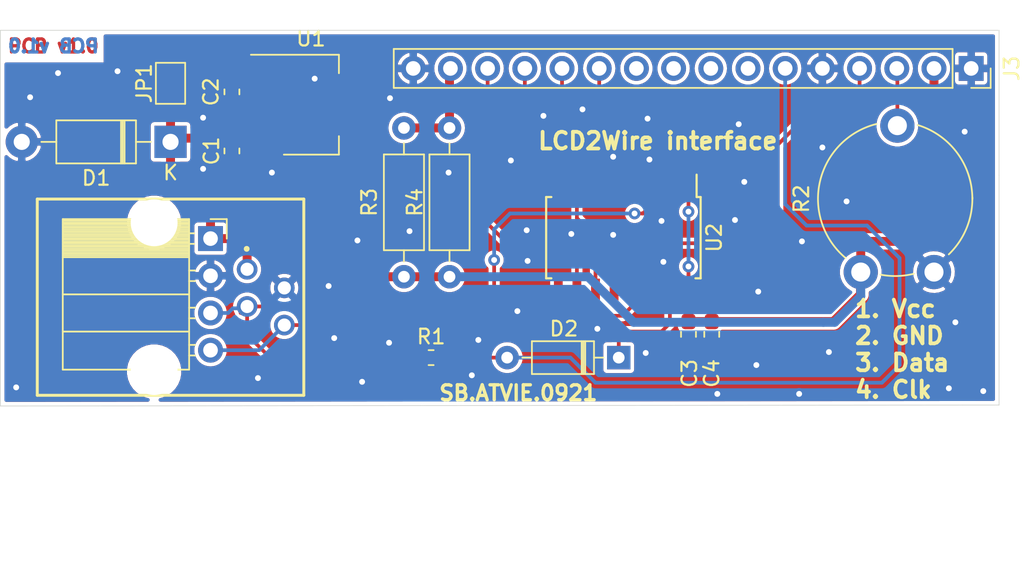
<source format=kicad_pcb>
(kicad_pcb (version 20171130) (host pcbnew "(5.1.10)-1")

  (general
    (thickness 1.6)
    (drawings 10)
    (tracks 209)
    (zones 0)
    (modules 16)
    (nets 19)
  )

  (page A4)
  (layers
    (0 F.Cu signal)
    (31 B.Cu signal)
    (32 B.Adhes user)
    (33 F.Adhes user)
    (34 B.Paste user)
    (35 F.Paste user)
    (36 B.SilkS user)
    (37 F.SilkS user)
    (38 B.Mask user)
    (39 F.Mask user)
    (40 Dwgs.User user)
    (41 Cmts.User user)
    (42 Eco1.User user)
    (43 Eco2.User user)
    (44 Edge.Cuts user)
    (45 Margin user)
    (46 B.CrtYd user)
    (47 F.CrtYd user)
    (48 B.Fab user)
    (49 F.Fab user)
  )

  (setup
    (last_trace_width 0.25)
    (user_trace_width 0.2032)
    (user_trace_width 0.254)
    (user_trace_width 0.4064)
    (user_trace_width 0.508)
    (user_trace_width 0.6096)
    (user_trace_width 1.016)
    (user_trace_width 1.934)
    (user_trace_width 2.032)
    (user_trace_width 2.54)
    (trace_clearance 0.2)
    (zone_clearance 0.254)
    (zone_45_only no)
    (trace_min 0.2)
    (via_size 0.8)
    (via_drill 0.4)
    (via_min_size 0.4)
    (via_min_drill 0.3)
    (user_via 0.6 0.3)
    (user_via 1.016 0.5)
    (uvia_size 0.3)
    (uvia_drill 0.1)
    (uvias_allowed no)
    (uvia_min_size 0.2)
    (uvia_min_drill 0.1)
    (edge_width 0.05)
    (segment_width 0.2)
    (pcb_text_width 0.3)
    (pcb_text_size 1.5 1.5)
    (mod_edge_width 0.12)
    (mod_text_size 1 1)
    (mod_text_width 0.15)
    (pad_size 1.524 1.524)
    (pad_drill 0.762)
    (pad_to_mask_clearance 0.051)
    (solder_mask_min_width 0.25)
    (aux_axis_origin 0 0)
    (visible_elements 7EFFFFFF)
    (pcbplotparams
      (layerselection 0x010fc_ffffffff)
      (usegerberextensions false)
      (usegerberattributes false)
      (usegerberadvancedattributes false)
      (creategerberjobfile false)
      (excludeedgelayer true)
      (linewidth 0.100000)
      (plotframeref false)
      (viasonmask false)
      (mode 1)
      (useauxorigin false)
      (hpglpennumber 1)
      (hpglpenspeed 20)
      (hpglpendiameter 15.000000)
      (psnegative false)
      (psa4output false)
      (plotreference true)
      (plotvalue true)
      (plotinvisibletext false)
      (padsonsilk false)
      (subtractmaskfromsilk false)
      (outputformat 1)
      (mirror false)
      (drillshape 0)
      (scaleselection 1)
      (outputdirectory "./gbr"))
  )

  (net 0 "")
  (net 1 GND)
  (net 2 VCC)
  (net 3 +5V)
  (net 4 "Net-(D2-Pad2)")
  (net 5 "Net-(D2-Pad1)")
  (net 6 CLK)
  (net 7 DATA)
  (net 8 "Net-(J3-Pad15)")
  (net 9 "Net-(J3-Pad14)")
  (net 10 "Net-(J3-Pad13)")
  (net 11 "Net-(J3-Pad12)")
  (net 12 "Net-(J3-Pad11)")
  (net 13 "Net-(J3-Pad10)")
  (net 14 "Net-(J3-Pad9)")
  (net 15 "Net-(J3-Pad8)")
  (net 16 "Net-(J3-Pad7)")
  (net 17 "Net-(J3-Pad4)")
  (net 18 "Net-(J3-Pad3)")

  (net_class Default "This is the default net class."
    (clearance 0.2)
    (trace_width 0.25)
    (via_dia 0.8)
    (via_drill 0.4)
    (uvia_dia 0.3)
    (uvia_drill 0.1)
    (add_net +5V)
    (add_net CLK)
    (add_net DATA)
    (add_net GND)
    (add_net "Net-(D2-Pad1)")
    (add_net "Net-(D2-Pad2)")
    (add_net "Net-(J3-Pad10)")
    (add_net "Net-(J3-Pad11)")
    (add_net "Net-(J3-Pad12)")
    (add_net "Net-(J3-Pad13)")
    (add_net "Net-(J3-Pad14)")
    (add_net "Net-(J3-Pad15)")
    (add_net "Net-(J3-Pad3)")
    (add_net "Net-(J3-Pad4)")
    (add_net "Net-(J3-Pad7)")
    (add_net "Net-(J3-Pad8)")
    (add_net "Net-(J3-Pad9)")
    (add_net VCC)
  )

  (module Connector_PinSocket_2.54mm:PinSocket_1x16_P2.54mm_Vertical (layer F.Cu) (tedit 5A19A41E) (tstamp 6006027E)
    (at 151.511 -1.27 270)
    (descr "Through hole straight socket strip, 1x16, 2.54mm pitch, single row (from Kicad 4.0.7), script generated")
    (tags "Through hole socket strip THT 1x16 2.54mm single row")
    (path /6005E97A)
    (fp_text reference J3 (at 0 -2.77 90) (layer F.SilkS)
      (effects (font (size 1 1) (thickness 0.15)))
    )
    (fp_text value Conn_01x16 (at 0 40.87 90) (layer F.Fab)
      (effects (font (size 1 1) (thickness 0.15)))
    )
    (fp_line (start -1.27 -1.27) (end 0.635 -1.27) (layer F.Fab) (width 0.1))
    (fp_line (start 0.635 -1.27) (end 1.27 -0.635) (layer F.Fab) (width 0.1))
    (fp_line (start 1.27 -0.635) (end 1.27 39.37) (layer F.Fab) (width 0.1))
    (fp_line (start 1.27 39.37) (end -1.27 39.37) (layer F.Fab) (width 0.1))
    (fp_line (start -1.27 39.37) (end -1.27 -1.27) (layer F.Fab) (width 0.1))
    (fp_line (start -1.33 1.27) (end 1.33 1.27) (layer F.SilkS) (width 0.12))
    (fp_line (start -1.33 1.27) (end -1.33 39.43) (layer F.SilkS) (width 0.12))
    (fp_line (start -1.33 39.43) (end 1.33 39.43) (layer F.SilkS) (width 0.12))
    (fp_line (start 1.33 1.27) (end 1.33 39.43) (layer F.SilkS) (width 0.12))
    (fp_line (start 1.33 -1.33) (end 1.33 0) (layer F.SilkS) (width 0.12))
    (fp_line (start 0 -1.33) (end 1.33 -1.33) (layer F.SilkS) (width 0.12))
    (fp_line (start -1.8 -1.8) (end 1.75 -1.8) (layer F.CrtYd) (width 0.05))
    (fp_line (start 1.75 -1.8) (end 1.75 39.9) (layer F.CrtYd) (width 0.05))
    (fp_line (start 1.75 39.9) (end -1.8 39.9) (layer F.CrtYd) (width 0.05))
    (fp_line (start -1.8 39.9) (end -1.8 -1.8) (layer F.CrtYd) (width 0.05))
    (fp_text user %R (at 0 19.05) (layer F.Fab)
      (effects (font (size 1 1) (thickness 0.15)))
    )
    (pad 16 thru_hole oval (at 0 38.1 270) (size 1.7 1.7) (drill 1) (layers *.Cu *.Mask)
      (net 1 GND))
    (pad 15 thru_hole oval (at 0 35.56 270) (size 1.7 1.7) (drill 1) (layers *.Cu *.Mask)
      (net 8 "Net-(J3-Pad15)"))
    (pad 14 thru_hole oval (at 0 33.02 270) (size 1.7 1.7) (drill 1) (layers *.Cu *.Mask)
      (net 9 "Net-(J3-Pad14)"))
    (pad 13 thru_hole oval (at 0 30.48 270) (size 1.7 1.7) (drill 1) (layers *.Cu *.Mask)
      (net 10 "Net-(J3-Pad13)"))
    (pad 12 thru_hole oval (at 0 27.94 270) (size 1.7 1.7) (drill 1) (layers *.Cu *.Mask)
      (net 11 "Net-(J3-Pad12)"))
    (pad 11 thru_hole oval (at 0 25.4 270) (size 1.7 1.7) (drill 1) (layers *.Cu *.Mask)
      (net 12 "Net-(J3-Pad11)"))
    (pad 10 thru_hole oval (at 0 22.86 270) (size 1.7 1.7) (drill 1) (layers *.Cu *.Mask)
      (net 13 "Net-(J3-Pad10)"))
    (pad 9 thru_hole oval (at 0 20.32 270) (size 1.7 1.7) (drill 1) (layers *.Cu *.Mask)
      (net 14 "Net-(J3-Pad9)"))
    (pad 8 thru_hole oval (at 0 17.78 270) (size 1.7 1.7) (drill 1) (layers *.Cu *.Mask)
      (net 15 "Net-(J3-Pad8)"))
    (pad 7 thru_hole oval (at 0 15.24 270) (size 1.7 1.7) (drill 1) (layers *.Cu *.Mask)
      (net 16 "Net-(J3-Pad7)"))
    (pad 6 thru_hole oval (at 0 12.7 270) (size 1.7 1.7) (drill 1) (layers *.Cu *.Mask)
      (net 4 "Net-(D2-Pad2)"))
    (pad 5 thru_hole oval (at 0 10.16 270) (size 1.7 1.7) (drill 1) (layers *.Cu *.Mask)
      (net 1 GND))
    (pad 4 thru_hole oval (at 0 7.62 270) (size 1.7 1.7) (drill 1) (layers *.Cu *.Mask)
      (net 17 "Net-(J3-Pad4)"))
    (pad 3 thru_hole oval (at 0 5.08 270) (size 1.7 1.7) (drill 1) (layers *.Cu *.Mask)
      (net 18 "Net-(J3-Pad3)"))
    (pad 2 thru_hole oval (at 0 2.54 270) (size 1.7 1.7) (drill 1) (layers *.Cu *.Mask)
      (net 3 +5V))
    (pad 1 thru_hole rect (at 0 0 270) (size 1.7 1.7) (drill 1) (layers *.Cu *.Mask)
      (net 1 GND))
    (model ${KISYS3DMOD}/Connector_PinSocket_2.54mm.3dshapes/PinSocket_1x16_P2.54mm_Vertical.wrl
      (at (xyz 0 0 0))
      (scale (xyz 1 1 1))
      (rotate (xyz 0 0 0))
    )
  )

  (module rj11:615004141121 (layer F.Cu) (tedit 6004C5F1) (tstamp 60058A86)
    (at 96.8375 14.351 270)
    (descr "<b>WR-MJ</b> <br>Horizontal Plastic 6P4C Modular Jack Tab Down, 4 Pins")
    (path /6015F12F)
    (fp_text reference J2 (at 10.05 -7.978 90) (layer F.SilkS) hide
      (effects (font (size 0.8 0.8) (thickness 0.015)))
    )
    (fp_text value 615004141121 (at 13.656 -5.873 90) (layer F.Fab)
      (effects (font (size 0.8 0.8) (thickness 0.015)))
    )
    (fp_line (start -6.6 -9) (end 6.6 -9) (layer F.Fab) (width 0.1))
    (fp_line (start 6.6 -9) (end 6.6 9) (layer F.Fab) (width 0.1))
    (fp_line (start 6.6 9) (end -6.6 9) (layer F.Fab) (width 0.1))
    (fp_line (start -6.6 9) (end -6.6 -9) (layer F.Fab) (width 0.1))
    (fp_line (start -6.7 -9.1) (end 6.7 -9.1) (layer F.SilkS) (width 0.2))
    (fp_line (start 6.7 -9.1) (end 6.7 9.1) (layer F.SilkS) (width 0.2))
    (fp_line (start 6.7 9.1) (end -6.7 9.1) (layer F.SilkS) (width 0.2))
    (fp_line (start -6.7 9.1) (end -6.7 -9.1) (layer F.SilkS) (width 0.2))
    (fp_poly (pts (xy -6.9 -9.3) (xy 6.9 -9.3) (xy 6.9 9.3) (xy -6.9 9.3)) (layer F.CrtYd) (width 0.1))
    (fp_circle (center -3.3 -5.2) (end -3.2 -5.2) (layer F.SilkS) (width 0.2))
    (pad None np_thru_hole circle (at 5.08 1.12 270) (size 3.2 3.2) (drill 3.2) (layers *.Cu *.Mask))
    (pad None np_thru_hole circle (at -5.08 1.12 270) (size 3.2 3.2) (drill 3.2) (layers *.Cu *.Mask))
    (pad 4 thru_hole circle (at 1.905 -7.77 270) (size 1.408 1.408) (drill 0.9) (layers *.Cu *.Mask)
      (net 6 CLK))
    (pad 2 thru_hole circle (at -0.635 -7.77 270) (size 1.408 1.408) (drill 0.9) (layers *.Cu *.Mask)
      (net 1 GND))
    (pad 3 thru_hole circle (at 0.635 -5.23 270) (size 1.408 1.408) (drill 0.9) (layers *.Cu *.Mask)
      (net 7 DATA))
    (pad 1 thru_hole circle (at -1.905 -5.23 270) (size 1.408 1.408) (drill 0.9) (layers *.Cu *.Mask)
      (net 2 VCC))
  )

  (module Package_SO:SOIC-16W_5.3x10.2mm_P1.27mm (layer F.Cu) (tedit 5A02F2D3) (tstamp 60051D87)
    (at 127.762 10.287 270)
    (descr "16-Lead Plastic Small Outline (SO) - Wide, 5.3 mm Body (http://www.ti.com/lit/ml/msop002a/msop002a.pdf)")
    (tags "SOIC 1.27")
    (path /6004BE1F)
    (attr smd)
    (fp_text reference U2 (at 0 -6.2 90) (layer F.SilkS)
      (effects (font (size 1 1) (thickness 0.15)))
    )
    (fp_text value 74LS174 (at 0 6.2 90) (layer F.Fab)
      (effects (font (size 1 1) (thickness 0.15)))
    )
    (fp_line (start -2.775 -5) (end -4.3 -5) (layer F.SilkS) (width 0.15))
    (fp_line (start -2.775 5.275) (end 2.775 5.275) (layer F.SilkS) (width 0.15))
    (fp_line (start -2.775 -5.275) (end 2.775 -5.275) (layer F.SilkS) (width 0.15))
    (fp_line (start -2.775 5.275) (end -2.775 4.92) (layer F.SilkS) (width 0.15))
    (fp_line (start 2.775 5.275) (end 2.775 4.92) (layer F.SilkS) (width 0.15))
    (fp_line (start 2.775 -5.275) (end 2.775 -4.92) (layer F.SilkS) (width 0.15))
    (fp_line (start -2.775 -5.275) (end -2.775 -5) (layer F.SilkS) (width 0.15))
    (fp_line (start -4.55 5.45) (end 4.55 5.45) (layer F.CrtYd) (width 0.05))
    (fp_line (start -4.55 -5.45) (end 4.55 -5.45) (layer F.CrtYd) (width 0.05))
    (fp_line (start 4.55 -5.45) (end 4.55 5.45) (layer F.CrtYd) (width 0.05))
    (fp_line (start -4.55 -5.45) (end -4.55 5.45) (layer F.CrtYd) (width 0.05))
    (fp_line (start -2.65 -4.1) (end -1.65 -5.1) (layer F.Fab) (width 0.15))
    (fp_line (start -2.65 5.1) (end -2.65 -4.1) (layer F.Fab) (width 0.15))
    (fp_line (start 2.65 5.1) (end -2.65 5.1) (layer F.Fab) (width 0.15))
    (fp_line (start 2.65 -5.1) (end 2.65 5.1) (layer F.Fab) (width 0.15))
    (fp_line (start -1.65 -5.1) (end 2.65 -5.1) (layer F.Fab) (width 0.15))
    (fp_text user %R (at 0 0 90) (layer F.Fab)
      (effects (font (size 1 1) (thickness 0.15)))
    )
    (pad 1 smd rect (at -3.55 -4.445 270) (size 1.5 0.6) (layers F.Cu F.Paste F.Mask)
      (net 3 +5V))
    (pad 2 smd rect (at -3.55 -3.175 270) (size 1.5 0.6) (layers F.Cu F.Paste F.Mask)
      (net 12 "Net-(J3-Pad11)"))
    (pad 3 smd rect (at -3.55 -1.905 270) (size 1.5 0.6) (layers F.Cu F.Paste F.Mask)
      (net 7 DATA))
    (pad 4 smd rect (at -3.55 -0.635 270) (size 1.5 0.6) (layers F.Cu F.Paste F.Mask)
      (net 12 "Net-(J3-Pad11)"))
    (pad 5 smd rect (at -3.55 0.635 270) (size 1.5 0.6) (layers F.Cu F.Paste F.Mask)
      (net 11 "Net-(J3-Pad12)"))
    (pad 6 smd rect (at -3.55 1.905 270) (size 1.5 0.6) (layers F.Cu F.Paste F.Mask)
      (net 11 "Net-(J3-Pad12)"))
    (pad 7 smd rect (at -3.55 3.175 270) (size 1.5 0.6) (layers F.Cu F.Paste F.Mask)
      (net 10 "Net-(J3-Pad13)"))
    (pad 8 smd rect (at -3.55 4.445 270) (size 1.5 0.6) (layers F.Cu F.Paste F.Mask)
      (net 1 GND))
    (pad 9 smd rect (at 3.55 4.445 270) (size 1.5 0.6) (layers F.Cu F.Paste F.Mask)
      (net 6 CLK))
    (pad 10 smd rect (at 3.55 3.175 270) (size 1.5 0.6) (layers F.Cu F.Paste F.Mask)
      (net 9 "Net-(J3-Pad14)"))
    (pad 11 smd rect (at 3.55 1.905 270) (size 1.5 0.6) (layers F.Cu F.Paste F.Mask)
      (net 10 "Net-(J3-Pad13)"))
    (pad 12 smd rect (at 3.55 0.635 270) (size 1.5 0.6) (layers F.Cu F.Paste F.Mask)
      (net 17 "Net-(J3-Pad4)"))
    (pad 13 smd rect (at 3.55 -0.635 270) (size 1.5 0.6) (layers F.Cu F.Paste F.Mask)
      (net 9 "Net-(J3-Pad14)"))
    (pad 14 smd rect (at 3.55 -1.905 270) (size 1.5 0.6) (layers F.Cu F.Paste F.Mask)
      (net 17 "Net-(J3-Pad4)"))
    (pad 15 smd rect (at 3.55 -3.175 270) (size 1.5 0.6) (layers F.Cu F.Paste F.Mask)
      (net 5 "Net-(D2-Pad1)"))
    (pad 16 smd rect (at 3.55 -4.445 270) (size 1.5 0.6) (layers F.Cu F.Paste F.Mask)
      (net 3 +5V))
    (model ${KISYS3DMOD}/Package_SO.3dshapes/SOIC-16W_5.3x10.2mm_P1.27mm.wrl
      (at (xyz 0 0 0))
      (scale (xyz 1 1 1))
      (rotate (xyz 0 0 0))
    )
  )

  (module Package_TO_SOT_SMD:SOT-223 (layer F.Cu) (tedit 5A02FF57) (tstamp 60051D62)
    (at 106.426 1.2065)
    (descr "module CMS SOT223 4 pins")
    (tags "CMS SOT")
    (path /600505D0)
    (attr smd)
    (fp_text reference U1 (at 0 -4.5) (layer F.SilkS)
      (effects (font (size 1 1) (thickness 0.15)))
    )
    (fp_text value AZ1117-5.0 (at 0 4.5) (layer F.Fab)
      (effects (font (size 1 1) (thickness 0.15)))
    )
    (fp_line (start -1.85 -2.3) (end -0.8 -3.35) (layer F.Fab) (width 0.1))
    (fp_line (start 1.91 3.41) (end 1.91 2.15) (layer F.SilkS) (width 0.12))
    (fp_line (start 1.91 -3.41) (end 1.91 -2.15) (layer F.SilkS) (width 0.12))
    (fp_line (start 4.4 -3.6) (end -4.4 -3.6) (layer F.CrtYd) (width 0.05))
    (fp_line (start 4.4 3.6) (end 4.4 -3.6) (layer F.CrtYd) (width 0.05))
    (fp_line (start -4.4 3.6) (end 4.4 3.6) (layer F.CrtYd) (width 0.05))
    (fp_line (start -4.4 -3.6) (end -4.4 3.6) (layer F.CrtYd) (width 0.05))
    (fp_line (start -1.85 -2.3) (end -1.85 3.35) (layer F.Fab) (width 0.1))
    (fp_line (start -1.85 3.41) (end 1.91 3.41) (layer F.SilkS) (width 0.12))
    (fp_line (start -0.8 -3.35) (end 1.85 -3.35) (layer F.Fab) (width 0.1))
    (fp_line (start -4.1 -3.41) (end 1.91 -3.41) (layer F.SilkS) (width 0.12))
    (fp_line (start -1.85 3.35) (end 1.85 3.35) (layer F.Fab) (width 0.1))
    (fp_line (start 1.85 -3.35) (end 1.85 3.35) (layer F.Fab) (width 0.1))
    (fp_text user %R (at 0 0 90) (layer F.Fab)
      (effects (font (size 0.8 0.8) (thickness 0.12)))
    )
    (pad 1 smd rect (at -3.15 -2.3) (size 2 1.5) (layers F.Cu F.Paste F.Mask)
      (net 1 GND))
    (pad 3 smd rect (at -3.15 2.3) (size 2 1.5) (layers F.Cu F.Paste F.Mask)
      (net 2 VCC))
    (pad 2 smd rect (at -3.15 0) (size 2 1.5) (layers F.Cu F.Paste F.Mask)
      (net 3 +5V))
    (pad 4 smd rect (at 3.15 0) (size 2 3.8) (layers F.Cu F.Paste F.Mask))
    (model ${KISYS3DMOD}/Package_TO_SOT_SMD.3dshapes/SOT-223.wrl
      (at (xyz 0 0 0))
      (scale (xyz 1 1 1))
      (rotate (xyz 0 0 0))
    )
  )

  (module Resistor_THT:R_Axial_DIN0207_L6.3mm_D2.5mm_P10.16mm_Horizontal (layer F.Cu) (tedit 5AE5139B) (tstamp 60051D4C)
    (at 115.8875 12.954 90)
    (descr "Resistor, Axial_DIN0207 series, Axial, Horizontal, pin pitch=10.16mm, 0.25W = 1/4W, length*diameter=6.3*2.5mm^2, http://cdn-reichelt.de/documents/datenblatt/B400/1_4W%23YAG.pdf")
    (tags "Resistor Axial_DIN0207 series Axial Horizontal pin pitch 10.16mm 0.25W = 1/4W length 6.3mm diameter 2.5mm")
    (path /600531F0)
    (fp_text reference R4 (at 5.08 -2.37 90) (layer F.SilkS)
      (effects (font (size 1 1) (thickness 0.15)))
    )
    (fp_text value ** (at 5.08 2.37 90) (layer F.Fab)
      (effects (font (size 1 1) (thickness 0.15)))
    )
    (fp_line (start 1.93 -1.25) (end 1.93 1.25) (layer F.Fab) (width 0.1))
    (fp_line (start 1.93 1.25) (end 8.23 1.25) (layer F.Fab) (width 0.1))
    (fp_line (start 8.23 1.25) (end 8.23 -1.25) (layer F.Fab) (width 0.1))
    (fp_line (start 8.23 -1.25) (end 1.93 -1.25) (layer F.Fab) (width 0.1))
    (fp_line (start 0 0) (end 1.93 0) (layer F.Fab) (width 0.1))
    (fp_line (start 10.16 0) (end 8.23 0) (layer F.Fab) (width 0.1))
    (fp_line (start 1.81 -1.37) (end 1.81 1.37) (layer F.SilkS) (width 0.12))
    (fp_line (start 1.81 1.37) (end 8.35 1.37) (layer F.SilkS) (width 0.12))
    (fp_line (start 8.35 1.37) (end 8.35 -1.37) (layer F.SilkS) (width 0.12))
    (fp_line (start 8.35 -1.37) (end 1.81 -1.37) (layer F.SilkS) (width 0.12))
    (fp_line (start 1.04 0) (end 1.81 0) (layer F.SilkS) (width 0.12))
    (fp_line (start 9.12 0) (end 8.35 0) (layer F.SilkS) (width 0.12))
    (fp_line (start -1.05 -1.5) (end -1.05 1.5) (layer F.CrtYd) (width 0.05))
    (fp_line (start -1.05 1.5) (end 11.21 1.5) (layer F.CrtYd) (width 0.05))
    (fp_line (start 11.21 1.5) (end 11.21 -1.5) (layer F.CrtYd) (width 0.05))
    (fp_line (start 11.21 -1.5) (end -1.05 -1.5) (layer F.CrtYd) (width 0.05))
    (fp_text user %R (at 5.08 0 90) (layer F.Fab)
      (effects (font (size 1 1) (thickness 0.15)))
    )
    (pad 2 thru_hole oval (at 10.16 0 90) (size 1.6 1.6) (drill 0.8) (layers *.Cu *.Mask)
      (net 8 "Net-(J3-Pad15)"))
    (pad 1 thru_hole circle (at 0 0 90) (size 1.6 1.6) (drill 0.8) (layers *.Cu *.Mask)
      (net 3 +5V))
    (model ${KISYS3DMOD}/Resistor_THT.3dshapes/R_Axial_DIN0207_L6.3mm_D2.5mm_P10.16mm_Horizontal.wrl
      (at (xyz 0 0 0))
      (scale (xyz 1 1 1))
      (rotate (xyz 0 0 0))
    )
  )

  (module Resistor_THT:R_Axial_DIN0207_L6.3mm_D2.5mm_P10.16mm_Horizontal (layer F.Cu) (tedit 5AE5139B) (tstamp 60051D35)
    (at 112.776 12.954 90)
    (descr "Resistor, Axial_DIN0207 series, Axial, Horizontal, pin pitch=10.16mm, 0.25W = 1/4W, length*diameter=6.3*2.5mm^2, http://cdn-reichelt.de/documents/datenblatt/B400/1_4W%23YAG.pdf")
    (tags "Resistor Axial_DIN0207 series Axial Horizontal pin pitch 10.16mm 0.25W = 1/4W length 6.3mm diameter 2.5mm")
    (path /600533B5)
    (fp_text reference R3 (at 5.08 -2.37 90) (layer F.SilkS)
      (effects (font (size 1 1) (thickness 0.15)))
    )
    (fp_text value * (at 5.08 2.37 90) (layer F.Fab)
      (effects (font (size 1 1) (thickness 0.15)))
    )
    (fp_line (start 1.93 -1.25) (end 1.93 1.25) (layer F.Fab) (width 0.1))
    (fp_line (start 1.93 1.25) (end 8.23 1.25) (layer F.Fab) (width 0.1))
    (fp_line (start 8.23 1.25) (end 8.23 -1.25) (layer F.Fab) (width 0.1))
    (fp_line (start 8.23 -1.25) (end 1.93 -1.25) (layer F.Fab) (width 0.1))
    (fp_line (start 0 0) (end 1.93 0) (layer F.Fab) (width 0.1))
    (fp_line (start 10.16 0) (end 8.23 0) (layer F.Fab) (width 0.1))
    (fp_line (start 1.81 -1.37) (end 1.81 1.37) (layer F.SilkS) (width 0.12))
    (fp_line (start 1.81 1.37) (end 8.35 1.37) (layer F.SilkS) (width 0.12))
    (fp_line (start 8.35 1.37) (end 8.35 -1.37) (layer F.SilkS) (width 0.12))
    (fp_line (start 8.35 -1.37) (end 1.81 -1.37) (layer F.SilkS) (width 0.12))
    (fp_line (start 1.04 0) (end 1.81 0) (layer F.SilkS) (width 0.12))
    (fp_line (start 9.12 0) (end 8.35 0) (layer F.SilkS) (width 0.12))
    (fp_line (start -1.05 -1.5) (end -1.05 1.5) (layer F.CrtYd) (width 0.05))
    (fp_line (start -1.05 1.5) (end 11.21 1.5) (layer F.CrtYd) (width 0.05))
    (fp_line (start 11.21 1.5) (end 11.21 -1.5) (layer F.CrtYd) (width 0.05))
    (fp_line (start 11.21 -1.5) (end -1.05 -1.5) (layer F.CrtYd) (width 0.05))
    (fp_text user %R (at 5.08 0 90) (layer F.Fab)
      (effects (font (size 1 1) (thickness 0.15)))
    )
    (pad 2 thru_hole oval (at 10.16 0 90) (size 1.6 1.6) (drill 0.8) (layers *.Cu *.Mask)
      (net 8 "Net-(J3-Pad15)"))
    (pad 1 thru_hole circle (at 0 0 90) (size 1.6 1.6) (drill 0.8) (layers *.Cu *.Mask)
      (net 3 +5V))
    (model ${KISYS3DMOD}/Resistor_THT.3dshapes/R_Axial_DIN0207_L6.3mm_D2.5mm_P10.16mm_Horizontal.wrl
      (at (xyz 0 0 0))
      (scale (xyz 1 1 1))
      (rotate (xyz 0 0 0))
    )
  )

  (module Potentiometer_THT:Potentiometer_Piher_PT-10-V10_Vertical (layer F.Cu) (tedit 5A3D4993) (tstamp 60051D1E)
    (at 148.971 12.6365 90)
    (descr "Potentiometer, vertical, Piher PT-10-V10, http://www.piher-nacesa.com/pdf/12-PT10v03.pdf")
    (tags "Potentiometer vertical Piher PT-10-V10")
    (path /60052BE0)
    (fp_text reference R2 (at 5 -9.05 90) (layer F.SilkS)
      (effects (font (size 1 1) (thickness 0.15)))
    )
    (fp_text value 5K (at 5 3.75 90) (layer F.Fab)
      (effects (font (size 1 1) (thickness 0.15)))
    )
    (fp_circle (center 5 -2.65) (end 10.15 -2.65) (layer F.Fab) (width 0.1))
    (fp_circle (center 5 -2.65) (end 6.5 -2.65) (layer F.Fab) (width 0.1))
    (fp_line (start -1.45 -8.05) (end -1.45 2.75) (layer F.CrtYd) (width 0.05))
    (fp_line (start -1.45 2.75) (end 11.45 2.75) (layer F.CrtYd) (width 0.05))
    (fp_line (start 11.45 2.75) (end 11.45 -8.05) (layer F.CrtYd) (width 0.05))
    (fp_line (start 11.45 -8.05) (end -1.45 -8.05) (layer F.CrtYd) (width 0.05))
    (fp_text user %R (at 1.05 -2.65) (layer F.Fab)
      (effects (font (size 1 1) (thickness 0.15)))
    )
    (fp_arc (start 5 -2.65) (end 1.209 1.011) (angle -47) (layer F.SilkS) (width 0.12))
    (fp_arc (start 5 -2.65) (end -0.174 -3.656) (angle -25) (layer F.SilkS) (width 0.12))
    (fp_arc (start 5 -2.65) (end 10.114 -3.924) (angle -126) (layer F.SilkS) (width 0.12))
    (fp_arc (start 5 -2.65) (end 5 2.62) (angle -73) (layer F.SilkS) (width 0.12))
    (pad 1 thru_hole circle (at 0 0 90) (size 2.34 2.34) (drill 1.3) (layers *.Cu *.Mask)
      (net 1 GND))
    (pad 2 thru_hole circle (at 10 -2.5 90) (size 2.34 2.34) (drill 1.3) (layers *.Cu *.Mask)
      (net 18 "Net-(J3-Pad3)"))
    (pad 3 thru_hole circle (at 0 -5 90) (size 2.34 2.34) (drill 1.3) (layers *.Cu *.Mask)
      (net 3 +5V))
    (model ${KISYS3DMOD}/Potentiometer_THT.3dshapes/Potentiometer_Piher_PT-10-V10_Vertical.wrl
      (at (xyz 0 0 0))
      (scale (xyz 1 1 1))
      (rotate (xyz 0 0 0))
    )
  )

  (module Resistor_SMD:R_0603_1608Metric_Pad1.05x0.95mm_HandSolder (layer F.Cu) (tedit 5B301BBD) (tstamp 60051D0C)
    (at 114.6315 18.4785)
    (descr "Resistor SMD 0603 (1608 Metric), square (rectangular) end terminal, IPC_7351 nominal with elongated pad for handsoldering. (Body size source: http://www.tortai-tech.com/upload/download/2011102023233369053.pdf), generated with kicad-footprint-generator")
    (tags "resistor handsolder")
    (path /60051672)
    (attr smd)
    (fp_text reference R1 (at 0 -1.43) (layer F.SilkS)
      (effects (font (size 1 1) (thickness 0.15)))
    )
    (fp_text value 1K (at 0 1.43) (layer F.Fab)
      (effects (font (size 1 1) (thickness 0.15)))
    )
    (fp_line (start -0.8 0.4) (end -0.8 -0.4) (layer F.Fab) (width 0.1))
    (fp_line (start -0.8 -0.4) (end 0.8 -0.4) (layer F.Fab) (width 0.1))
    (fp_line (start 0.8 -0.4) (end 0.8 0.4) (layer F.Fab) (width 0.1))
    (fp_line (start 0.8 0.4) (end -0.8 0.4) (layer F.Fab) (width 0.1))
    (fp_line (start -0.171267 -0.51) (end 0.171267 -0.51) (layer F.SilkS) (width 0.12))
    (fp_line (start -0.171267 0.51) (end 0.171267 0.51) (layer F.SilkS) (width 0.12))
    (fp_line (start -1.65 0.73) (end -1.65 -0.73) (layer F.CrtYd) (width 0.05))
    (fp_line (start -1.65 -0.73) (end 1.65 -0.73) (layer F.CrtYd) (width 0.05))
    (fp_line (start 1.65 -0.73) (end 1.65 0.73) (layer F.CrtYd) (width 0.05))
    (fp_line (start 1.65 0.73) (end -1.65 0.73) (layer F.CrtYd) (width 0.05))
    (fp_text user %R (at 0 0) (layer F.Fab)
      (effects (font (size 0.4 0.4) (thickness 0.06)))
    )
    (pad 2 smd roundrect (at 0.875 0) (size 1.05 0.95) (layers F.Cu F.Paste F.Mask) (roundrect_rratio 0.25)
      (net 4 "Net-(D2-Pad2)"))
    (pad 1 smd roundrect (at -0.875 0) (size 1.05 0.95) (layers F.Cu F.Paste F.Mask) (roundrect_rratio 0.25)
      (net 7 DATA))
    (model ${KISYS3DMOD}/Resistor_SMD.3dshapes/R_0603_1608Metric.wrl
      (at (xyz 0 0 0))
      (scale (xyz 1 1 1))
      (rotate (xyz 0 0 0))
    )
  )

  (module Jumper:SolderJumper-2_P1.3mm_Bridged_Pad1.0x1.5mm (layer F.Cu) (tedit 5C756AB2) (tstamp 60051CC5)
    (at 96.8375 -0.254 90)
    (descr "SMD Solder Jumper, 1x1.5mm Pads, 0.3mm gap, bridged with 1 copper strip")
    (tags "solder jumper open")
    (path /601026E9)
    (attr virtual)
    (fp_text reference JP1 (at 0 -1.8 90) (layer F.SilkS)
      (effects (font (size 1 1) (thickness 0.15)))
    )
    (fp_text value Jumper (at 0 1.9 90) (layer F.Fab)
      (effects (font (size 1 1) (thickness 0.15)))
    )
    (fp_line (start -1.4 1) (end -1.4 -1) (layer F.SilkS) (width 0.12))
    (fp_line (start 1.4 1) (end -1.4 1) (layer F.SilkS) (width 0.12))
    (fp_line (start 1.4 -1) (end 1.4 1) (layer F.SilkS) (width 0.12))
    (fp_line (start -1.4 -1) (end 1.4 -1) (layer F.SilkS) (width 0.12))
    (fp_line (start -1.65 -1.25) (end 1.65 -1.25) (layer F.CrtYd) (width 0.05))
    (fp_line (start -1.65 -1.25) (end -1.65 1.25) (layer F.CrtYd) (width 0.05))
    (fp_line (start 1.65 1.25) (end 1.65 -1.25) (layer F.CrtYd) (width 0.05))
    (fp_line (start 1.65 1.25) (end -1.65 1.25) (layer F.CrtYd) (width 0.05))
    (fp_poly (pts (xy -0.25 -0.3) (xy 0.25 -0.3) (xy 0.25 0.3) (xy -0.25 0.3)) (layer F.Cu) (width 0))
    (pad 2 smd rect (at 0.65 0 90) (size 1 1.5) (layers F.Cu F.Mask)
      (net 3 +5V))
    (pad 1 smd rect (at -0.65 0 90) (size 1 1.5) (layers F.Cu F.Mask)
      (net 2 VCC))
  )

  (module Connector_PinSocket_2.54mm:PinSocket_1x04_P2.54mm_Horizontal (layer F.Cu) (tedit 5A19A424) (tstamp 60058B33)
    (at 99.568 10.3505)
    (descr "Through hole angled socket strip, 1x04, 2.54mm pitch, 8.51mm socket length, single row (from Kicad 4.0.7), script generated")
    (tags "Through hole angled socket strip THT 1x04 2.54mm single row")
    (path /6004EB7A)
    (fp_text reference J1 (at -4.38 -2.77) (layer F.SilkS) hide
      (effects (font (size 1 1) (thickness 0.15)))
    )
    (fp_text value LCD2Wire (at -4.38 10.39) (layer F.Fab)
      (effects (font (size 1 1) (thickness 0.15)))
    )
    (fp_line (start -10.03 -1.27) (end -2.49 -1.27) (layer F.Fab) (width 0.1))
    (fp_line (start -2.49 -1.27) (end -1.52 -0.3) (layer F.Fab) (width 0.1))
    (fp_line (start -1.52 -0.3) (end -1.52 8.89) (layer F.Fab) (width 0.1))
    (fp_line (start -1.52 8.89) (end -10.03 8.89) (layer F.Fab) (width 0.1))
    (fp_line (start -10.03 8.89) (end -10.03 -1.27) (layer F.Fab) (width 0.1))
    (fp_line (start 0 -0.3) (end -1.52 -0.3) (layer F.Fab) (width 0.1))
    (fp_line (start -1.52 0.3) (end 0 0.3) (layer F.Fab) (width 0.1))
    (fp_line (start 0 0.3) (end 0 -0.3) (layer F.Fab) (width 0.1))
    (fp_line (start 0 2.24) (end -1.52 2.24) (layer F.Fab) (width 0.1))
    (fp_line (start -1.52 2.84) (end 0 2.84) (layer F.Fab) (width 0.1))
    (fp_line (start 0 2.84) (end 0 2.24) (layer F.Fab) (width 0.1))
    (fp_line (start 0 4.78) (end -1.52 4.78) (layer F.Fab) (width 0.1))
    (fp_line (start -1.52 5.38) (end 0 5.38) (layer F.Fab) (width 0.1))
    (fp_line (start 0 5.38) (end 0 4.78) (layer F.Fab) (width 0.1))
    (fp_line (start 0 7.32) (end -1.52 7.32) (layer F.Fab) (width 0.1))
    (fp_line (start -1.52 7.92) (end 0 7.92) (layer F.Fab) (width 0.1))
    (fp_line (start 0 7.92) (end 0 7.32) (layer F.Fab) (width 0.1))
    (fp_line (start -10.09 -1.21) (end -1.46 -1.21) (layer F.SilkS) (width 0.12))
    (fp_line (start -10.09 -1.091905) (end -1.46 -1.091905) (layer F.SilkS) (width 0.12))
    (fp_line (start -10.09 -0.97381) (end -1.46 -0.97381) (layer F.SilkS) (width 0.12))
    (fp_line (start -10.09 -0.855715) (end -1.46 -0.855715) (layer F.SilkS) (width 0.12))
    (fp_line (start -10.09 -0.73762) (end -1.46 -0.73762) (layer F.SilkS) (width 0.12))
    (fp_line (start -10.09 -0.619525) (end -1.46 -0.619525) (layer F.SilkS) (width 0.12))
    (fp_line (start -10.09 -0.50143) (end -1.46 -0.50143) (layer F.SilkS) (width 0.12))
    (fp_line (start -10.09 -0.383335) (end -1.46 -0.383335) (layer F.SilkS) (width 0.12))
    (fp_line (start -10.09 -0.26524) (end -1.46 -0.26524) (layer F.SilkS) (width 0.12))
    (fp_line (start -10.09 -0.147145) (end -1.46 -0.147145) (layer F.SilkS) (width 0.12))
    (fp_line (start -10.09 -0.02905) (end -1.46 -0.02905) (layer F.SilkS) (width 0.12))
    (fp_line (start -10.09 0.089045) (end -1.46 0.089045) (layer F.SilkS) (width 0.12))
    (fp_line (start -10.09 0.20714) (end -1.46 0.20714) (layer F.SilkS) (width 0.12))
    (fp_line (start -10.09 0.325235) (end -1.46 0.325235) (layer F.SilkS) (width 0.12))
    (fp_line (start -10.09 0.44333) (end -1.46 0.44333) (layer F.SilkS) (width 0.12))
    (fp_line (start -10.09 0.561425) (end -1.46 0.561425) (layer F.SilkS) (width 0.12))
    (fp_line (start -10.09 0.67952) (end -1.46 0.67952) (layer F.SilkS) (width 0.12))
    (fp_line (start -10.09 0.797615) (end -1.46 0.797615) (layer F.SilkS) (width 0.12))
    (fp_line (start -10.09 0.91571) (end -1.46 0.91571) (layer F.SilkS) (width 0.12))
    (fp_line (start -10.09 1.033805) (end -1.46 1.033805) (layer F.SilkS) (width 0.12))
    (fp_line (start -10.09 1.1519) (end -1.46 1.1519) (layer F.SilkS) (width 0.12))
    (fp_line (start -1.46 -0.36) (end -1.11 -0.36) (layer F.SilkS) (width 0.12))
    (fp_line (start -1.46 0.36) (end -1.11 0.36) (layer F.SilkS) (width 0.12))
    (fp_line (start -1.46 2.18) (end -1.05 2.18) (layer F.SilkS) (width 0.12))
    (fp_line (start -1.46 2.9) (end -1.05 2.9) (layer F.SilkS) (width 0.12))
    (fp_line (start -1.46 4.72) (end -1.05 4.72) (layer F.SilkS) (width 0.12))
    (fp_line (start -1.46 5.44) (end -1.05 5.44) (layer F.SilkS) (width 0.12))
    (fp_line (start -1.46 7.26) (end -1.05 7.26) (layer F.SilkS) (width 0.12))
    (fp_line (start -1.46 7.98) (end -1.05 7.98) (layer F.SilkS) (width 0.12))
    (fp_line (start -10.09 1.27) (end -1.46 1.27) (layer F.SilkS) (width 0.12))
    (fp_line (start -10.09 3.81) (end -1.46 3.81) (layer F.SilkS) (width 0.12))
    (fp_line (start -10.09 6.35) (end -1.46 6.35) (layer F.SilkS) (width 0.12))
    (fp_line (start -10.09 -1.33) (end -1.46 -1.33) (layer F.SilkS) (width 0.12))
    (fp_line (start -1.46 -1.33) (end -1.46 8.95) (layer F.SilkS) (width 0.12))
    (fp_line (start -10.09 8.95) (end -1.46 8.95) (layer F.SilkS) (width 0.12))
    (fp_line (start -10.09 -1.33) (end -10.09 8.95) (layer F.SilkS) (width 0.12))
    (fp_line (start 1.11 -1.33) (end 1.11 0) (layer F.SilkS) (width 0.12))
    (fp_line (start 0 -1.33) (end 1.11 -1.33) (layer F.SilkS) (width 0.12))
    (fp_line (start 1.75 -1.75) (end -10.55 -1.75) (layer F.CrtYd) (width 0.05))
    (fp_line (start -10.55 -1.75) (end -10.55 9.45) (layer F.CrtYd) (width 0.05))
    (fp_line (start -10.55 9.45) (end 1.75 9.45) (layer F.CrtYd) (width 0.05))
    (fp_line (start 1.75 9.45) (end 1.75 -1.75) (layer F.CrtYd) (width 0.05))
    (fp_text user %R (at -5.775 3.81 90) (layer F.Fab)
      (effects (font (size 1 1) (thickness 0.15)))
    )
    (pad 4 thru_hole oval (at 0 7.62) (size 1.7 1.7) (drill 1) (layers *.Cu *.Mask)
      (net 6 CLK))
    (pad 3 thru_hole oval (at 0 5.08) (size 1.7 1.7) (drill 1) (layers *.Cu *.Mask)
      (net 7 DATA))
    (pad 2 thru_hole oval (at 0 2.54) (size 1.7 1.7) (drill 1) (layers *.Cu *.Mask)
      (net 1 GND))
    (pad 1 thru_hole rect (at 0 0) (size 1.7 1.7) (drill 1) (layers *.Cu *.Mask)
      (net 2 VCC))
    (model ${KISYS3DMOD}/Connector_PinSocket_2.54mm.3dshapes/PinSocket_1x04_P2.54mm_Horizontal.wrl
      (at (xyz 0 0 0))
      (scale (xyz 1 1 1))
      (rotate (xyz 0 0 0))
    )
  )

  (module Diode_THT:D_DO-35_SOD27_P7.62mm_Horizontal (layer F.Cu) (tedit 5AE50CD5) (tstamp 60051C72)
    (at 127.4445 18.4785 180)
    (descr "Diode, DO-35_SOD27 series, Axial, Horizontal, pin pitch=7.62mm, , length*diameter=4*2mm^2, , http://www.diodes.com/_files/packages/DO-35.pdf")
    (tags "Diode DO-35_SOD27 series Axial Horizontal pin pitch 7.62mm  length 4mm diameter 2mm")
    (path /6004C4DC)
    (fp_text reference D2 (at 3.7465 1.9685) (layer F.SilkS)
      (effects (font (size 1 1) (thickness 0.15)))
    )
    (fp_text value 1N4148 (at 3.81 2.12) (layer F.Fab)
      (effects (font (size 1 1) (thickness 0.15)))
    )
    (fp_line (start 1.81 -1) (end 1.81 1) (layer F.Fab) (width 0.1))
    (fp_line (start 1.81 1) (end 5.81 1) (layer F.Fab) (width 0.1))
    (fp_line (start 5.81 1) (end 5.81 -1) (layer F.Fab) (width 0.1))
    (fp_line (start 5.81 -1) (end 1.81 -1) (layer F.Fab) (width 0.1))
    (fp_line (start 0 0) (end 1.81 0) (layer F.Fab) (width 0.1))
    (fp_line (start 7.62 0) (end 5.81 0) (layer F.Fab) (width 0.1))
    (fp_line (start 2.41 -1) (end 2.41 1) (layer F.Fab) (width 0.1))
    (fp_line (start 2.51 -1) (end 2.51 1) (layer F.Fab) (width 0.1))
    (fp_line (start 2.31 -1) (end 2.31 1) (layer F.Fab) (width 0.1))
    (fp_line (start 1.69 -1.12) (end 1.69 1.12) (layer F.SilkS) (width 0.12))
    (fp_line (start 1.69 1.12) (end 5.93 1.12) (layer F.SilkS) (width 0.12))
    (fp_line (start 5.93 1.12) (end 5.93 -1.12) (layer F.SilkS) (width 0.12))
    (fp_line (start 5.93 -1.12) (end 1.69 -1.12) (layer F.SilkS) (width 0.12))
    (fp_line (start 1.04 0) (end 1.69 0) (layer F.SilkS) (width 0.12))
    (fp_line (start 6.58 0) (end 5.93 0) (layer F.SilkS) (width 0.12))
    (fp_line (start 2.41 -1.12) (end 2.41 1.12) (layer F.SilkS) (width 0.12))
    (fp_line (start 2.53 -1.12) (end 2.53 1.12) (layer F.SilkS) (width 0.12))
    (fp_line (start 2.29 -1.12) (end 2.29 1.12) (layer F.SilkS) (width 0.12))
    (fp_line (start -1.05 -1.25) (end -1.05 1.25) (layer F.CrtYd) (width 0.05))
    (fp_line (start -1.05 1.25) (end 8.67 1.25) (layer F.CrtYd) (width 0.05))
    (fp_line (start 8.67 1.25) (end 8.67 -1.25) (layer F.CrtYd) (width 0.05))
    (fp_line (start 8.67 -1.25) (end -1.05 -1.25) (layer F.CrtYd) (width 0.05))
    (fp_text user K (at -4.3815 -5.715) (layer F.SilkS) hide
      (effects (font (size 1 1) (thickness 0.15)))
    )
    (fp_text user K (at 0 -1.8) (layer F.Fab)
      (effects (font (size 1 1) (thickness 0.15)))
    )
    (fp_text user %R (at 4.11 0) (layer F.Fab)
      (effects (font (size 0.8 0.8) (thickness 0.12)))
    )
    (pad 2 thru_hole oval (at 7.62 0 180) (size 1.6 1.6) (drill 0.8) (layers *.Cu *.Mask)
      (net 4 "Net-(D2-Pad2)"))
    (pad 1 thru_hole rect (at 0 0 180) (size 1.6 1.6) (drill 0.8) (layers *.Cu *.Mask)
      (net 5 "Net-(D2-Pad1)"))
    (model ${KISYS3DMOD}/Diode_THT.3dshapes/D_DO-35_SOD27_P7.62mm_Horizontal.wrl
      (at (xyz 0 0 0))
      (scale (xyz 1 1 1))
      (rotate (xyz 0 0 0))
    )
  )

  (module Diode_THT:D_DO-41_SOD81_P10.16mm_Horizontal (layer F.Cu) (tedit 5AE50CD5) (tstamp 60051C53)
    (at 96.8375 3.7465 180)
    (descr "Diode, DO-41_SOD81 series, Axial, Horizontal, pin pitch=10.16mm, , length*diameter=5.2*2.7mm^2, , http://www.diodes.com/_files/packages/DO-41%20(Plastic).pdf")
    (tags "Diode DO-41_SOD81 series Axial Horizontal pin pitch 10.16mm  length 5.2mm diameter 2.7mm")
    (path /60050EC8)
    (fp_text reference D1 (at 5.08 -2.47) (layer F.SilkS)
      (effects (font (size 1 1) (thickness 0.15)))
    )
    (fp_text value 1N4007 (at 5.08 2.47) (layer F.Fab)
      (effects (font (size 1 1) (thickness 0.15)))
    )
    (fp_line (start 2.48 -1.35) (end 2.48 1.35) (layer F.Fab) (width 0.1))
    (fp_line (start 2.48 1.35) (end 7.68 1.35) (layer F.Fab) (width 0.1))
    (fp_line (start 7.68 1.35) (end 7.68 -1.35) (layer F.Fab) (width 0.1))
    (fp_line (start 7.68 -1.35) (end 2.48 -1.35) (layer F.Fab) (width 0.1))
    (fp_line (start 0 0) (end 2.48 0) (layer F.Fab) (width 0.1))
    (fp_line (start 10.16 0) (end 7.68 0) (layer F.Fab) (width 0.1))
    (fp_line (start 3.26 -1.35) (end 3.26 1.35) (layer F.Fab) (width 0.1))
    (fp_line (start 3.36 -1.35) (end 3.36 1.35) (layer F.Fab) (width 0.1))
    (fp_line (start 3.16 -1.35) (end 3.16 1.35) (layer F.Fab) (width 0.1))
    (fp_line (start 2.36 -1.47) (end 2.36 1.47) (layer F.SilkS) (width 0.12))
    (fp_line (start 2.36 1.47) (end 7.8 1.47) (layer F.SilkS) (width 0.12))
    (fp_line (start 7.8 1.47) (end 7.8 -1.47) (layer F.SilkS) (width 0.12))
    (fp_line (start 7.8 -1.47) (end 2.36 -1.47) (layer F.SilkS) (width 0.12))
    (fp_line (start 1.34 0) (end 2.36 0) (layer F.SilkS) (width 0.12))
    (fp_line (start 8.82 0) (end 7.8 0) (layer F.SilkS) (width 0.12))
    (fp_line (start 3.26 -1.47) (end 3.26 1.47) (layer F.SilkS) (width 0.12))
    (fp_line (start 3.38 -1.47) (end 3.38 1.47) (layer F.SilkS) (width 0.12))
    (fp_line (start 3.14 -1.47) (end 3.14 1.47) (layer F.SilkS) (width 0.12))
    (fp_line (start -1.35 -1.6) (end -1.35 1.6) (layer F.CrtYd) (width 0.05))
    (fp_line (start -1.35 1.6) (end 11.51 1.6) (layer F.CrtYd) (width 0.05))
    (fp_line (start 11.51 1.6) (end 11.51 -1.6) (layer F.CrtYd) (width 0.05))
    (fp_line (start 11.51 -1.6) (end -1.35 -1.6) (layer F.CrtYd) (width 0.05))
    (fp_text user K (at 0 -2.1) (layer F.SilkS)
      (effects (font (size 1 1) (thickness 0.15)))
    )
    (fp_text user K (at 0 -2.1) (layer F.Fab)
      (effects (font (size 1 1) (thickness 0.15)))
    )
    (fp_text user %R (at 5.47 0) (layer F.Fab)
      (effects (font (size 1 1) (thickness 0.15)))
    )
    (pad 2 thru_hole oval (at 10.16 0 180) (size 2.2 2.2) (drill 1.1) (layers *.Cu *.Mask)
      (net 1 GND))
    (pad 1 thru_hole rect (at 0 0 180) (size 2.2 2.2) (drill 1.1) (layers *.Cu *.Mask)
      (net 2 VCC))
    (model ${KISYS3DMOD}/Diode_THT.3dshapes/D_DO-41_SOD81_P10.16mm_Horizontal.wrl
      (at (xyz 0 0 0))
      (scale (xyz 1 1 1))
      (rotate (xyz 0 0 0))
    )
  )

  (module Capacitor_SMD:C_0603_1608Metric_Pad1.05x0.95mm_HandSolder (layer F.Cu) (tedit 5B301BBE) (tstamp 600596A7)
    (at 133.7945 16.891 270)
    (descr "Capacitor SMD 0603 (1608 Metric), square (rectangular) end terminal, IPC_7351 nominal with elongated pad for handsoldering. (Body size source: http://www.tortai-tech.com/upload/download/2011102023233369053.pdf), generated with kicad-footprint-generator")
    (tags "capacitor handsolder")
    (path /600541E9)
    (attr smd)
    (fp_text reference C4 (at 2.667 0 90) (layer F.SilkS)
      (effects (font (size 1 1) (thickness 0.15)))
    )
    (fp_text value 1nF (at 0 1.43 90) (layer F.Fab)
      (effects (font (size 1 1) (thickness 0.15)))
    )
    (fp_line (start -0.8 0.4) (end -0.8 -0.4) (layer F.Fab) (width 0.1))
    (fp_line (start -0.8 -0.4) (end 0.8 -0.4) (layer F.Fab) (width 0.1))
    (fp_line (start 0.8 -0.4) (end 0.8 0.4) (layer F.Fab) (width 0.1))
    (fp_line (start 0.8 0.4) (end -0.8 0.4) (layer F.Fab) (width 0.1))
    (fp_line (start -0.171267 -0.51) (end 0.171267 -0.51) (layer F.SilkS) (width 0.12))
    (fp_line (start -0.171267 0.51) (end 0.171267 0.51) (layer F.SilkS) (width 0.12))
    (fp_line (start -1.65 0.73) (end -1.65 -0.73) (layer F.CrtYd) (width 0.05))
    (fp_line (start -1.65 -0.73) (end 1.65 -0.73) (layer F.CrtYd) (width 0.05))
    (fp_line (start 1.65 -0.73) (end 1.65 0.73) (layer F.CrtYd) (width 0.05))
    (fp_line (start 1.65 0.73) (end -1.65 0.73) (layer F.CrtYd) (width 0.05))
    (fp_text user %R (at 0 0 90) (layer F.Fab)
      (effects (font (size 0.4 0.4) (thickness 0.06)))
    )
    (pad 2 smd roundrect (at 0.875 0 270) (size 1.05 0.95) (layers F.Cu F.Paste F.Mask) (roundrect_rratio 0.25)
      (net 1 GND))
    (pad 1 smd roundrect (at -0.875 0 270) (size 1.05 0.95) (layers F.Cu F.Paste F.Mask) (roundrect_rratio 0.25)
      (net 3 +5V))
    (model ${KISYS3DMOD}/Capacitor_SMD.3dshapes/C_0603_1608Metric.wrl
      (at (xyz 0 0 0))
      (scale (xyz 1 1 1))
      (rotate (xyz 0 0 0))
    )
  )

  (module Capacitor_SMD:C_0603_1608Metric_Pad1.05x0.95mm_HandSolder (layer F.Cu) (tedit 5B301BBE) (tstamp 60051C23)
    (at 132.207 16.891 270)
    (descr "Capacitor SMD 0603 (1608 Metric), square (rectangular) end terminal, IPC_7351 nominal with elongated pad for handsoldering. (Body size source: http://www.tortai-tech.com/upload/download/2011102023233369053.pdf), generated with kicad-footprint-generator")
    (tags "capacitor handsolder")
    (path /6004D4E6)
    (attr smd)
    (fp_text reference C3 (at 2.667 -0.0635 90) (layer F.SilkS)
      (effects (font (size 1 1) (thickness 0.15)))
    )
    (fp_text value 100nF (at 0 1.43 90) (layer F.Fab)
      (effects (font (size 1 1) (thickness 0.15)))
    )
    (fp_line (start -0.8 0.4) (end -0.8 -0.4) (layer F.Fab) (width 0.1))
    (fp_line (start -0.8 -0.4) (end 0.8 -0.4) (layer F.Fab) (width 0.1))
    (fp_line (start 0.8 -0.4) (end 0.8 0.4) (layer F.Fab) (width 0.1))
    (fp_line (start 0.8 0.4) (end -0.8 0.4) (layer F.Fab) (width 0.1))
    (fp_line (start -0.171267 -0.51) (end 0.171267 -0.51) (layer F.SilkS) (width 0.12))
    (fp_line (start -0.171267 0.51) (end 0.171267 0.51) (layer F.SilkS) (width 0.12))
    (fp_line (start -1.65 0.73) (end -1.65 -0.73) (layer F.CrtYd) (width 0.05))
    (fp_line (start -1.65 -0.73) (end 1.65 -0.73) (layer F.CrtYd) (width 0.05))
    (fp_line (start 1.65 -0.73) (end 1.65 0.73) (layer F.CrtYd) (width 0.05))
    (fp_line (start 1.65 0.73) (end -1.65 0.73) (layer F.CrtYd) (width 0.05))
    (fp_text user %R (at 0 0 90) (layer F.Fab)
      (effects (font (size 0.4 0.4) (thickness 0.06)))
    )
    (pad 2 smd roundrect (at 0.875 0 270) (size 1.05 0.95) (layers F.Cu F.Paste F.Mask) (roundrect_rratio 0.25)
      (net 1 GND))
    (pad 1 smd roundrect (at -0.875 0 270) (size 1.05 0.95) (layers F.Cu F.Paste F.Mask) (roundrect_rratio 0.25)
      (net 3 +5V))
    (model ${KISYS3DMOD}/Capacitor_SMD.3dshapes/C_0603_1608Metric.wrl
      (at (xyz 0 0 0))
      (scale (xyz 1 1 1))
      (rotate (xyz 0 0 0))
    )
  )

  (module Capacitor_SMD:C_0603_1608Metric_Pad1.05x0.95mm_HandSolder (layer F.Cu) (tedit 5B301BBE) (tstamp 60051C12)
    (at 101.0285 0.3315 90)
    (descr "Capacitor SMD 0603 (1608 Metric), square (rectangular) end terminal, IPC_7351 nominal with elongated pad for handsoldering. (Body size source: http://www.tortai-tech.com/upload/download/2011102023233369053.pdf), generated with kicad-footprint-generator")
    (tags "capacitor handsolder")
    (path /60053F0B)
    (attr smd)
    (fp_text reference C2 (at 0 -1.43 90) (layer F.SilkS)
      (effects (font (size 1 1) (thickness 0.15)))
    )
    (fp_text value 100nF (at 0 1.43 90) (layer F.Fab)
      (effects (font (size 1 1) (thickness 0.15)))
    )
    (fp_line (start -0.8 0.4) (end -0.8 -0.4) (layer F.Fab) (width 0.1))
    (fp_line (start -0.8 -0.4) (end 0.8 -0.4) (layer F.Fab) (width 0.1))
    (fp_line (start 0.8 -0.4) (end 0.8 0.4) (layer F.Fab) (width 0.1))
    (fp_line (start 0.8 0.4) (end -0.8 0.4) (layer F.Fab) (width 0.1))
    (fp_line (start -0.171267 -0.51) (end 0.171267 -0.51) (layer F.SilkS) (width 0.12))
    (fp_line (start -0.171267 0.51) (end 0.171267 0.51) (layer F.SilkS) (width 0.12))
    (fp_line (start -1.65 0.73) (end -1.65 -0.73) (layer F.CrtYd) (width 0.05))
    (fp_line (start -1.65 -0.73) (end 1.65 -0.73) (layer F.CrtYd) (width 0.05))
    (fp_line (start 1.65 -0.73) (end 1.65 0.73) (layer F.CrtYd) (width 0.05))
    (fp_line (start 1.65 0.73) (end -1.65 0.73) (layer F.CrtYd) (width 0.05))
    (fp_text user %R (at 0 0 90) (layer F.Fab)
      (effects (font (size 0.4 0.4) (thickness 0.06)))
    )
    (pad 2 smd roundrect (at 0.875 0 90) (size 1.05 0.95) (layers F.Cu F.Paste F.Mask) (roundrect_rratio 0.25)
      (net 1 GND))
    (pad 1 smd roundrect (at -0.875 0 90) (size 1.05 0.95) (layers F.Cu F.Paste F.Mask) (roundrect_rratio 0.25)
      (net 3 +5V))
    (model ${KISYS3DMOD}/Capacitor_SMD.3dshapes/C_0603_1608Metric.wrl
      (at (xyz 0 0 0))
      (scale (xyz 1 1 1))
      (rotate (xyz 0 0 0))
    )
  )

  (module Capacitor_SMD:C_0603_1608Metric_Pad1.05x0.95mm_HandSolder (layer F.Cu) (tedit 5B301BBE) (tstamp 60051C01)
    (at 101.0285 4.3675 270)
    (descr "Capacitor SMD 0603 (1608 Metric), square (rectangular) end terminal, IPC_7351 nominal with elongated pad for handsoldering. (Body size source: http://www.tortai-tech.com/upload/download/2011102023233369053.pdf), generated with kicad-footprint-generator")
    (tags "capacitor handsolder")
    (path /6004CECD)
    (attr smd)
    (fp_text reference C1 (at 0 1.397 90) (layer F.SilkS)
      (effects (font (size 1 1) (thickness 0.15)))
    )
    (fp_text value 100nF (at 0 1.43 90) (layer F.Fab)
      (effects (font (size 1 1) (thickness 0.15)))
    )
    (fp_line (start -0.8 0.4) (end -0.8 -0.4) (layer F.Fab) (width 0.1))
    (fp_line (start -0.8 -0.4) (end 0.8 -0.4) (layer F.Fab) (width 0.1))
    (fp_line (start 0.8 -0.4) (end 0.8 0.4) (layer F.Fab) (width 0.1))
    (fp_line (start 0.8 0.4) (end -0.8 0.4) (layer F.Fab) (width 0.1))
    (fp_line (start -0.171267 -0.51) (end 0.171267 -0.51) (layer F.SilkS) (width 0.12))
    (fp_line (start -0.171267 0.51) (end 0.171267 0.51) (layer F.SilkS) (width 0.12))
    (fp_line (start -1.65 0.73) (end -1.65 -0.73) (layer F.CrtYd) (width 0.05))
    (fp_line (start -1.65 -0.73) (end 1.65 -0.73) (layer F.CrtYd) (width 0.05))
    (fp_line (start 1.65 -0.73) (end 1.65 0.73) (layer F.CrtYd) (width 0.05))
    (fp_line (start 1.65 0.73) (end -1.65 0.73) (layer F.CrtYd) (width 0.05))
    (fp_text user %R (at 0 0 90) (layer F.Fab)
      (effects (font (size 0.4 0.4) (thickness 0.06)))
    )
    (pad 2 smd roundrect (at 0.875 0 270) (size 1.05 0.95) (layers F.Cu F.Paste F.Mask) (roundrect_rratio 0.25)
      (net 1 GND))
    (pad 1 smd roundrect (at -0.875 0 270) (size 1.05 0.95) (layers F.Cu F.Paste F.Mask) (roundrect_rratio 0.25)
      (net 2 VCC))
    (model ${KISYS3DMOD}/Capacitor_SMD.3dshapes/C_0603_1608Metric.wrl
      (at (xyz 0 0 0))
      (scale (xyz 1 1 1))
      (rotate (xyz 0 0 0))
    )
  )

  (gr_text SB.ATVIE.0921 (at 120.5865 20.8915) (layer F.SilkS)
    (effects (font (size 1.016 1.016) (thickness 0.2286)))
  )
  (gr_text "LCD2Wire interface" (at 130.1115 3.683) (layer F.SilkS)
    (effects (font (size 1.143 1.143) (thickness 0.254)))
  )
  (gr_text "PCB v1.0" (at 88.8365 -2.794) (layer B.Cu) (tstamp 6005B3F2)
    (effects (font (size 0.889 0.889) (thickness 0.22225)) (justify mirror))
  )
  (gr_text "PCB v1.0" (at 88.8365 -2.794) (layer F.Cu)
    (effects (font (size 0.889 0.889) (thickness 0.22225)))
  )
  (gr_text "1. Vcc\n2. GND\n3. Data\n4. Clk" (at 143.4465 17.907) (layer F.SilkS)
    (effects (font (size 1.143 1.143) (thickness 0.254)) (justify left))
  )
  (gr_line (start 85.217 21.7805) (end 85.217 -3.8735) (layer Edge.Cuts) (width 0.05) (tstamp 6005A455))
  (gr_line (start 153.416 21.717) (end 85.217 21.7805) (layer Edge.Cuts) (width 0.05))
  (gr_line (start 153.416 6.0325) (end 153.416 21.717) (layer Edge.Cuts) (width 0.05))
  (gr_line (start 153.416 -3.8735) (end 153.416 6.0325) (layer Edge.Cuts) (width 0.05))
  (gr_line (start 85.217 -3.8735) (end 153.416 -3.8735) (layer Edge.Cuts) (width 0.05))

  (segment (start 132.207 17.766) (end 133.7945 17.766) (width 0.6096) (layer F.Cu) (net 1))
  (via (at 89.154 -0.9525) (size 0.8) (drill 0.4) (layers F.Cu B.Cu) (net 1))
  (via (at 93.218 -1.0795) (size 0.8) (drill 0.4) (layers F.Cu B.Cu) (net 1))
  (via (at 87.249 0.6985) (size 0.8) (drill 0.4) (layers F.Cu B.Cu) (net 1))
  (via (at 106.68 -0.5715) (size 0.8) (drill 0.4) (layers F.Cu B.Cu) (net 1))
  (via (at 111.8235 0.762) (size 0.8) (drill 0.4) (layers F.Cu B.Cu) (net 1))
  (via (at 109.601 10.4775) (size 0.8) (drill 0.4) (layers F.Cu B.Cu) (net 1))
  (via (at 113.157 9.8425) (size 0.8) (drill 0.4) (layers F.Cu B.Cu) (net 1))
  (via (at 115.824 5.842) (size 0.8) (drill 0.4) (layers F.Cu B.Cu) (net 1))
  (via (at 120.0785 5.0165) (size 0.8) (drill 0.4) (layers F.Cu B.Cu) (net 1))
  (via (at 122.301 1.9685) (size 0.8) (drill 0.4) (layers F.Cu B.Cu) (net 1))
  (via (at 124.968 1.524) (size 0.8) (drill 0.4) (layers F.Cu B.Cu) (net 1))
  (via (at 127.0635 4.7625) (size 0.8) (drill 0.4) (layers F.Cu B.Cu) (net 1))
  (via (at 129.54 4.953) (size 0.8) (drill 0.4) (layers F.Cu B.Cu) (net 1))
  (via (at 129.413 2.159) (size 0.8) (drill 0.4) (layers F.Cu B.Cu) (net 1))
  (via (at 135.636 2.54) (size 0.8) (drill 0.4) (layers F.Cu B.Cu) (net 1))
  (via (at 136.017 6.477) (size 0.8) (drill 0.4) (layers F.Cu B.Cu) (net 1))
  (via (at 130.3655 9.144) (size 0.8) (drill 0.4) (layers F.Cu B.Cu) (net 1))
  (via (at 127.0635 10.0965) (size 0.8) (drill 0.4) (layers F.Cu B.Cu) (net 1))
  (via (at 130.4925 11.938) (size 0.8) (drill 0.4) (layers F.Cu B.Cu) (net 1))
  (via (at 125.984 16.51) (size 0.8) (drill 0.4) (layers F.Cu B.Cu) (net 1))
  (via (at 124.206 10.033) (size 0.8) (drill 0.4) (layers F.Cu B.Cu) (net 1))
  (via (at 121.2215 11.8745) (size 0.8) (drill 0.4) (layers F.Cu B.Cu) (net 1))
  (via (at 121.158 9.779) (size 0.8) (drill 0.4) (layers F.Cu B.Cu) (net 1))
  (via (at 120.523 15.3035) (size 0.8) (drill 0.4) (layers F.Cu B.Cu) (net 1))
  (via (at 129.286 18.161) (size 0.8) (drill 0.4) (layers F.Cu B.Cu) (net 1))
  (via (at 136.8425 18.9865) (size 0.8) (drill 0.4) (layers F.Cu B.Cu) (net 1))
  (via (at 141.7955 18.0975) (size 0.8) (drill 0.4) (layers F.Cu B.Cu) (net 1))
  (via (at 136.9695 13.97) (size 0.8) (drill 0.4) (layers F.Cu B.Cu) (net 1))
  (via (at 139.954 10.541) (size 0.8) (drill 0.4) (layers F.Cu B.Cu) (net 1))
  (via (at 135.382 9.0805) (size 0.8) (drill 0.4) (layers F.Cu B.Cu) (net 1))
  (via (at 141.351 4.1275) (size 0.8) (drill 0.4) (layers F.Cu B.Cu) (net 1))
  (via (at 143.002 7.8105) (size 0.8) (drill 0.4) (layers F.Cu B.Cu) (net 1))
  (via (at 151.0665 3.048) (size 0.8) (drill 0.4) (layers F.Cu B.Cu) (net 1))
  (via (at 149.987 20.574) (size 0.8) (drill 0.4) (layers F.Cu B.Cu) (net 1))
  (via (at 152.3365 20.7645) (size 0.8) (drill 0.4) (layers F.Cu B.Cu) (net 1))
  (via (at 150.4315 16.0655) (size 0.8) (drill 0.4) (layers F.Cu B.Cu) (net 1))
  (via (at 108.0135 17.145) (size 0.8) (drill 0.4) (layers F.Cu B.Cu) (net 1))
  (via (at 111.76 17.4625) (size 0.8) (drill 0.4) (layers F.Cu B.Cu) (net 1))
  (via (at 117.856 17.272) (size 0.8) (drill 0.4) (layers F.Cu B.Cu) (net 1))
  (via (at 109.9185 20.1295) (size 0.8) (drill 0.4) (layers F.Cu B.Cu) (net 1))
  (via (at 117.4115 19.685) (size 0.8) (drill 0.4) (layers F.Cu B.Cu) (net 1))
  (via (at 107.6325 13.589) (size 0.8) (drill 0.4) (layers F.Cu B.Cu) (net 1))
  (via (at 86.2965 20.5105) (size 0.8) (drill 0.4) (layers F.Cu B.Cu) (net 1))
  (via (at 103.759 5.842) (size 0.8) (drill 0.4) (layers F.Cu B.Cu) (net 1))
  (via (at 99.06 5.588) (size 0.8) (drill 0.4) (layers F.Cu B.Cu) (net 1))
  (via (at 99.06 2.0955) (size 0.8) (drill 0.4) (layers F.Cu B.Cu) (net 1))
  (via (at 139.7635 20.955) (size 0.8) (drill 0.4) (layers F.Cu B.Cu) (net 1) (tstamp 6005AF64))
  (via (at 134.1755 20.955) (size 0.8) (drill 0.4) (layers F.Cu B.Cu) (net 1) (tstamp 6005AF67))
  (via (at 102.8065 19.8755) (size 0.8) (drill 0.4) (layers F.Cu B.Cu) (net 1) (tstamp 6005B558))
  (segment (start 99.568 10.3505) (end 99.568 8.3185) (width 0.6096) (layer F.Cu) (net 2))
  (segment (start 96.8375 5.588) (end 96.8375 3.7465) (width 0.6096) (layer F.Cu) (net 2))
  (segment (start 99.568 8.3185) (end 96.8375 5.588) (width 0.6096) (layer F.Cu) (net 2))
  (segment (start 97.0915 3.4925) (end 96.8375 3.7465) (width 0.6096) (layer F.Cu) (net 2))
  (segment (start 101.0285 3.4925) (end 97.0915 3.4925) (width 0.6096) (layer F.Cu) (net 2))
  (segment (start 103.262 3.4925) (end 103.276 3.5065) (width 0.6096) (layer F.Cu) (net 2))
  (segment (start 101.0285 3.4925) (end 103.262 3.4925) (width 0.6096) (layer F.Cu) (net 2))
  (segment (start 96.8375 3.7465) (end 96.8375 0.396) (width 0.6096) (layer F.Cu) (net 2))
  (segment (start 99.568 10.3505) (end 101.473 10.3505) (width 0.6096) (layer F.Cu) (net 2))
  (segment (start 102.0675 10.945) (end 102.0675 12.446) (width 0.6096) (layer F.Cu) (net 2))
  (segment (start 101.473 10.3505) (end 102.0675 10.945) (width 0.6096) (layer F.Cu) (net 2))
  (segment (start 96.8375 -0.904) (end 98.6005 -0.904) (width 0.6096) (layer F.Cu) (net 3))
  (segment (start 98.6005 -0.904) (end 99.2505 -0.254) (width 0.6096) (layer F.Cu) (net 3))
  (segment (start 99.2505 -0.254) (end 99.2505 0.5715) (width 0.6096) (layer F.Cu) (net 3))
  (segment (start 99.8855 1.2065) (end 101.0285 1.2065) (width 0.6096) (layer F.Cu) (net 3))
  (segment (start 99.2505 0.5715) (end 99.8855 1.2065) (width 0.6096) (layer F.Cu) (net 3))
  (segment (start 101.0285 1.2065) (end 103.276 1.2065) (width 0.6096) (layer F.Cu) (net 3))
  (segment (start 109.22 12.954) (end 112.776 12.954) (width 0.6096) (layer F.Cu) (net 3))
  (segment (start 106.9975 10.7315) (end 109.22 12.954) (width 0.6096) (layer F.Cu) (net 3))
  (segment (start 106.9975 3.3184) (end 106.9975 10.7315) (width 0.6096) (layer F.Cu) (net 3))
  (segment (start 103.276 1.2065) (end 104.8856 1.2065) (width 0.6096) (layer F.Cu) (net 3))
  (segment (start 104.8856 1.2065) (end 106.9975 3.3184) (width 0.6096) (layer F.Cu) (net 3))
  (segment (start 132.207 13.837) (end 132.207 16.016) (width 0.6096) (layer F.Cu) (net 3))
  (segment (start 132.207 16.016) (end 133.7945 16.016) (width 0.6096) (layer F.Cu) (net 3))
  (segment (start 112.776 12.954) (end 115.8875 12.954) (width 0.6096) (layer F.Cu) (net 3))
  (segment (start 115.8875 12.954) (end 125.349 12.954) (width 0.6096) (layer B.Cu) (net 3))
  (segment (start 125.349 12.954) (end 128.4605 16.0655) (width 0.6096) (layer B.Cu) (net 3))
  (segment (start 142.196629 16.0655) (end 141.4145 16.0655) (width 0.6096) (layer B.Cu) (net 3))
  (segment (start 143.971 14.291129) (end 142.196629 16.0655) (width 0.6096) (layer B.Cu) (net 3))
  (segment (start 143.971 12.6365) (end 143.971 14.291129) (width 0.6096) (layer B.Cu) (net 3))
  (segment (start 128.4605 16.0655) (end 141.4145 16.0655) (width 0.6096) (layer B.Cu) (net 3))
  (segment (start 133.7945 16.016) (end 142.099 16.016) (width 0.6096) (layer F.Cu) (net 3))
  (segment (start 142.099 16.016) (end 143.9545 14.1605) (width 0.6096) (layer F.Cu) (net 3))
  (segment (start 143.9545 12.653) (end 143.971 12.6365) (width 0.6096) (layer F.Cu) (net 3))
  (segment (start 143.9545 14.1605) (end 143.9545 12.653) (width 0.6096) (layer F.Cu) (net 3))
  (segment (start 132.207 13.837) (end 132.207 12.833) (width 0.254) (layer F.Cu) (net 3))
  (segment (start 132.207 12.833) (end 132.207 12.2555) (width 0.254) (layer F.Cu) (net 3))
  (segment (start 132.207 12.2555) (end 132.207 12.2555) (width 0.254) (layer F.Cu) (net 3) (tstamp 60059FA9))
  (via (at 132.207 12.2555) (size 0.8) (drill 0.4) (layers F.Cu B.Cu) (net 3))
  (segment (start 132.207 12.2555) (end 132.207 11.689815) (width 0.254) (layer B.Cu) (net 3))
  (segment (start 132.207 11.689815) (end 132.207 8.509) (width 0.254) (layer B.Cu) (net 3))
  (segment (start 132.207 8.509) (end 132.207 8.509) (width 0.254) (layer B.Cu) (net 3) (tstamp 60059FB5))
  (via (at 132.207 8.509) (size 0.8) (drill 0.4) (layers F.Cu B.Cu) (net 3))
  (segment (start 132.207 6.737) (end 132.207 8.509) (width 0.254) (layer F.Cu) (net 3))
  (segment (start 148.971 0.6396) (end 148.971 -1.27) (width 0.6096) (layer F.Cu) (net 3))
  (segment (start 148.971 8.9535) (end 148.971 0.6396) (width 0.6096) (layer F.Cu) (net 3))
  (segment (start 147.3835 10.541) (end 148.971 8.9535) (width 0.6096) (layer F.Cu) (net 3))
  (segment (start 144.411871 10.541) (end 147.3835 10.541) (width 0.6096) (layer F.Cu) (net 3))
  (segment (start 143.971 10.981871) (end 144.411871 10.541) (width 0.6096) (layer F.Cu) (net 3))
  (segment (start 143.971 12.6365) (end 143.971 10.981871) (width 0.6096) (layer F.Cu) (net 3))
  (segment (start 115.5065 18.4785) (end 119.8245 18.4785) (width 0.254) (layer F.Cu) (net 4))
  (segment (start 138.811 8.001) (end 138.811 -1.27) (width 0.254) (layer B.Cu) (net 4))
  (segment (start 140.2715 9.4615) (end 138.811 8.001) (width 0.254) (layer B.Cu) (net 4))
  (segment (start 144.399 9.4615) (end 140.2715 9.4615) (width 0.254) (layer B.Cu) (net 4))
  (segment (start 146.6215 18.9865) (end 146.6215 11.684) (width 0.254) (layer B.Cu) (net 4))
  (segment (start 146.6215 11.684) (end 144.399 9.4615) (width 0.254) (layer B.Cu) (net 4))
  (segment (start 145.415 20.193) (end 145.6055 20.0025) (width 0.254) (layer B.Cu) (net 4))
  (segment (start 125.857 20.193) (end 145.415 20.193) (width 0.254) (layer B.Cu) (net 4))
  (segment (start 124.1425 18.4785) (end 125.857 20.193) (width 0.254) (layer B.Cu) (net 4))
  (segment (start 119.8245 18.4785) (end 124.1425 18.4785) (width 0.254) (layer B.Cu) (net 4))
  (segment (start 145.6055 20.0025) (end 146.6215 18.9865) (width 0.254) (layer B.Cu) (net 4))
  (segment (start 127.4445 18.4785) (end 127.4445 17.145) (width 0.254) (layer F.Cu) (net 5))
  (segment (start 127.4445 17.145) (end 127.889 16.7005) (width 0.254) (layer F.Cu) (net 5))
  (segment (start 127.889 16.7005) (end 130.3655 16.7005) (width 0.254) (layer F.Cu) (net 5))
  (segment (start 130.937 16.129) (end 130.937 13.837) (width 0.254) (layer F.Cu) (net 5))
  (segment (start 130.3655 16.7005) (end 130.937 16.129) (width 0.254) (layer F.Cu) (net 5))
  (segment (start 121.902 16.256) (end 104.6075 16.256) (width 0.254) (layer F.Cu) (net 6))
  (segment (start 122.6185 16.256) (end 121.902 16.256) (width 0.254) (layer F.Cu) (net 6))
  (segment (start 123.317 13.837) (end 123.317 15.5575) (width 0.254) (layer F.Cu) (net 6))
  (segment (start 123.317 15.5575) (end 122.6185 16.256) (width 0.254) (layer F.Cu) (net 6))
  (segment (start 102.893 17.9705) (end 104.6075 16.256) (width 0.254) (layer B.Cu) (net 6))
  (segment (start 99.568 17.9705) (end 102.893 17.9705) (width 0.254) (layer B.Cu) (net 6))
  (segment (start 101.623 15.4305) (end 102.0675 14.986) (width 0.254) (layer F.Cu) (net 7))
  (segment (start 100.770081 15.4305) (end 101.087581 15.113) (width 0.254) (layer B.Cu) (net 7))
  (segment (start 99.568 15.4305) (end 100.770081 15.4305) (width 0.254) (layer B.Cu) (net 7))
  (segment (start 101.9405 15.113) (end 102.0675 14.986) (width 0.254) (layer B.Cu) (net 7))
  (segment (start 101.087581 15.113) (end 101.9405 15.113) (width 0.254) (layer B.Cu) (net 7))
  (segment (start 113.7565 18.4785) (end 103.632 18.4785) (width 0.254) (layer F.Cu) (net 7))
  (segment (start 102.0675 16.914) (end 102.0675 14.986) (width 0.254) (layer F.Cu) (net 7))
  (segment (start 103.632 18.4785) (end 102.0675 16.914) (width 0.254) (layer F.Cu) (net 7))
  (segment (start 102.0675 14.986) (end 103.063106 14.986) (width 0.254) (layer F.Cu) (net 7))
  (segment (start 103.063106 14.986) (end 118.11 14.986) (width 0.254) (layer F.Cu) (net 7))
  (segment (start 118.11 14.986) (end 118.9355 14.1605) (width 0.254) (layer F.Cu) (net 7))
  (segment (start 118.9355 14.1605) (end 118.9355 11.811) (width 0.254) (layer F.Cu) (net 7))
  (segment (start 118.9355 11.811) (end 118.9355 11.811) (width 0.254) (layer F.Cu) (net 7) (tstamp 60059FEE))
  (via (at 118.9355 11.811) (size 0.8) (drill 0.4) (layers F.Cu B.Cu) (net 7))
  (segment (start 118.9355 11.811) (end 118.9355 9.7155) (width 0.254) (layer B.Cu) (net 7))
  (segment (start 118.9355 9.7155) (end 120.015 8.636) (width 0.254) (layer B.Cu) (net 7))
  (segment (start 120.015 8.636) (end 128.524 8.636) (width 0.254) (layer B.Cu) (net 7))
  (segment (start 128.524 8.636) (end 128.5875 8.636) (width 0.254) (layer B.Cu) (net 7) (tstamp 6005A188))
  (via (at 128.524 8.636) (size 0.8) (drill 0.4) (layers F.Cu B.Cu) (net 7))
  (segment (start 129.667 7.741) (end 129.667 6.737) (width 0.254) (layer F.Cu) (net 7))
  (segment (start 129.667 8.058685) (end 129.667 7.741) (width 0.254) (layer F.Cu) (net 7))
  (segment (start 129.089685 8.636) (end 129.667 8.058685) (width 0.254) (layer F.Cu) (net 7))
  (segment (start 128.524 8.636) (end 129.089685 8.636) (width 0.254) (layer F.Cu) (net 7))
  (segment (start 115.8875 -1.2065) (end 115.951 -1.27) (width 0.6096) (layer F.Cu) (net 8))
  (segment (start 115.8875 2.794) (end 115.8875 -1.2065) (width 0.6096) (layer F.Cu) (net 8))
  (segment (start 112.776 2.794) (end 115.8875 2.794) (width 0.6096) (layer F.Cu) (net 8))
  (segment (start 124.587 14.841) (end 125.367 15.621) (width 0.254) (layer F.Cu) (net 9))
  (segment (start 124.587 13.837) (end 124.587 14.841) (width 0.254) (layer F.Cu) (net 9))
  (segment (start 125.367 15.621) (end 127.6985 15.621) (width 0.254) (layer F.Cu) (net 9))
  (segment (start 128.397 14.9225) (end 128.397 13.837) (width 0.254) (layer F.Cu) (net 9))
  (segment (start 127.6985 15.621) (end 128.397 14.9225) (width 0.254) (layer F.Cu) (net 9))
  (segment (start 124.587 12.0015) (end 124.587 13.837) (width 0.254) (layer F.Cu) (net 9))
  (segment (start 123.3805 10.795) (end 124.587 12.0015) (width 0.254) (layer F.Cu) (net 9))
  (segment (start 119.9515 10.795) (end 123.3805 10.795) (width 0.254) (layer F.Cu) (net 9))
  (segment (start 118.491 -1.27) (end 118.491 9.3345) (width 0.254) (layer F.Cu) (net 9))
  (segment (start 118.491 9.3345) (end 119.9515 10.795) (width 0.254) (layer F.Cu) (net 9))
  (segment (start 124.587 8.9535) (end 124.587 6.737) (width 0.254) (layer F.Cu) (net 10))
  (segment (start 125.857 13.837) (end 125.857 10.2235) (width 0.254) (layer F.Cu) (net 10))
  (segment (start 125.857 10.2235) (end 124.587 8.9535) (width 0.254) (layer F.Cu) (net 10))
  (segment (start 124.587 4.953) (end 124.587 6.737) (width 0.254) (layer F.Cu) (net 10))
  (segment (start 123.952 4.318) (end 124.587 4.953) (width 0.254) (layer F.Cu) (net 10))
  (segment (start 121.7295 4.318) (end 123.952 4.318) (width 0.254) (layer F.Cu) (net 10))
  (segment (start 121.031 -1.27) (end 121.031 3.6195) (width 0.254) (layer F.Cu) (net 10))
  (segment (start 121.031 3.6195) (end 121.7295 4.318) (width 0.254) (layer F.Cu) (net 10))
  (segment (start 127.127 6.737) (end 125.857 6.737) (width 0.254) (layer F.Cu) (net 11))
  (segment (start 125.857 4.699) (end 125.857 6.737) (width 0.254) (layer F.Cu) (net 11))
  (segment (start 125.857 4.1275) (end 125.857 4.699) (width 0.254) (layer F.Cu) (net 11))
  (segment (start 124.968 3.2385) (end 125.857 4.1275) (width 0.254) (layer F.Cu) (net 11))
  (segment (start 124.079 3.2385) (end 124.968 3.2385) (width 0.254) (layer F.Cu) (net 11))
  (segment (start 123.571 -1.27) (end 123.571 2.7305) (width 0.254) (layer F.Cu) (net 11))
  (segment (start 123.571 2.7305) (end 124.079 3.2385) (width 0.254) (layer F.Cu) (net 11))
  (segment (start 128.397 4.1275) (end 128.397 6.737) (width 0.254) (layer F.Cu) (net 12))
  (segment (start 128.397 4.0005) (end 128.397 4.1275) (width 0.254) (layer F.Cu) (net 12))
  (segment (start 127.8255 3.429) (end 128.397 4.0005) (width 0.254) (layer F.Cu) (net 12))
  (segment (start 126.6825 3.429) (end 127.8255 3.429) (width 0.254) (layer F.Cu) (net 12))
  (segment (start 126.111 -1.27) (end 126.111 2.8575) (width 0.254) (layer F.Cu) (net 12))
  (segment (start 126.111 2.8575) (end 126.6825 3.429) (width 0.254) (layer F.Cu) (net 12))
  (segment (start 130.937 6.737) (end 130.937 4.6355) (width 0.254) (layer F.Cu) (net 12))
  (segment (start 130.302 4.0005) (end 128.397 4.0005) (width 0.254) (layer F.Cu) (net 12))
  (segment (start 130.937 4.6355) (end 130.302 4.0005) (width 0.254) (layer F.Cu) (net 12))
  (segment (start 127.127 12.833) (end 127.768 12.192) (width 0.254) (layer F.Cu) (net 17))
  (segment (start 127.127 13.837) (end 127.127 12.833) (width 0.254) (layer F.Cu) (net 17))
  (segment (start 129.667 12.7635) (end 129.667 13.837) (width 0.254) (layer F.Cu) (net 17))
  (segment (start 129.0955 12.192) (end 129.667 12.7635) (width 0.254) (layer F.Cu) (net 17))
  (segment (start 128.397 11.1125) (end 128.8415 10.668) (width 0.254) (layer F.Cu) (net 17))
  (segment (start 128.8415 10.668) (end 137.3505 10.668) (width 0.254) (layer F.Cu) (net 17))
  (segment (start 137.3505 10.668) (end 138.303 9.7155) (width 0.254) (layer F.Cu) (net 17))
  (segment (start 138.303 9.7155) (end 138.303 3.937) (width 0.254) (layer F.Cu) (net 17))
  (segment (start 138.303 3.937) (end 139.5095 2.7305) (width 0.254) (layer F.Cu) (net 17))
  (segment (start 139.5095 2.7305) (end 142.6845 2.7305) (width 0.254) (layer F.Cu) (net 17))
  (segment (start 143.891 1.524) (end 143.891 -1.27) (width 0.254) (layer F.Cu) (net 17))
  (segment (start 142.6845 2.7305) (end 143.891 1.524) (width 0.254) (layer F.Cu) (net 17))
  (segment (start 128.2065 12.192) (end 128.397 12.192) (width 0.254) (layer F.Cu) (net 17))
  (segment (start 127.768 12.192) (end 128.2065 12.192) (width 0.254) (layer F.Cu) (net 17))
  (segment (start 128.397 11.938) (end 128.397 11.1125) (width 0.254) (layer F.Cu) (net 17))
  (segment (start 128.397 12.192) (end 128.397 11.938) (width 0.254) (layer F.Cu) (net 17))
  (segment (start 128.397 12.065) (end 128.524 12.192) (width 0.254) (layer F.Cu) (net 17))
  (segment (start 128.397 11.938) (end 128.397 12.065) (width 0.254) (layer F.Cu) (net 17))
  (segment (start 128.397 12.192) (end 128.524 12.192) (width 0.254) (layer F.Cu) (net 17))
  (segment (start 128.651 12.192) (end 128.397 11.938) (width 0.254) (layer F.Cu) (net 17))
  (segment (start 128.7145 12.192) (end 128.651 12.192) (width 0.254) (layer F.Cu) (net 17))
  (segment (start 128.7145 12.192) (end 129.0955 12.192) (width 0.254) (layer F.Cu) (net 17))
  (segment (start 128.524 12.192) (end 128.7145 12.192) (width 0.254) (layer F.Cu) (net 17))
  (segment (start 128.2065 12.1285) (end 128.397 11.938) (width 0.254) (layer F.Cu) (net 17))
  (segment (start 128.2065 12.192) (end 128.2065 12.1285) (width 0.254) (layer F.Cu) (net 17))
  (segment (start 146.471 -1.23) (end 146.431 -1.27) (width 0.254) (layer F.Cu) (net 18))
  (segment (start 146.471 2.6365) (end 146.471 -1.23) (width 0.254) (layer F.Cu) (net 18))

  (zone (net 1) (net_name GND) (layer F.Cu) (tstamp 6005B77A) (hatch edge 0.508)
    (connect_pads (clearance 0.254))
    (min_thickness 0.254)
    (fill yes (arc_segments 32) (thermal_gap 0.254) (thermal_bridge_width 0.508))
    (polygon
      (pts
        (xy 85.217 -3.8735) (xy 153.416 -3.8735) (xy 153.416 21.717) (xy 85.217 21.7805)
      )
    )
    (filled_polygon
      (pts
        (xy 153.010001 6.01255) (xy 153.01 6.01256) (xy 153.010001 21.311378) (xy 96.152323 21.364318) (xy 96.295336 21.335871)
        (xy 96.655855 21.186539) (xy 96.980314 20.969743) (xy 97.256243 20.693814) (xy 97.473039 20.369355) (xy 97.622371 20.008836)
        (xy 97.6985 19.626111) (xy 97.6985 19.235889) (xy 97.622371 18.853164) (xy 97.473039 18.492645) (xy 97.256243 18.168186)
        (xy 97.058557 17.9705) (xy 98.331044 17.9705) (xy 98.354812 18.211818) (xy 98.425202 18.443863) (xy 98.539509 18.657716)
        (xy 98.69334 18.84516) (xy 98.880784 18.998991) (xy 99.094637 19.113298) (xy 99.326682 19.183688) (xy 99.507528 19.2015)
        (xy 99.628472 19.2015) (xy 99.809318 19.183688) (xy 100.041363 19.113298) (xy 100.255216 18.998991) (xy 100.44266 18.84516)
        (xy 100.596491 18.657716) (xy 100.710798 18.443863) (xy 100.781188 18.211818) (xy 100.804956 17.9705) (xy 100.781188 17.729182)
        (xy 100.710798 17.497137) (xy 100.596491 17.283284) (xy 100.44266 17.09584) (xy 100.255216 16.942009) (xy 100.041363 16.827702)
        (xy 99.809318 16.757312) (xy 99.628472 16.7395) (xy 99.507528 16.7395) (xy 99.326682 16.757312) (xy 99.094637 16.827702)
        (xy 98.880784 16.942009) (xy 98.69334 17.09584) (xy 98.539509 17.283284) (xy 98.425202 17.497137) (xy 98.354812 17.729182)
        (xy 98.331044 17.9705) (xy 97.058557 17.9705) (xy 96.980314 17.892257) (xy 96.655855 17.675461) (xy 96.295336 17.526129)
        (xy 95.912611 17.45) (xy 95.522389 17.45) (xy 95.139664 17.526129) (xy 94.779145 17.675461) (xy 94.454686 17.892257)
        (xy 94.178757 18.168186) (xy 93.961961 18.492645) (xy 93.812629 18.853164) (xy 93.7365 19.235889) (xy 93.7365 19.626111)
        (xy 93.812629 20.008836) (xy 93.961961 20.369355) (xy 94.178757 20.693814) (xy 94.454686 20.969743) (xy 94.779145 21.186539)
        (xy 95.139664 21.335871) (xy 95.286729 21.365124) (xy 85.623 21.374122) (xy 85.623 15.4305) (xy 98.331044 15.4305)
        (xy 98.354812 15.671818) (xy 98.425202 15.903863) (xy 98.539509 16.117716) (xy 98.69334 16.30516) (xy 98.880784 16.458991)
        (xy 99.094637 16.573298) (xy 99.326682 16.643688) (xy 99.507528 16.6615) (xy 99.628472 16.6615) (xy 99.809318 16.643688)
        (xy 100.041363 16.573298) (xy 100.255216 16.458991) (xy 100.44266 16.30516) (xy 100.596491 16.117716) (xy 100.710798 15.903863)
        (xy 100.781188 15.671818) (xy 100.804956 15.4305) (xy 100.781188 15.189182) (xy 100.710798 14.957137) (xy 100.669107 14.879137)
        (xy 100.9825 14.879137) (xy 100.9825 15.092863) (xy 101.024196 15.302483) (xy 101.105985 15.49994) (xy 101.121699 15.523458)
        (xy 101.122352 15.530084) (xy 101.1514 15.625843) (xy 101.198571 15.714095) (xy 101.262053 15.791447) (xy 101.339405 15.854929)
        (xy 101.427657 15.9021) (xy 101.523416 15.931148) (xy 101.530042 15.931801) (xy 101.55356 15.947515) (xy 101.559501 15.949976)
        (xy 101.5595 16.889056) (xy 101.557043 16.914) (xy 101.5595 16.938944) (xy 101.5595 16.938946) (xy 101.566851 17.013584)
        (xy 101.595899 17.109342) (xy 101.643071 17.197595) (xy 101.706552 17.274948) (xy 101.725935 17.290855) (xy 103.25515 18.820071)
        (xy 103.271052 18.839448) (xy 103.290429 18.85535) (xy 103.348404 18.902929) (xy 103.395576 18.928143) (xy 103.436657 18.950101)
        (xy 103.532415 18.979149) (xy 103.607053 18.9865) (xy 103.607055 18.9865) (xy 103.631999 18.988957) (xy 103.656943 18.9865)
        (xy 112.913573 18.9865) (xy 112.953204 19.060644) (xy 113.030351 19.154649) (xy 113.124356 19.231796) (xy 113.231605 19.289122)
        (xy 113.347977 19.324423) (xy 113.469 19.336343) (xy 114.044 19.336343) (xy 114.165023 19.324423) (xy 114.281395 19.289122)
        (xy 114.388644 19.231796) (xy 114.482649 19.154649) (xy 114.559796 19.060644) (xy 114.617122 18.953395) (xy 114.6315 18.905997)
        (xy 114.645878 18.953395) (xy 114.703204 19.060644) (xy 114.780351 19.154649) (xy 114.874356 19.231796) (xy 114.981605 19.289122)
        (xy 115.097977 19.324423) (xy 115.219 19.336343) (xy 115.794 19.336343) (xy 115.915023 19.324423) (xy 116.031395 19.289122)
        (xy 116.138644 19.231796) (xy 116.232649 19.154649) (xy 116.309796 19.060644) (xy 116.349427 18.9865) (xy 118.75691 18.9865)
        (xy 118.837783 19.137803) (xy 118.985366 19.317634) (xy 119.165197 19.465217) (xy 119.370364 19.574881) (xy 119.592984 19.642412)
        (xy 119.766484 19.6595) (xy 119.882516 19.6595) (xy 120.056016 19.642412) (xy 120.278636 19.574881) (xy 120.483803 19.465217)
        (xy 120.663634 19.317634) (xy 120.811217 19.137803) (xy 120.920881 18.932636) (xy 120.988412 18.710016) (xy 121.011214 18.4785)
        (xy 120.988412 18.246984) (xy 120.920881 18.024364) (xy 120.811217 17.819197) (xy 120.663634 17.639366) (xy 120.483803 17.491783)
        (xy 120.278636 17.382119) (xy 120.056016 17.314588) (xy 119.882516 17.2975) (xy 119.766484 17.2975) (xy 119.592984 17.314588)
        (xy 119.370364 17.382119) (xy 119.165197 17.491783) (xy 118.985366 17.639366) (xy 118.837783 17.819197) (xy 118.75691 17.9705)
        (xy 116.349427 17.9705) (xy 116.309796 17.896356) (xy 116.232649 17.802351) (xy 116.138644 17.725204) (xy 116.031395 17.667878)
        (xy 115.915023 17.632577) (xy 115.794 17.620657) (xy 115.219 17.620657) (xy 115.097977 17.632577) (xy 114.981605 17.667878)
        (xy 114.874356 17.725204) (xy 114.780351 17.802351) (xy 114.703204 17.896356) (xy 114.645878 18.003605) (xy 114.6315 18.051003)
        (xy 114.617122 18.003605) (xy 114.559796 17.896356) (xy 114.482649 17.802351) (xy 114.388644 17.725204) (xy 114.281395 17.667878)
        (xy 114.165023 17.632577) (xy 114.044 17.620657) (xy 113.469 17.620657) (xy 113.347977 17.632577) (xy 113.231605 17.667878)
        (xy 113.124356 17.725204) (xy 113.030351 17.802351) (xy 112.953204 17.896356) (xy 112.913573 17.9705) (xy 103.842421 17.9705)
        (xy 102.5755 16.70358) (xy 102.5755 15.949975) (xy 102.58144 15.947515) (xy 102.759147 15.828775) (xy 102.910275 15.677647)
        (xy 103.029015 15.49994) (xy 103.031475 15.494) (xy 103.835078 15.494) (xy 103.764725 15.564353) (xy 103.645985 15.74206)
        (xy 103.564196 15.939517) (xy 103.5225 16.149137) (xy 103.5225 16.362863) (xy 103.564196 16.572483) (xy 103.645985 16.76994)
        (xy 103.764725 16.947647) (xy 103.915853 17.098775) (xy 104.09356 17.217515) (xy 104.291017 17.299304) (xy 104.500637 17.341)
        (xy 104.714363 17.341) (xy 104.923983 17.299304) (xy 105.12144 17.217515) (xy 105.299147 17.098775) (xy 105.450275 16.947647)
        (xy 105.569015 16.76994) (xy 105.571475 16.764) (xy 122.593556 16.764) (xy 122.6185 16.766457) (xy 122.643444 16.764)
        (xy 122.643447 16.764) (xy 122.718085 16.756649) (xy 122.813843 16.727601) (xy 122.902095 16.680429) (xy 122.979448 16.616948)
        (xy 122.995355 16.597565) (xy 123.65857 15.934351) (xy 123.677948 15.918448) (xy 123.708221 15.88156) (xy 123.741429 15.841096)
        (xy 123.7886 15.752845) (xy 123.798386 15.720585) (xy 123.817649 15.657085) (xy 123.825 15.582447) (xy 123.825 15.582445)
        (xy 123.827457 15.557501) (xy 123.825 15.532557) (xy 123.825 14.907832) (xy 123.829696 14.905322) (xy 123.887711 14.857711)
        (xy 123.935322 14.799696) (xy 123.952 14.768494) (xy 123.968678 14.799696) (xy 124.016289 14.857711) (xy 124.074304 14.905322)
        (xy 124.083356 14.91016) (xy 124.086352 14.940585) (xy 124.100129 14.986) (xy 124.1154 15.036343) (xy 124.162571 15.124595)
        (xy 124.200655 15.171) (xy 124.226053 15.201948) (xy 124.24543 15.21785) (xy 124.990145 15.962565) (xy 125.006052 15.981948)
        (xy 125.083405 16.045429) (xy 125.171657 16.092601) (xy 125.267415 16.121649) (xy 125.342053 16.129) (xy 125.342056 16.129)
        (xy 125.367 16.131457) (xy 125.391944 16.129) (xy 127.673556 16.129) (xy 127.6985 16.131457) (xy 127.723444 16.129)
        (xy 127.723447 16.129) (xy 127.798085 16.121649) (xy 127.893843 16.092601) (xy 127.982095 16.045429) (xy 128.059448 15.981948)
        (xy 128.075355 15.962565) (xy 128.73857 15.299351) (xy 128.757948 15.283448) (xy 128.797579 15.235157) (xy 128.821429 15.206096)
        (xy 128.8686 15.117845) (xy 128.871539 15.108157) (xy 128.897649 15.022085) (xy 128.905 14.947447) (xy 128.905 14.947445)
        (xy 128.907457 14.922501) (xy 128.905962 14.907318) (xy 128.909696 14.905322) (xy 128.967711 14.857711) (xy 129.015322 14.799696)
        (xy 129.032 14.768494) (xy 129.048678 14.799696) (xy 129.096289 14.857711) (xy 129.154304 14.905322) (xy 129.220492 14.940701)
        (xy 129.292311 14.962487) (xy 129.367 14.969843) (xy 129.967 14.969843) (xy 130.041689 14.962487) (xy 130.113508 14.940701)
        (xy 130.179696 14.905322) (xy 130.237711 14.857711) (xy 130.285322 14.799696) (xy 130.302 14.768494) (xy 130.318678 14.799696)
        (xy 130.366289 14.857711) (xy 130.424304 14.905322) (xy 130.429001 14.907832) (xy 130.429 15.918579) (xy 130.15508 16.1925)
        (xy 127.913944 16.1925) (xy 127.889 16.190043) (xy 127.864056 16.1925) (xy 127.864053 16.1925) (xy 127.789415 16.199851)
        (xy 127.693657 16.228899) (xy 127.652576 16.250857) (xy 127.605404 16.276071) (xy 127.571982 16.3035) (xy 127.528052 16.339552)
        (xy 127.512149 16.35893) (xy 127.10293 16.76815) (xy 127.083553 16.784052) (xy 127.067651 16.803429) (xy 127.06765 16.80343)
        (xy 127.020071 16.861405) (xy 126.986698 16.923843) (xy 126.9729 16.949657) (xy 126.944867 17.042071) (xy 126.943852 17.045416)
        (xy 126.934043 17.145) (xy 126.936501 17.169954) (xy 126.936501 17.295657) (xy 126.6445 17.295657) (xy 126.569811 17.303013)
        (xy 126.497992 17.324799) (xy 126.431804 17.360178) (xy 126.373789 17.407789) (xy 126.326178 17.465804) (xy 126.290799 17.531992)
        (xy 126.269013 17.603811) (xy 126.261657 17.6785) (xy 126.261657 19.2785) (xy 126.269013 19.353189) (xy 126.290799 19.425008)
        (xy 126.326178 19.491196) (xy 126.373789 19.549211) (xy 126.431804 19.596822) (xy 126.497992 19.632201) (xy 126.569811 19.653987)
        (xy 126.6445 19.661343) (xy 128.2445 19.661343) (xy 128.319189 19.653987) (xy 128.391008 19.632201) (xy 128.457196 19.596822)
        (xy 128.515211 19.549211) (xy 128.562822 19.491196) (xy 128.598201 19.425008) (xy 128.619987 19.353189) (xy 128.627343 19.2785)
        (xy 128.627343 18.291) (xy 131.349157 18.291) (xy 131.356513 18.365689) (xy 131.378299 18.437508) (xy 131.413678 18.503696)
        (xy 131.461289 18.561711) (xy 131.519304 18.609322) (xy 131.585492 18.644701) (xy 131.657311 18.666487) (xy 131.732 18.673843)
        (xy 131.98475 18.672) (xy 132.08 18.57675) (xy 132.08 17.893) (xy 132.334 17.893) (xy 132.334 18.57675)
        (xy 132.42925 18.672) (xy 132.682 18.673843) (xy 132.756689 18.666487) (xy 132.828508 18.644701) (xy 132.894696 18.609322)
        (xy 132.952711 18.561711) (xy 133.000322 18.503696) (xy 133.00075 18.502895) (xy 133.001178 18.503696) (xy 133.048789 18.561711)
        (xy 133.106804 18.609322) (xy 133.172992 18.644701) (xy 133.244811 18.666487) (xy 133.3195 18.673843) (xy 133.57225 18.672)
        (xy 133.6675 18.57675) (xy 133.6675 17.893) (xy 133.9215 17.893) (xy 133.9215 18.57675) (xy 134.01675 18.672)
        (xy 134.2695 18.673843) (xy 134.344189 18.666487) (xy 134.416008 18.644701) (xy 134.482196 18.609322) (xy 134.540211 18.561711)
        (xy 134.587822 18.503696) (xy 134.623201 18.437508) (xy 134.644987 18.365689) (xy 134.652343 18.291) (xy 134.6505 17.98825)
        (xy 134.55525 17.893) (xy 133.9215 17.893) (xy 133.6675 17.893) (xy 133.03375 17.893) (xy 133.00075 17.926)
        (xy 132.96775 17.893) (xy 132.334 17.893) (xy 132.08 17.893) (xy 131.44625 17.893) (xy 131.351 17.98825)
        (xy 131.349157 18.291) (xy 128.627343 18.291) (xy 128.627343 17.6785) (xy 128.619987 17.603811) (xy 128.598201 17.531992)
        (xy 128.562822 17.465804) (xy 128.515211 17.407789) (xy 128.457196 17.360178) (xy 128.391008 17.324799) (xy 128.319189 17.303013)
        (xy 128.2445 17.295657) (xy 128.012263 17.295657) (xy 128.099421 17.2085) (xy 130.340556 17.2085) (xy 130.3655 17.210957)
        (xy 130.390444 17.2085) (xy 130.390447 17.2085) (xy 130.465085 17.201149) (xy 130.560843 17.172101) (xy 130.649095 17.124929)
        (xy 130.726448 17.061448) (xy 130.742355 17.042065) (xy 131.27857 16.505851) (xy 131.297948 16.489948) (xy 131.336969 16.4424)
        (xy 131.360066 16.414257) (xy 131.361077 16.424523) (xy 131.396378 16.540895) (xy 131.453704 16.648144) (xy 131.530851 16.742149)
        (xy 131.624856 16.819296) (xy 131.702918 16.861021) (xy 131.657311 16.865513) (xy 131.585492 16.887299) (xy 131.519304 16.922678)
        (xy 131.461289 16.970289) (xy 131.413678 17.028304) (xy 131.378299 17.094492) (xy 131.356513 17.166311) (xy 131.349157 17.241)
        (xy 131.351 17.54375) (xy 131.44625 17.639) (xy 132.08 17.639) (xy 132.08 17.619) (xy 132.334 17.619)
        (xy 132.334 17.639) (xy 132.96775 17.639) (xy 133.00075 17.606) (xy 133.03375 17.639) (xy 133.6675 17.639)
        (xy 133.6675 17.619) (xy 133.9215 17.619) (xy 133.9215 17.639) (xy 134.55525 17.639) (xy 134.6505 17.54375)
        (xy 134.652343 17.241) (xy 134.644987 17.166311) (xy 134.623201 17.094492) (xy 134.587822 17.028304) (xy 134.540211 16.970289)
        (xy 134.482196 16.922678) (xy 134.416008 16.887299) (xy 134.344189 16.865513) (xy 134.298582 16.861021) (xy 134.376644 16.819296)
        (xy 134.470649 16.742149) (xy 134.503762 16.7018) (xy 142.065321 16.7018) (xy 142.099 16.705117) (xy 142.132679 16.7018)
        (xy 142.132689 16.7018) (xy 142.23344 16.691877) (xy 142.362714 16.652662) (xy 142.481853 16.588981) (xy 142.58628 16.50328)
        (xy 142.607758 16.477109) (xy 144.415619 14.669249) (xy 144.441779 14.64778) (xy 144.463249 14.621619) (xy 144.463255 14.621613)
        (xy 144.52748 14.543354) (xy 144.527481 14.543353) (xy 144.591162 14.424214) (xy 144.630377 14.29494) (xy 144.6403 14.194189)
        (xy 144.6403 14.19418) (xy 144.643617 14.160501) (xy 144.6403 14.126822) (xy 144.6403 14.038058) (xy 144.705674 14.010979)
        (xy 144.959705 13.841241) (xy 145.043871 13.757075) (xy 148.03003 13.757075) (xy 148.160726 13.967813) (xy 148.436021 14.100309)
        (xy 148.731876 14.176551) (xy 149.036919 14.19361) (xy 149.33943 14.15083) (xy 149.627781 14.049856) (xy 149.781274 13.967813)
        (xy 149.91197 13.757075) (xy 148.971 12.816105) (xy 148.03003 13.757075) (xy 145.043871 13.757075) (xy 145.175741 13.625205)
        (xy 145.345479 13.371174) (xy 145.462396 13.08891) (xy 145.522 12.78926) (xy 145.522 12.702419) (xy 147.41389 12.702419)
        (xy 147.45667 13.00493) (xy 147.557644 13.293281) (xy 147.639687 13.446774) (xy 147.850425 13.57747) (xy 148.791395 12.6365)
        (xy 149.150605 12.6365) (xy 150.091575 13.57747) (xy 150.302313 13.446774) (xy 150.434809 13.171479) (xy 150.511051 12.875624)
        (xy 150.52811 12.570581) (xy 150.48533 12.26807) (xy 150.384356 11.979719) (xy 150.302313 11.826226) (xy 150.091575 11.69553)
        (xy 149.150605 12.6365) (xy 148.791395 12.6365) (xy 147.850425 11.69553) (xy 147.639687 11.826226) (xy 147.507191 12.101521)
        (xy 147.430949 12.397376) (xy 147.41389 12.702419) (xy 145.522 12.702419) (xy 145.522 12.48374) (xy 145.462396 12.18409)
        (xy 145.345479 11.901826) (xy 145.175741 11.647795) (xy 145.043871 11.515925) (xy 148.03003 11.515925) (xy 148.971 12.456895)
        (xy 149.91197 11.515925) (xy 149.781274 11.305187) (xy 149.505979 11.172691) (xy 149.210124 11.096449) (xy 148.905081 11.07939)
        (xy 148.60257 11.12217) (xy 148.314219 11.223144) (xy 148.160726 11.305187) (xy 148.03003 11.515925) (xy 145.043871 11.515925)
        (xy 144.959705 11.431759) (xy 144.705674 11.262021) (xy 144.673884 11.248853) (xy 144.695937 11.2268) (xy 147.349821 11.2268)
        (xy 147.3835 11.230117) (xy 147.417179 11.2268) (xy 147.417189 11.2268) (xy 147.51794 11.216877) (xy 147.647214 11.177662)
        (xy 147.766353 11.113981) (xy 147.87078 11.02828) (xy 147.892258 11.002109) (xy 149.432119 9.462249) (xy 149.458279 9.44078)
        (xy 149.479749 9.414619) (xy 149.479755 9.414613) (xy 149.54398 9.336354) (xy 149.543981 9.336353) (xy 149.607662 9.217214)
        (xy 149.646877 9.08794) (xy 149.6568 8.987189) (xy 149.6568 8.98718) (xy 149.660117 8.953501) (xy 149.6568 8.919822)
        (xy 149.6568 -0.240752) (xy 149.658216 -0.241509) (xy 149.84566 -0.39534) (xy 149.865897 -0.42) (xy 150.278157 -0.42)
        (xy 150.285513 -0.345311) (xy 150.307299 -0.273492) (xy 150.342678 -0.207304) (xy 150.390289 -0.149289) (xy 150.448304 -0.101678)
        (xy 150.514492 -0.066299) (xy 150.586311 -0.044513) (xy 150.661 -0.037157) (xy 151.28875 -0.039) (xy 151.384 -0.13425)
        (xy 151.384 -1.143) (xy 151.638 -1.143) (xy 151.638 -0.13425) (xy 151.73325 -0.039) (xy 152.361 -0.037157)
        (xy 152.435689 -0.044513) (xy 152.507508 -0.066299) (xy 152.573696 -0.101678) (xy 152.631711 -0.149289) (xy 152.679322 -0.207304)
        (xy 152.714701 -0.273492) (xy 152.736487 -0.345311) (xy 152.743843 -0.42) (xy 152.742 -1.04775) (xy 152.64675 -1.143)
        (xy 151.638 -1.143) (xy 151.384 -1.143) (xy 150.37525 -1.143) (xy 150.28 -1.04775) (xy 150.278157 -0.42)
        (xy 149.865897 -0.42) (xy 149.999491 -0.582784) (xy 150.113798 -0.796637) (xy 150.184188 -1.028682) (xy 150.207956 -1.27)
        (xy 150.184188 -1.511318) (xy 150.113798 -1.743363) (xy 149.999491 -1.957216) (xy 149.865898 -2.12) (xy 150.278157 -2.12)
        (xy 150.28 -1.49225) (xy 150.37525 -1.397) (xy 151.384 -1.397) (xy 151.384 -2.40575) (xy 151.638 -2.40575)
        (xy 151.638 -1.397) (xy 152.64675 -1.397) (xy 152.742 -1.49225) (xy 152.743843 -2.12) (xy 152.736487 -2.194689)
        (xy 152.714701 -2.266508) (xy 152.679322 -2.332696) (xy 152.631711 -2.390711) (xy 152.573696 -2.438322) (xy 152.507508 -2.473701)
        (xy 152.435689 -2.495487) (xy 152.361 -2.502843) (xy 151.73325 -2.501) (xy 151.638 -2.40575) (xy 151.384 -2.40575)
        (xy 151.28875 -2.501) (xy 150.661 -2.502843) (xy 150.586311 -2.495487) (xy 150.514492 -2.473701) (xy 150.448304 -2.438322)
        (xy 150.390289 -2.390711) (xy 150.342678 -2.332696) (xy 150.307299 -2.266508) (xy 150.285513 -2.194689) (xy 150.278157 -2.12)
        (xy 149.865898 -2.12) (xy 149.84566 -2.14466) (xy 149.658216 -2.298491) (xy 149.444363 -2.412798) (xy 149.212318 -2.483188)
        (xy 149.031472 -2.501) (xy 148.910528 -2.501) (xy 148.729682 -2.483188) (xy 148.497637 -2.412798) (xy 148.283784 -2.298491)
        (xy 148.09634 -2.14466) (xy 147.942509 -1.957216) (xy 147.828202 -1.743363) (xy 147.757812 -1.511318) (xy 147.734044 -1.27)
        (xy 147.757812 -1.028682) (xy 147.828202 -0.796637) (xy 147.942509 -0.582784) (xy 148.09634 -0.39534) (xy 148.283784 -0.241509)
        (xy 148.2852 -0.240752) (xy 148.2852 0.673288) (xy 148.285201 0.673298) (xy 148.2852 8.669432) (xy 147.099433 9.8552)
        (xy 144.445557 9.8552) (xy 144.411871 9.851882) (xy 144.378185 9.8552) (xy 144.378182 9.8552) (xy 144.277431 9.865123)
        (xy 144.148157 9.904338) (xy 144.029018 9.968019) (xy 143.924591 10.05372) (xy 143.903109 10.079896) (xy 143.509887 10.473117)
        (xy 143.483721 10.494591) (xy 143.462248 10.520756) (xy 143.462245 10.520759) (xy 143.39802 10.599018) (xy 143.334339 10.718157)
        (xy 143.295124 10.847431) (xy 143.281883 10.981871) (xy 143.285201 11.015559) (xy 143.285201 11.241776) (xy 143.236326 11.262021)
        (xy 142.982295 11.431759) (xy 142.766259 11.647795) (xy 142.596521 11.901826) (xy 142.479604 12.18409) (xy 142.42 12.48374)
        (xy 142.42 12.78926) (xy 142.479604 13.08891) (xy 142.596521 13.371174) (xy 142.766259 13.625205) (xy 142.982295 13.841241)
        (xy 143.175078 13.970054) (xy 141.814933 15.3302) (xy 134.503762 15.3302) (xy 134.470649 15.289851) (xy 134.376644 15.212704)
        (xy 134.269395 15.155378) (xy 134.153023 15.120077) (xy 134.032 15.108157) (xy 133.557 15.108157) (xy 133.435977 15.120077)
        (xy 133.319605 15.155378) (xy 133.212356 15.212704) (xy 133.118351 15.289851) (xy 133.085238 15.3302) (xy 132.916262 15.3302)
        (xy 132.8928 15.301611) (xy 132.8928 13.803311) (xy 132.889843 13.773288) (xy 132.889843 13.087) (xy 132.882487 13.012311)
        (xy 132.860701 12.940492) (xy 132.825322 12.874304) (xy 132.777711 12.816289) (xy 132.762882 12.804119) (xy 132.813642 12.753359)
        (xy 132.899113 12.625442) (xy 132.957987 12.483309) (xy 132.988 12.332422) (xy 132.988 12.178578) (xy 132.957987 12.027691)
        (xy 132.899113 11.885558) (xy 132.813642 11.757641) (xy 132.704859 11.648858) (xy 132.576942 11.563387) (xy 132.434809 11.504513)
        (xy 132.283922 11.4745) (xy 132.130078 11.4745) (xy 131.979191 11.504513) (xy 131.837058 11.563387) (xy 131.709141 11.648858)
        (xy 131.600358 11.757641) (xy 131.514887 11.885558) (xy 131.456013 12.027691) (xy 131.426 12.178578) (xy 131.426 12.332422)
        (xy 131.456013 12.483309) (xy 131.514887 12.625442) (xy 131.600358 12.753359) (xy 131.651118 12.804119) (xy 131.636289 12.816289)
        (xy 131.588678 12.874304) (xy 131.572 12.905506) (xy 131.555322 12.874304) (xy 131.507711 12.816289) (xy 131.449696 12.768678)
        (xy 131.383508 12.733299) (xy 131.311689 12.711513) (xy 131.237 12.704157) (xy 130.637 12.704157) (xy 130.562311 12.711513)
        (xy 130.490492 12.733299) (xy 130.424304 12.768678) (xy 130.366289 12.816289) (xy 130.318678 12.874304) (xy 130.302 12.905506)
        (xy 130.285322 12.874304) (xy 130.237711 12.816289) (xy 130.179696 12.768678) (xy 130.177084 12.767282) (xy 130.177457 12.763499)
        (xy 130.174494 12.733415) (xy 130.167649 12.663915) (xy 130.138601 12.568157) (xy 130.098369 12.492888) (xy 130.091429 12.479904)
        (xy 130.04385 12.421929) (xy 130.027948 12.402552) (xy 130.00857 12.386649) (xy 129.472355 11.850435) (xy 129.456448 11.831052)
        (xy 129.379095 11.767571) (xy 129.290843 11.720399) (xy 129.195085 11.691351) (xy 129.120447 11.684) (xy 129.120444 11.684)
        (xy 129.0955 11.681543) (xy 129.070556 11.684) (xy 128.905 11.684) (xy 128.905 11.32292) (xy 129.051921 11.176)
        (xy 137.325556 11.176) (xy 137.3505 11.178457) (xy 137.375444 11.176) (xy 137.375447 11.176) (xy 137.450085 11.168649)
        (xy 137.545843 11.139601) (xy 137.634095 11.092429) (xy 137.711448 11.028948) (xy 137.727355 11.009565) (xy 138.644571 10.09235)
        (xy 138.663948 10.076448) (xy 138.703579 10.028157) (xy 138.727429 9.999096) (xy 138.7746 9.910845) (xy 138.776574 9.904338)
        (xy 138.803649 9.815085) (xy 138.811 9.740447) (xy 138.811 9.740445) (xy 138.813457 9.715501) (xy 138.811 9.690557)
        (xy 138.811 4.14742) (xy 139.71992 3.2385) (xy 142.659556 3.2385) (xy 142.6845 3.240957) (xy 142.709444 3.2385)
        (xy 142.709447 3.2385) (xy 142.784085 3.231149) (xy 142.879843 3.202101) (xy 142.968095 3.154929) (xy 143.045448 3.091448)
        (xy 143.061355 3.072065) (xy 143.64968 2.48374) (xy 144.92 2.48374) (xy 144.92 2.78926) (xy 144.979604 3.08891)
        (xy 145.096521 3.371174) (xy 145.266259 3.625205) (xy 145.482295 3.841241) (xy 145.736326 4.010979) (xy 146.01859 4.127896)
        (xy 146.31824 4.1875) (xy 146.62376 4.1875) (xy 146.92341 4.127896) (xy 147.205674 4.010979) (xy 147.459705 3.841241)
        (xy 147.675741 3.625205) (xy 147.845479 3.371174) (xy 147.962396 3.08891) (xy 148.022 2.78926) (xy 148.022 2.48374)
        (xy 147.962396 2.18409) (xy 147.845479 1.901826) (xy 147.675741 1.647795) (xy 147.459705 1.431759) (xy 147.205674 1.262021)
        (xy 146.979 1.16813) (xy 146.979 -0.167096) (xy 147.118216 -0.241509) (xy 147.30566 -0.39534) (xy 147.459491 -0.582784)
        (xy 147.573798 -0.796637) (xy 147.644188 -1.028682) (xy 147.667956 -1.27) (xy 147.644188 -1.511318) (xy 147.573798 -1.743363)
        (xy 147.459491 -1.957216) (xy 147.30566 -2.14466) (xy 147.118216 -2.298491) (xy 146.904363 -2.412798) (xy 146.672318 -2.483188)
        (xy 146.491472 -2.501) (xy 146.370528 -2.501) (xy 146.189682 -2.483188) (xy 145.957637 -2.412798) (xy 145.743784 -2.298491)
        (xy 145.55634 -2.14466) (xy 145.402509 -1.957216) (xy 145.288202 -1.743363) (xy 145.217812 -1.511318) (xy 145.194044 -1.27)
        (xy 145.217812 -1.028682) (xy 145.288202 -0.796637) (xy 145.402509 -0.582784) (xy 145.55634 -0.39534) (xy 145.743784 -0.241509)
        (xy 145.957637 -0.127202) (xy 145.963001 -0.125575) (xy 145.963 1.16813) (xy 145.736326 1.262021) (xy 145.482295 1.431759)
        (xy 145.266259 1.647795) (xy 145.096521 1.901826) (xy 144.979604 2.18409) (xy 144.92 2.48374) (xy 143.64968 2.48374)
        (xy 144.232565 1.900855) (xy 144.251948 1.884948) (xy 144.315429 1.807595) (xy 144.362601 1.719343) (xy 144.391649 1.623585)
        (xy 144.399 1.548947) (xy 144.399 1.548944) (xy 144.401457 1.524) (xy 144.399 1.499056) (xy 144.399 -0.145716)
        (xy 144.578216 -0.241509) (xy 144.76566 -0.39534) (xy 144.919491 -0.582784) (xy 145.033798 -0.796637) (xy 145.104188 -1.028682)
        (xy 145.127956 -1.27) (xy 145.104188 -1.511318) (xy 145.033798 -1.743363) (xy 144.919491 -1.957216) (xy 144.76566 -2.14466)
        (xy 144.578216 -2.298491) (xy 144.364363 -2.412798) (xy 144.132318 -2.483188) (xy 143.951472 -2.501) (xy 143.830528 -2.501)
        (xy 143.649682 -2.483188) (xy 143.417637 -2.412798) (xy 143.203784 -2.298491) (xy 143.01634 -2.14466) (xy 142.862509 -1.957216)
        (xy 142.748202 -1.743363) (xy 142.677812 -1.511318) (xy 142.654044 -1.27) (xy 142.677812 -1.028682) (xy 142.748202 -0.796637)
        (xy 142.862509 -0.582784) (xy 143.01634 -0.39534) (xy 143.203784 -0.241509) (xy 143.383001 -0.145716) (xy 143.383 1.31358)
        (xy 142.47408 2.2225) (xy 139.534444 2.2225) (xy 139.5095 2.220043) (xy 139.484556 2.2225) (xy 139.484553 2.2225)
        (xy 139.409915 2.229851) (xy 139.314157 2.258899) (xy 139.225905 2.306071) (xy 139.148552 2.369552) (xy 139.132645 2.388935)
        (xy 137.96143 3.56015) (xy 137.942053 3.576052) (xy 137.926151 3.595429) (xy 137.92615 3.59543) (xy 137.878571 3.653405)
        (xy 137.843465 3.719085) (xy 137.8314 3.741657) (xy 137.805465 3.827155) (xy 137.802352 3.837416) (xy 137.792543 3.937)
        (xy 137.795001 3.961954) (xy 137.795 9.505079) (xy 137.14008 10.16) (xy 128.866444 10.16) (xy 128.8415 10.157543)
        (xy 128.816556 10.16) (xy 128.816553 10.16) (xy 128.741915 10.167351) (xy 128.646157 10.196399) (xy 128.609374 10.21606)
        (xy 128.557904 10.243571) (xy 128.50798 10.284543) (xy 128.480552 10.307052) (xy 128.464649 10.32643) (xy 128.05543 10.73565)
        (xy 128.036053 10.751552) (xy 128.020151 10.770929) (xy 128.02015 10.77093) (xy 127.972571 10.828905) (xy 127.937465 10.894585)
        (xy 127.9254 10.917157) (xy 127.897367 11.009571) (xy 127.896352 11.012916) (xy 127.886543 11.1125) (xy 127.889001 11.137454)
        (xy 127.889 11.684) (xy 127.792944 11.684) (xy 127.768 11.681543) (xy 127.743056 11.684) (xy 127.743053 11.684)
        (xy 127.668415 11.691351) (xy 127.572657 11.720399) (xy 127.484405 11.767571) (xy 127.407052 11.831052) (xy 127.391145 11.850435)
        (xy 126.78543 12.45615) (xy 126.766053 12.472052) (xy 126.750151 12.491429) (xy 126.75015 12.49143) (xy 126.702571 12.549405)
        (xy 126.665206 12.619311) (xy 126.6554 12.637657) (xy 126.628268 12.727101) (xy 126.626352 12.733416) (xy 126.623355 12.76384)
        (xy 126.614304 12.768678) (xy 126.556289 12.816289) (xy 126.508678 12.874304) (xy 126.492 12.905506) (xy 126.475322 12.874304)
        (xy 126.427711 12.816289) (xy 126.369696 12.768678) (xy 126.365 12.766168) (xy 126.365 10.248443) (xy 126.367457 10.223499)
        (xy 126.361927 10.167352) (xy 126.357649 10.123915) (xy 126.328601 10.028157) (xy 126.3286 10.028155) (xy 126.281429 9.939904)
        (xy 126.23385 9.881929) (xy 126.217948 9.862552) (xy 126.198571 9.84665) (xy 125.095 8.74308) (xy 125.095 7.807832)
        (xy 125.099696 7.805322) (xy 125.157711 7.757711) (xy 125.205322 7.699696) (xy 125.222 7.668494) (xy 125.238678 7.699696)
        (xy 125.286289 7.757711) (xy 125.344304 7.805322) (xy 125.410492 7.840701) (xy 125.482311 7.862487) (xy 125.557 7.869843)
        (xy 126.157 7.869843) (xy 126.231689 7.862487) (xy 126.303508 7.840701) (xy 126.369696 7.805322) (xy 126.427711 7.757711)
        (xy 126.475322 7.699696) (xy 126.492 7.668494) (xy 126.508678 7.699696) (xy 126.556289 7.757711) (xy 126.614304 7.805322)
        (xy 126.680492 7.840701) (xy 126.752311 7.862487) (xy 126.827 7.869843) (xy 127.427 7.869843) (xy 127.501689 7.862487)
        (xy 127.573508 7.840701) (xy 127.639696 7.805322) (xy 127.697711 7.757711) (xy 127.745322 7.699696) (xy 127.762 7.668494)
        (xy 127.778678 7.699696) (xy 127.826289 7.757711) (xy 127.884304 7.805322) (xy 127.950492 7.840701) (xy 128.022311 7.862487)
        (xy 128.097 7.869843) (xy 128.372456 7.869843) (xy 128.296191 7.885013) (xy 128.154058 7.943887) (xy 128.026141 8.029358)
        (xy 127.917358 8.138141) (xy 127.831887 8.266058) (xy 127.773013 8.408191) (xy 127.743 8.559078) (xy 127.743 8.712922)
        (xy 127.773013 8.863809) (xy 127.831887 9.005942) (xy 127.917358 9.133859) (xy 128.026141 9.242642) (xy 128.154058 9.328113)
        (xy 128.296191 9.386987) (xy 128.447078 9.417) (xy 128.600922 9.417) (xy 128.751809 9.386987) (xy 128.893942 9.328113)
        (xy 129.021859 9.242642) (xy 129.121142 9.143359) (xy 129.18927 9.136649) (xy 129.285028 9.107601) (xy 129.37328 9.060429)
        (xy 129.450633 8.996948) (xy 129.46654 8.977565) (xy 130.008565 8.43554) (xy 130.027948 8.419633) (xy 130.091429 8.34228)
        (xy 130.138601 8.254028) (xy 130.167649 8.15827) (xy 130.175 8.083632) (xy 130.175 8.083629) (xy 130.177457 8.058685)
        (xy 130.175 8.033741) (xy 130.175 7.807832) (xy 130.179696 7.805322) (xy 130.237711 7.757711) (xy 130.285322 7.699696)
        (xy 130.302 7.668494) (xy 130.318678 7.699696) (xy 130.366289 7.757711) (xy 130.424304 7.805322) (xy 130.490492 7.840701)
        (xy 130.562311 7.862487) (xy 130.637 7.869843) (xy 131.237 7.869843) (xy 131.311689 7.862487) (xy 131.383508 7.840701)
        (xy 131.449696 7.805322) (xy 131.507711 7.757711) (xy 131.555322 7.699696) (xy 131.572 7.668494) (xy 131.588678 7.699696)
        (xy 131.636289 7.757711) (xy 131.694304 7.805322) (xy 131.699001 7.807832) (xy 131.699001 7.912498) (xy 131.600358 8.011141)
        (xy 131.514887 8.139058) (xy 131.456013 8.281191) (xy 131.426 8.432078) (xy 131.426 8.585922) (xy 131.456013 8.736809)
        (xy 131.514887 8.878942) (xy 131.600358 9.006859) (xy 131.709141 9.115642) (xy 131.837058 9.201113) (xy 131.979191 9.259987)
        (xy 132.130078 9.29) (xy 132.283922 9.29) (xy 132.434809 9.259987) (xy 132.576942 9.201113) (xy 132.704859 9.115642)
        (xy 132.813642 9.006859) (xy 132.899113 8.878942) (xy 132.957987 8.736809) (xy 132.988 8.585922) (xy 132.988 8.432078)
        (xy 132.957987 8.281191) (xy 132.899113 8.139058) (xy 132.813642 8.011141) (xy 132.715 7.912499) (xy 132.715 7.807832)
        (xy 132.719696 7.805322) (xy 132.777711 7.757711) (xy 132.825322 7.699696) (xy 132.860701 7.633508) (xy 132.882487 7.561689)
        (xy 132.889843 7.487) (xy 132.889843 5.987) (xy 132.882487 5.912311) (xy 132.860701 5.840492) (xy 132.825322 5.774304)
        (xy 132.777711 5.716289) (xy 132.719696 5.668678) (xy 132.653508 5.633299) (xy 132.581689 5.611513) (xy 132.507 5.604157)
        (xy 131.907 5.604157) (xy 131.832311 5.611513) (xy 131.760492 5.633299) (xy 131.694304 5.668678) (xy 131.636289 5.716289)
        (xy 131.588678 5.774304) (xy 131.572 5.805506) (xy 131.555322 5.774304) (xy 131.507711 5.716289) (xy 131.449696 5.668678)
        (xy 131.445 5.666168) (xy 131.445 4.660444) (xy 131.447457 4.6355) (xy 131.444965 4.610201) (xy 131.437649 4.535915)
        (xy 131.408601 4.440157) (xy 131.361429 4.351905) (xy 131.297948 4.274552) (xy 131.278565 4.258645) (xy 130.678855 3.658935)
        (xy 130.662948 3.639552) (xy 130.585595 3.576071) (xy 130.497343 3.528899) (xy 130.401585 3.499851) (xy 130.326947 3.4925)
        (xy 130.326944 3.4925) (xy 130.302 3.490043) (xy 130.277056 3.4925) (xy 128.607421 3.4925) (xy 128.202355 3.087435)
        (xy 128.186448 3.068052) (xy 128.109095 3.004571) (xy 128.020843 2.957399) (xy 127.925085 2.928351) (xy 127.850447 2.921)
        (xy 127.850444 2.921) (xy 127.8255 2.918543) (xy 127.800556 2.921) (xy 126.892921 2.921) (xy 126.619 2.64708)
        (xy 126.619 -0.145716) (xy 126.798216 -0.241509) (xy 126.98566 -0.39534) (xy 127.139491 -0.582784) (xy 127.253798 -0.796637)
        (xy 127.324188 -1.028682) (xy 127.347956 -1.27) (xy 127.414044 -1.27) (xy 127.437812 -1.028682) (xy 127.508202 -0.796637)
        (xy 127.622509 -0.582784) (xy 127.77634 -0.39534) (xy 127.963784 -0.241509) (xy 128.177637 -0.127202) (xy 128.409682 -0.056812)
        (xy 128.590528 -0.039) (xy 128.711472 -0.039) (xy 128.892318 -0.056812) (xy 129.124363 -0.127202) (xy 129.338216 -0.241509)
        (xy 129.52566 -0.39534) (xy 129.679491 -0.582784) (xy 129.793798 -0.796637) (xy 129.864188 -1.028682) (xy 129.887956 -1.27)
        (xy 129.954044 -1.27) (xy 129.977812 -1.028682) (xy 130.048202 -0.796637) (xy 130.162509 -0.582784) (xy 130.31634 -0.39534)
        (xy 130.503784 -0.241509) (xy 130.717637 -0.127202) (xy 130.949682 -0.056812) (xy 131.130528 -0.039) (xy 131.251472 -0.039)
        (xy 131.432318 -0.056812) (xy 131.664363 -0.127202) (xy 131.878216 -0.241509) (xy 132.06566 -0.39534) (xy 132.219491 -0.582784)
        (xy 132.333798 -0.796637) (xy 132.404188 -1.028682) (xy 132.427956 -1.27) (xy 132.494044 -1.27) (xy 132.517812 -1.028682)
        (xy 132.588202 -0.796637) (xy 132.702509 -0.582784) (xy 132.85634 -0.39534) (xy 133.043784 -0.241509) (xy 133.257637 -0.127202)
        (xy 133.489682 -0.056812) (xy 133.670528 -0.039) (xy 133.791472 -0.039) (xy 133.972318 -0.056812) (xy 134.204363 -0.127202)
        (xy 134.418216 -0.241509) (xy 134.60566 -0.39534) (xy 134.759491 -0.582784) (xy 134.873798 -0.796637) (xy 134.944188 -1.028682)
        (xy 134.967956 -1.27) (xy 135.034044 -1.27) (xy 135.057812 -1.028682) (xy 135.128202 -0.796637) (xy 135.242509 -0.582784)
        (xy 135.39634 -0.39534) (xy 135.583784 -0.241509) (xy 135.797637 -0.127202) (xy 136.029682 -0.056812) (xy 136.210528 -0.039)
        (xy 136.331472 -0.039) (xy 136.512318 -0.056812) (xy 136.744363 -0.127202) (xy 136.958216 -0.241509) (xy 137.14566 -0.39534)
        (xy 137.299491 -0.582784) (xy 137.413798 -0.796637) (xy 137.484188 -1.028682) (xy 137.507956 -1.27) (xy 137.574044 -1.27)
        (xy 137.597812 -1.028682) (xy 137.668202 -0.796637) (xy 137.782509 -0.582784) (xy 137.93634 -0.39534) (xy 138.123784 -0.241509)
        (xy 138.337637 -0.127202) (xy 138.569682 -0.056812) (xy 138.750528 -0.039) (xy 138.871472 -0.039) (xy 139.052318 -0.056812)
        (xy 139.284363 -0.127202) (xy 139.498216 -0.241509) (xy 139.68566 -0.39534) (xy 139.839491 -0.582784) (xy 139.953798 -0.796637)
        (xy 140.001235 -0.953019) (xy 140.161505 -0.953019) (xy 140.246201 -0.727051) (xy 140.373353 -0.521948) (xy 140.538076 -0.345592)
        (xy 140.734039 -0.204761) (xy 140.953712 -0.104866) (xy 141.03402 -0.080511) (xy 141.224 -0.141373) (xy 141.224 -1.143)
        (xy 141.478 -1.143) (xy 141.478 -0.141373) (xy 141.66798 -0.080511) (xy 141.748288 -0.104866) (xy 141.967961 -0.204761)
        (xy 142.163924 -0.345592) (xy 142.328647 -0.521948) (xy 142.455799 -0.727051) (xy 142.540495 -0.953019) (xy 142.480187 -1.143)
        (xy 141.478 -1.143) (xy 141.224 -1.143) (xy 140.221813 -1.143) (xy 140.161505 -0.953019) (xy 140.001235 -0.953019)
        (xy 140.024188 -1.028682) (xy 140.047956 -1.27) (xy 140.024188 -1.511318) (xy 140.001236 -1.586981) (xy 140.161505 -1.586981)
        (xy 140.221813 -1.397) (xy 141.224 -1.397) (xy 141.224 -2.398627) (xy 141.478 -2.398627) (xy 141.478 -1.397)
        (xy 142.480187 -1.397) (xy 142.540495 -1.586981) (xy 142.455799 -1.812949) (xy 142.328647 -2.018052) (xy 142.163924 -2.194408)
        (xy 141.967961 -2.335239) (xy 141.748288 -2.435134) (xy 141.66798 -2.459489) (xy 141.478 -2.398627) (xy 141.224 -2.398627)
        (xy 141.03402 -2.459489) (xy 140.953712 -2.435134) (xy 140.734039 -2.335239) (xy 140.538076 -2.194408) (xy 140.373353 -2.018052)
        (xy 140.246201 -1.812949) (xy 140.161505 -1.586981) (xy 140.001236 -1.586981) (xy 139.953798 -1.743363) (xy 139.839491 -1.957216)
        (xy 139.68566 -2.14466) (xy 139.498216 -2.298491) (xy 139.284363 -2.412798) (xy 139.052318 -2.483188) (xy 138.871472 -2.501)
        (xy 138.750528 -2.501) (xy 138.569682 -2.483188) (xy 138.337637 -2.412798) (xy 138.123784 -2.298491) (xy 137.93634 -2.14466)
        (xy 137.782509 -1.957216) (xy 137.668202 -1.743363) (xy 137.597812 -1.511318) (xy 137.574044 -1.27) (xy 137.507956 -1.27)
        (xy 137.484188 -1.511318) (xy 137.413798 -1.743363) (xy 137.299491 -1.957216) (xy 137.14566 -2.14466) (xy 136.958216 -2.298491)
        (xy 136.744363 -2.412798) (xy 136.512318 -2.483188) (xy 136.331472 -2.501) (xy 136.210528 -2.501) (xy 136.029682 -2.483188)
        (xy 135.797637 -2.412798) (xy 135.583784 -2.298491) (xy 135.39634 -2.14466) (xy 135.242509 -1.957216) (xy 135.128202 -1.743363)
        (xy 135.057812 -1.511318) (xy 135.034044 -1.27) (xy 134.967956 -1.27) (xy 134.944188 -1.511318) (xy 134.873798 -1.743363)
        (xy 134.759491 -1.957216) (xy 134.60566 -2.14466) (xy 134.418216 -2.298491) (xy 134.204363 -2.412798) (xy 133.972318 -2.483188)
        (xy 133.791472 -2.501) (xy 133.670528 -2.501) (xy 133.489682 -2.483188) (xy 133.257637 -2.412798) (xy 133.043784 -2.298491)
        (xy 132.85634 -2.14466) (xy 132.702509 -1.957216) (xy 132.588202 -1.743363) (xy 132.517812 -1.511318) (xy 132.494044 -1.27)
        (xy 132.427956 -1.27) (xy 132.404188 -1.511318) (xy 132.333798 -1.743363) (xy 132.219491 -1.957216) (xy 132.06566 -2.14466)
        (xy 131.878216 -2.298491) (xy 131.664363 -2.412798) (xy 131.432318 -2.483188) (xy 131.251472 -2.501) (xy 131.130528 -2.501)
        (xy 130.949682 -2.483188) (xy 130.717637 -2.412798) (xy 130.503784 -2.298491) (xy 130.31634 -2.14466) (xy 130.162509 -1.957216)
        (xy 130.048202 -1.743363) (xy 129.977812 -1.511318) (xy 129.954044 -1.27) (xy 129.887956 -1.27) (xy 129.864188 -1.511318)
        (xy 129.793798 -1.743363) (xy 129.679491 -1.957216) (xy 129.52566 -2.14466) (xy 129.338216 -2.298491) (xy 129.124363 -2.412798)
        (xy 128.892318 -2.483188) (xy 128.711472 -2.501) (xy 128.590528 -2.501) (xy 128.409682 -2.483188) (xy 128.177637 -2.412798)
        (xy 127.963784 -2.298491) (xy 127.77634 -2.14466) (xy 127.622509 -1.957216) (xy 127.508202 -1.743363) (xy 127.437812 -1.511318)
        (xy 127.414044 -1.27) (xy 127.347956 -1.27) (xy 127.324188 -1.511318) (xy 127.253798 -1.743363) (xy 127.139491 -1.957216)
        (xy 126.98566 -2.14466) (xy 126.798216 -2.298491) (xy 126.584363 -2.412798) (xy 126.352318 -2.483188) (xy 126.171472 -2.501)
        (xy 126.050528 -2.501) (xy 125.869682 -2.483188) (xy 125.637637 -2.412798) (xy 125.423784 -2.298491) (xy 125.23634 -2.14466)
        (xy 125.082509 -1.957216) (xy 124.968202 -1.743363) (xy 124.897812 -1.511318) (xy 124.874044 -1.27) (xy 124.897812 -1.028682)
        (xy 124.968202 -0.796637) (xy 125.082509 -0.582784) (xy 125.23634 -0.39534) (xy 125.423784 -0.241509) (xy 125.603 -0.145716)
        (xy 125.603001 2.832546) (xy 125.600543 2.8575) (xy 125.607531 2.92844) (xy 125.610352 2.957085) (xy 125.618439 2.983745)
        (xy 125.6394 3.052843) (xy 125.686571 3.141095) (xy 125.730868 3.195071) (xy 125.750053 3.218448) (xy 125.76943 3.23435)
        (xy 126.305649 3.77057) (xy 126.321552 3.789948) (xy 126.340929 3.80585) (xy 126.398904 3.853429) (xy 126.436455 3.8735)
        (xy 126.487157 3.900601) (xy 126.582915 3.929649) (xy 126.657553 3.937) (xy 126.657555 3.937) (xy 126.682499 3.939457)
        (xy 126.707443 3.937) (xy 127.61508 3.937) (xy 127.889 4.210921) (xy 127.889001 5.666168) (xy 127.884304 5.668678)
        (xy 127.826289 5.716289) (xy 127.778678 5.774304) (xy 127.762 5.805506) (xy 127.745322 5.774304) (xy 127.697711 5.716289)
        (xy 127.639696 5.668678) (xy 127.573508 5.633299) (xy 127.501689 5.611513) (xy 127.427 5.604157) (xy 126.827 5.604157)
        (xy 126.752311 5.611513) (xy 126.680492 5.633299) (xy 126.614304 5.668678) (xy 126.556289 5.716289) (xy 126.508678 5.774304)
        (xy 126.492 5.805506) (xy 126.475322 5.774304) (xy 126.427711 5.716289) (xy 126.369696 5.668678) (xy 126.365 5.666168)
        (xy 126.365 4.152444) (xy 126.367457 4.1275) (xy 126.363872 4.091101) (xy 126.357649 4.027915) (xy 126.328601 3.932157)
        (xy 126.281429 3.843905) (xy 126.217948 3.766552) (xy 126.198565 3.750645) (xy 125.344855 2.896935) (xy 125.328948 2.877552)
        (xy 125.251595 2.814071) (xy 125.163343 2.766899) (xy 125.067585 2.737851) (xy 124.992947 2.7305) (xy 124.992944 2.7305)
        (xy 124.968 2.728043) (xy 124.943056 2.7305) (xy 124.289421 2.7305) (xy 124.079 2.52008) (xy 124.079 -0.145716)
        (xy 124.258216 -0.241509) (xy 124.44566 -0.39534) (xy 124.599491 -0.582784) (xy 124.713798 -0.796637) (xy 124.784188 -1.028682)
        (xy 124.807956 -1.27) (xy 124.784188 -1.511318) (xy 124.713798 -1.743363) (xy 124.599491 -1.957216) (xy 124.44566 -2.14466)
        (xy 124.258216 -2.298491) (xy 124.044363 -2.412798) (xy 123.812318 -2.483188) (xy 123.631472 -2.501) (xy 123.510528 -2.501)
        (xy 123.329682 -2.483188) (xy 123.097637 -2.412798) (xy 122.883784 -2.298491) (xy 122.69634 -2.14466) (xy 122.542509 -1.957216)
        (xy 122.428202 -1.743363) (xy 122.357812 -1.511318) (xy 122.334044 -1.27) (xy 122.357812 -1.028682) (xy 122.428202 -0.796637)
        (xy 122.542509 -0.582784) (xy 122.69634 -0.39534) (xy 122.883784 -0.241509) (xy 123.063 -0.145716) (xy 123.063001 2.705546)
        (xy 123.060543 2.7305) (xy 123.066331 2.78926) (xy 123.070352 2.830085) (xy 123.079535 2.860356) (xy 123.0994 2.925843)
        (xy 123.146571 3.014095) (xy 123.19415 3.07207) (xy 123.210053 3.091448) (xy 123.22943 3.10735) (xy 123.702149 3.58007)
        (xy 123.718052 3.599448) (xy 123.737429 3.61535) (xy 123.795404 3.662929) (xy 123.870505 3.703071) (xy 123.883657 3.710101)
        (xy 123.979415 3.739149) (xy 124.054053 3.7465) (xy 124.054055 3.7465) (xy 124.078999 3.748957) (xy 124.103943 3.7465)
        (xy 124.75758 3.7465) (xy 125.349 4.33792) (xy 125.349001 4.674045) (xy 125.349 4.674054) (xy 125.349 5.666168)
        (xy 125.344304 5.668678) (xy 125.286289 5.716289) (xy 125.238678 5.774304) (xy 125.222 5.805506) (xy 125.205322 5.774304)
        (xy 125.157711 5.716289) (xy 125.099696 5.668678) (xy 125.095 5.666168) (xy 125.095 4.977944) (xy 125.097457 4.953)
        (xy 125.094324 4.921189) (xy 125.087649 4.853415) (xy 125.058601 4.757657) (xy 125.011429 4.669405) (xy 124.947948 4.592052)
        (xy 124.928565 4.576145) (xy 124.328855 3.976435) (xy 124.312948 3.957052) (xy 124.235595 3.893571) (xy 124.147343 3.846399)
        (xy 124.051585 3.817351) (xy 123.976947 3.81) (xy 123.976944 3.81) (xy 123.952 3.807543) (xy 123.927056 3.81)
        (xy 121.939921 3.81) (xy 121.539 3.40908) (xy 121.539 -0.145716) (xy 121.718216 -0.241509) (xy 121.90566 -0.39534)
        (xy 122.059491 -0.582784) (xy 122.173798 -0.796637) (xy 122.244188 -1.028682) (xy 122.267956 -1.27) (xy 122.244188 -1.511318)
        (xy 122.173798 -1.743363) (xy 122.059491 -1.957216) (xy 121.90566 -2.14466) (xy 121.718216 -2.298491) (xy 121.504363 -2.412798)
        (xy 121.272318 -2.483188) (xy 121.091472 -2.501) (xy 120.970528 -2.501) (xy 120.789682 -2.483188) (xy 120.557637 -2.412798)
        (xy 120.343784 -2.298491) (xy 120.15634 -2.14466) (xy 120.002509 -1.957216) (xy 119.888202 -1.743363) (xy 119.817812 -1.511318)
        (xy 119.794044 -1.27) (xy 119.817812 -1.028682) (xy 119.888202 -0.796637) (xy 120.002509 -0.582784) (xy 120.15634 -0.39534)
        (xy 120.343784 -0.241509) (xy 120.523 -0.145716) (xy 120.523001 3.594546) (xy 120.520543 3.6195) (xy 120.524427 3.658929)
        (xy 120.530352 3.719085) (xy 120.548888 3.780189) (xy 120.5594 3.814843) (xy 120.606571 3.903095) (xy 120.651558 3.957912)
        (xy 120.670053 3.980448) (xy 120.68943 3.99635) (xy 121.352649 4.65957) (xy 121.368552 4.678948) (xy 121.387929 4.69485)
        (xy 121.445904 4.742429) (xy 121.474394 4.757657) (xy 121.534157 4.789601) (xy 121.629915 4.818649) (xy 121.704553 4.826)
        (xy 121.704555 4.826) (xy 121.729499 4.828457) (xy 121.754443 4.826) (xy 123.74158 4.826) (xy 124.079 5.16342)
        (xy 124.079 5.666168) (xy 124.074304 5.668678) (xy 124.016289 5.716289) (xy 123.968678 5.774304) (xy 123.952 5.805506)
        (xy 123.935322 5.774304) (xy 123.887711 5.716289) (xy 123.829696 5.668678) (xy 123.763508 5.633299) (xy 123.691689 5.611513)
        (xy 123.617 5.604157) (xy 123.53925 5.606) (xy 123.444 5.70125) (xy 123.444 6.61) (xy 123.464 6.61)
        (xy 123.464 6.864) (xy 123.444 6.864) (xy 123.444 7.77275) (xy 123.53925 7.868) (xy 123.617 7.869843)
        (xy 123.691689 7.862487) (xy 123.763508 7.840701) (xy 123.829696 7.805322) (xy 123.887711 7.757711) (xy 123.935322 7.699696)
        (xy 123.952 7.668494) (xy 123.968678 7.699696) (xy 124.016289 7.757711) (xy 124.074304 7.805322) (xy 124.079001 7.807832)
        (xy 124.079 8.928556) (xy 124.076543 8.9535) (xy 124.079 8.978444) (xy 124.079 8.978446) (xy 124.086351 9.053084)
        (xy 124.115399 9.148842) (xy 124.162571 9.237095) (xy 124.226052 9.314448) (xy 124.245435 9.330355) (xy 125.349001 10.433922)
        (xy 125.349 12.766168) (xy 125.344304 12.768678) (xy 125.286289 12.816289) (xy 125.238678 12.874304) (xy 125.222 12.905506)
        (xy 125.205322 12.874304) (xy 125.157711 12.816289) (xy 125.099696 12.768678) (xy 125.095 12.766168) (xy 125.095 12.026444)
        (xy 125.097457 12.0015) (xy 125.09366 11.962947) (xy 125.087649 11.901915) (xy 125.058601 11.806157) (xy 125.011429 11.717905)
        (xy 124.947948 11.640552) (xy 124.928565 11.624645) (xy 123.757355 10.453435) (xy 123.741448 10.434052) (xy 123.664095 10.370571)
        (xy 123.575843 10.323399) (xy 123.480085 10.294351) (xy 123.405447 10.287) (xy 123.405444 10.287) (xy 123.3805 10.284543)
        (xy 123.355556 10.287) (xy 120.16192 10.287) (xy 118.999 9.12408) (xy 118.999 7.487) (xy 122.634157 7.487)
        (xy 122.641513 7.561689) (xy 122.663299 7.633508) (xy 122.698678 7.699696) (xy 122.746289 7.757711) (xy 122.804304 7.805322)
        (xy 122.870492 7.840701) (xy 122.942311 7.862487) (xy 123.017 7.869843) (xy 123.09475 7.868) (xy 123.19 7.77275)
        (xy 123.19 6.864) (xy 122.73125 6.864) (xy 122.636 6.95925) (xy 122.634157 7.487) (xy 118.999 7.487)
        (xy 118.999 5.987) (xy 122.634157 5.987) (xy 122.636 6.51475) (xy 122.73125 6.61) (xy 123.19 6.61)
        (xy 123.19 5.70125) (xy 123.09475 5.606) (xy 123.017 5.604157) (xy 122.942311 5.611513) (xy 122.870492 5.633299)
        (xy 122.804304 5.668678) (xy 122.746289 5.716289) (xy 122.698678 5.774304) (xy 122.663299 5.840492) (xy 122.641513 5.912311)
        (xy 122.634157 5.987) (xy 118.999 5.987) (xy 118.999 -0.145716) (xy 119.178216 -0.241509) (xy 119.36566 -0.39534)
        (xy 119.519491 -0.582784) (xy 119.633798 -0.796637) (xy 119.704188 -1.028682) (xy 119.727956 -1.27) (xy 119.704188 -1.511318)
        (xy 119.633798 -1.743363) (xy 119.519491 -1.957216) (xy 119.36566 -2.14466) (xy 119.178216 -2.298491) (xy 118.964363 -2.412798)
        (xy 118.732318 -2.483188) (xy 118.551472 -2.501) (xy 118.430528 -2.501) (xy 118.249682 -2.483188) (xy 118.017637 -2.412798)
        (xy 117.803784 -2.298491) (xy 117.61634 -2.14466) (xy 117.462509 -1.957216) (xy 117.348202 -1.743363) (xy 117.277812 -1.511318)
        (xy 117.254044 -1.27) (xy 117.277812 -1.028682) (xy 117.348202 -0.796637) (xy 117.462509 -0.582784) (xy 117.61634 -0.39534)
        (xy 117.803784 -0.241509) (xy 117.983 -0.145716) (xy 117.983001 9.309546) (xy 117.980543 9.3345) (xy 117.984821 9.377929)
        (xy 117.990352 9.434085) (xy 117.999414 9.463957) (xy 118.0194 9.529843) (xy 118.066571 9.618095) (xy 118.112963 9.674624)
        (xy 118.130053 9.695448) (xy 118.14943 9.71135) (xy 119.574645 11.136565) (xy 119.590552 11.155948) (xy 119.61798 11.178457)
        (xy 119.667904 11.219429) (xy 119.715076 11.244643) (xy 119.756157 11.266601) (xy 119.851915 11.295649) (xy 119.926553 11.303)
        (xy 119.926556 11.303) (xy 119.9515 11.305457) (xy 119.976444 11.303) (xy 123.17008 11.303) (xy 124.079 12.21192)
        (xy 124.079 12.766168) (xy 124.074304 12.768678) (xy 124.016289 12.816289) (xy 123.968678 12.874304) (xy 123.952 12.905506)
        (xy 123.935322 12.874304) (xy 123.887711 12.816289) (xy 123.829696 12.768678) (xy 123.763508 12.733299) (xy 123.691689 12.711513)
        (xy 123.617 12.704157) (xy 123.017 12.704157) (xy 122.942311 12.711513) (xy 122.870492 12.733299) (xy 122.804304 12.768678)
        (xy 122.746289 12.816289) (xy 122.698678 12.874304) (xy 122.663299 12.940492) (xy 122.641513 13.012311) (xy 122.634157 13.087)
        (xy 122.634157 14.587) (xy 122.641513 14.661689) (xy 122.663299 14.733508) (xy 122.698678 14.799696) (xy 122.746289 14.857711)
        (xy 122.804304 14.905322) (xy 122.809001 14.907832) (xy 122.809001 15.347078) (xy 122.40808 15.748) (xy 105.571475 15.748)
        (xy 105.569015 15.74206) (xy 105.450275 15.564353) (xy 105.379922 15.494) (xy 118.085056 15.494) (xy 118.11 15.496457)
        (xy 118.134944 15.494) (xy 118.134947 15.494) (xy 118.209585 15.486649) (xy 118.305343 15.457601) (xy 118.393595 15.410429)
        (xy 118.470948 15.346948) (xy 118.486855 15.327565) (xy 119.27707 14.53735) (xy 119.296448 14.521448) (xy 119.326072 14.485351)
        (xy 119.359929 14.444096) (xy 119.4071 14.355845) (xy 119.407101 14.355842) (xy 119.436149 14.260085) (xy 119.4435 14.185447)
        (xy 119.4435 14.185445) (xy 119.445957 14.160501) (xy 119.4435 14.135557) (xy 119.4435 12.407501) (xy 119.542142 12.308859)
        (xy 119.627613 12.180942) (xy 119.686487 12.038809) (xy 119.7165 11.887922) (xy 119.7165 11.734078) (xy 119.686487 11.583191)
        (xy 119.627613 11.441058) (xy 119.542142 11.313141) (xy 119.433359 11.204358) (xy 119.305442 11.118887) (xy 119.163309 11.060013)
        (xy 119.012422 11.03) (xy 118.858578 11.03) (xy 118.707691 11.060013) (xy 118.565558 11.118887) (xy 118.437641 11.204358)
        (xy 118.328858 11.313141) (xy 118.243387 11.441058) (xy 118.184513 11.583191) (xy 118.1545 11.734078) (xy 118.1545 11.887922)
        (xy 118.184513 12.038809) (xy 118.243387 12.180942) (xy 118.328858 12.308859) (xy 118.427501 12.407502) (xy 118.4275 13.950079)
        (xy 117.89958 14.478) (xy 105.386476 14.478) (xy 105.467792 14.396684) (xy 105.395121 14.324013) (xy 105.558175 14.249725)
        (xy 105.644032 14.054003) (xy 105.690056 13.84529) (xy 105.694479 13.63161) (xy 105.657129 13.421172) (xy 105.579443 13.222064)
        (xy 105.558175 13.182275) (xy 105.395119 13.107986) (xy 104.787105 13.716) (xy 104.801248 13.730143) (xy 104.621643 13.909748)
        (xy 104.6075 13.895605) (xy 104.593358 13.909748) (xy 104.413753 13.730143) (xy 104.427895 13.716) (xy 103.819881 13.107986)
        (xy 103.656825 13.182275) (xy 103.570968 13.377997) (xy 103.524944 13.58671) (xy 103.520521 13.80039) (xy 103.557871 14.010828)
        (xy 103.635557 14.209936) (xy 103.656825 14.249725) (xy 103.819879 14.324013) (xy 103.747208 14.396684) (xy 103.828524 14.478)
        (xy 103.031475 14.478) (xy 103.029015 14.47206) (xy 102.910275 14.294353) (xy 102.759147 14.143225) (xy 102.58144 14.024485)
        (xy 102.383983 13.942696) (xy 102.174363 13.901) (xy 101.960637 13.901) (xy 101.751017 13.942696) (xy 101.55356 14.024485)
        (xy 101.375853 14.143225) (xy 101.224725 14.294353) (xy 101.105985 14.47206) (xy 101.024196 14.669517) (xy 100.9825 14.879137)
        (xy 100.669107 14.879137) (xy 100.596491 14.743284) (xy 100.44266 14.55584) (xy 100.255216 14.402009) (xy 100.041363 14.287702)
        (xy 99.809318 14.217312) (xy 99.628472 14.1995) (xy 99.507528 14.1995) (xy 99.326682 14.217312) (xy 99.094637 14.287702)
        (xy 98.880784 14.402009) (xy 98.69334 14.55584) (xy 98.539509 14.743284) (xy 98.425202 14.957137) (xy 98.354812 15.189182)
        (xy 98.331044 15.4305) (xy 85.623 15.4305) (xy 85.623 13.20748) (xy 98.378511 13.20748) (xy 98.402866 13.287788)
        (xy 98.502761 13.507461) (xy 98.643592 13.703424) (xy 98.819948 13.868147) (xy 99.025051 13.995299) (xy 99.251019 14.079995)
        (xy 99.441 14.019687) (xy 99.441 13.0175) (xy 99.695 13.0175) (xy 99.695 14.019687) (xy 99.884981 14.079995)
        (xy 100.110949 13.995299) (xy 100.316052 13.868147) (xy 100.492408 13.703424) (xy 100.633239 13.507461) (xy 100.733134 13.287788)
        (xy 100.757489 13.20748) (xy 100.696627 13.0175) (xy 99.695 13.0175) (xy 99.441 13.0175) (xy 98.439373 13.0175)
        (xy 98.378511 13.20748) (xy 85.623 13.20748) (xy 85.623 12.57352) (xy 98.378511 12.57352) (xy 98.439373 12.7635)
        (xy 99.441 12.7635) (xy 99.441 11.761313) (xy 99.695 11.761313) (xy 99.695 12.7635) (xy 100.696627 12.7635)
        (xy 100.757489 12.57352) (xy 100.733134 12.493212) (xy 100.633239 12.273539) (xy 100.492408 12.077576) (xy 100.316052 11.912853)
        (xy 100.110949 11.785701) (xy 99.884981 11.701005) (xy 99.695 11.761313) (xy 99.441 11.761313) (xy 99.251019 11.701005)
        (xy 99.025051 11.785701) (xy 98.819948 11.912853) (xy 98.643592 12.077576) (xy 98.502761 12.273539) (xy 98.402866 12.493212)
        (xy 98.378511 12.57352) (xy 85.623 12.57352) (xy 85.623 9.075889) (xy 93.7365 9.075889) (xy 93.7365 9.466111)
        (xy 93.812629 9.848836) (xy 93.961961 10.209355) (xy 94.178757 10.533814) (xy 94.454686 10.809743) (xy 94.779145 11.026539)
        (xy 95.139664 11.175871) (xy 95.522389 11.252) (xy 95.912611 11.252) (xy 96.295336 11.175871) (xy 96.655855 11.026539)
        (xy 96.980314 10.809743) (xy 97.256243 10.533814) (xy 97.473039 10.209355) (xy 97.622371 9.848836) (xy 97.6985 9.466111)
        (xy 97.6985 9.075889) (xy 97.622371 8.693164) (xy 97.473039 8.332645) (xy 97.256243 8.008186) (xy 96.980314 7.732257)
        (xy 96.655855 7.515461) (xy 96.295336 7.366129) (xy 95.912611 7.29) (xy 95.522389 7.29) (xy 95.139664 7.366129)
        (xy 94.779145 7.515461) (xy 94.454686 7.732257) (xy 94.178757 8.008186) (xy 93.961961 8.332645) (xy 93.812629 8.693164)
        (xy 93.7365 9.075889) (xy 85.623 9.075889) (xy 85.623 4.78022) (xy 85.798243 4.938255) (xy 86.047637 5.08689)
        (xy 86.321237 5.184015) (xy 86.5505 5.126799) (xy 86.5505 3.8735) (xy 86.8045 3.8735) (xy 86.8045 5.126799)
        (xy 87.033763 5.184015) (xy 87.307363 5.08689) (xy 87.556757 4.938255) (xy 87.772362 4.743821) (xy 87.945892 4.511061)
        (xy 88.070679 4.248919) (xy 88.115011 4.102763) (xy 88.057418 3.8735) (xy 86.8045 3.8735) (xy 86.5505 3.8735)
        (xy 86.5305 3.8735) (xy 86.5305 3.6195) (xy 86.5505 3.6195) (xy 86.5505 2.366201) (xy 86.8045 2.366201)
        (xy 86.8045 3.6195) (xy 88.057418 3.6195) (xy 88.115011 3.390237) (xy 88.070679 3.244081) (xy 87.945892 2.981939)
        (xy 87.772362 2.749179) (xy 87.658503 2.6465) (xy 95.354657 2.6465) (xy 95.354657 4.8465) (xy 95.362013 4.921189)
        (xy 95.383799 4.993008) (xy 95.419178 5.059196) (xy 95.466789 5.117211) (xy 95.524804 5.164822) (xy 95.590992 5.200201)
        (xy 95.662811 5.221987) (xy 95.7375 5.229343) (xy 96.1517 5.229343) (xy 96.1517 5.554321) (xy 96.148383 5.588)
        (xy 96.1517 5.621679) (xy 96.1517 5.621688) (xy 96.161623 5.722439) (xy 96.200838 5.851713) (xy 96.264519 5.970852)
        (xy 96.35022 6.075279) (xy 96.376387 6.096754) (xy 98.882201 8.602569) (xy 98.882201 9.117657) (xy 98.718 9.117657)
        (xy 98.643311 9.125013) (xy 98.571492 9.146799) (xy 98.505304 9.182178) (xy 98.447289 9.229789) (xy 98.399678 9.287804)
        (xy 98.364299 9.353992) (xy 98.342513 9.425811) (xy 98.335157 9.5005) (xy 98.335157 11.2005) (xy 98.342513 11.275189)
        (xy 98.364299 11.347008) (xy 98.399678 11.413196) (xy 98.447289 11.471211) (xy 98.505304 11.518822) (xy 98.571492 11.554201)
        (xy 98.643311 11.575987) (xy 98.718 11.583343) (xy 100.418 11.583343) (xy 100.492689 11.575987) (xy 100.564508 11.554201)
        (xy 100.630696 11.518822) (xy 100.688711 11.471211) (xy 100.736322 11.413196) (xy 100.771701 11.347008) (xy 100.793487 11.275189)
        (xy 100.800843 11.2005) (xy 100.800843 11.0363) (xy 101.188933 11.0363) (xy 101.3817 11.229068) (xy 101.3817 11.599318)
        (xy 101.375853 11.603225) (xy 101.224725 11.754353) (xy 101.105985 11.93206) (xy 101.024196 12.129517) (xy 100.9825 12.339137)
        (xy 100.9825 12.552863) (xy 101.024196 12.762483) (xy 101.105985 12.95994) (xy 101.224725 13.137647) (xy 101.375853 13.288775)
        (xy 101.55356 13.407515) (xy 101.751017 13.489304) (xy 101.960637 13.531) (xy 102.174363 13.531) (xy 102.383983 13.489304)
        (xy 102.58144 13.407515) (xy 102.759147 13.288775) (xy 102.910275 13.137647) (xy 103.029015 12.95994) (xy 103.042087 12.928381)
        (xy 103.999486 12.928381) (xy 104.6075 13.536395) (xy 105.215514 12.928381) (xy 105.141225 12.765325) (xy 104.945503 12.679468)
        (xy 104.73679 12.633444) (xy 104.52311 12.629021) (xy 104.312672 12.666371) (xy 104.113564 12.744057) (xy 104.073775 12.765325)
        (xy 103.999486 12.928381) (xy 103.042087 12.928381) (xy 103.110804 12.762483) (xy 103.1525 12.552863) (xy 103.1525 12.339137)
        (xy 103.110804 12.129517) (xy 103.029015 11.93206) (xy 102.910275 11.754353) (xy 102.759147 11.603225) (xy 102.7533 11.599318)
        (xy 102.7533 10.978686) (xy 102.756618 10.945) (xy 102.7533 10.911311) (xy 102.743377 10.81056) (xy 102.715347 10.718157)
        (xy 102.704162 10.681285) (xy 102.659142 10.59706) (xy 102.640481 10.562147) (xy 102.623126 10.541) (xy 102.576255 10.483887)
        (xy 102.576249 10.483881) (xy 102.554779 10.45772) (xy 102.528619 10.436251) (xy 101.981758 9.88939) (xy 101.96028 9.86322)
        (xy 101.855853 9.777519) (xy 101.736714 9.713838) (xy 101.60744 9.674623) (xy 101.506689 9.6647) (xy 101.506679 9.6647)
        (xy 101.473 9.661383) (xy 101.439321 9.6647) (xy 100.800843 9.6647) (xy 100.800843 9.5005) (xy 100.793487 9.425811)
        (xy 100.771701 9.353992) (xy 100.736322 9.287804) (xy 100.688711 9.229789) (xy 100.630696 9.182178) (xy 100.564508 9.146799)
        (xy 100.492689 9.125013) (xy 100.418 9.117657) (xy 100.2538 9.117657) (xy 100.2538 8.352178) (xy 100.257117 8.318499)
        (xy 100.2538 8.28482) (xy 100.2538 8.284811) (xy 100.243877 8.18406) (xy 100.204662 8.054786) (xy 100.140981 7.935647)
        (xy 100.05528 7.83122) (xy 100.029115 7.809747) (xy 97.986868 5.7675) (xy 100.170657 5.7675) (xy 100.178013 5.842189)
        (xy 100.199799 5.914008) (xy 100.235178 5.980196) (xy 100.282789 6.038211) (xy 100.340804 6.085822) (xy 100.406992 6.121201)
        (xy 100.478811 6.142987) (xy 100.5535 6.150343) (xy 100.80625 6.1485) (xy 100.9015 6.05325) (xy 100.9015 5.3695)
        (xy 101.1555 5.3695) (xy 101.1555 6.05325) (xy 101.25075 6.1485) (xy 101.5035 6.150343) (xy 101.578189 6.142987)
        (xy 101.650008 6.121201) (xy 101.716196 6.085822) (xy 101.774211 6.038211) (xy 101.821822 5.980196) (xy 101.857201 5.914008)
        (xy 101.878987 5.842189) (xy 101.886343 5.7675) (xy 101.8845 5.46475) (xy 101.78925 5.3695) (xy 101.1555 5.3695)
        (xy 100.9015 5.3695) (xy 100.26775 5.3695) (xy 100.1725 5.46475) (xy 100.170657 5.7675) (xy 97.986868 5.7675)
        (xy 97.5233 5.303933) (xy 97.5233 5.229343) (xy 97.9375 5.229343) (xy 98.012189 5.221987) (xy 98.084008 5.200201)
        (xy 98.150196 5.164822) (xy 98.208211 5.117211) (xy 98.255822 5.059196) (xy 98.291201 4.993008) (xy 98.312987 4.921189)
        (xy 98.320343 4.8465) (xy 98.320343 4.1783) (xy 100.319238 4.1783) (xy 100.352351 4.218649) (xy 100.446356 4.295796)
        (xy 100.524418 4.337521) (xy 100.478811 4.342013) (xy 100.406992 4.363799) (xy 100.340804 4.399178) (xy 100.282789 4.446789)
        (xy 100.235178 4.504804) (xy 100.199799 4.570992) (xy 100.178013 4.642811) (xy 100.170657 4.7175) (xy 100.1725 5.02025)
        (xy 100.26775 5.1155) (xy 100.9015 5.1155) (xy 100.9015 5.0955) (xy 101.1555 5.0955) (xy 101.1555 5.1155)
        (xy 101.78925 5.1155) (xy 101.8845 5.02025) (xy 101.886343 4.7175) (xy 101.878987 4.642811) (xy 101.857201 4.570992)
        (xy 101.821822 4.504804) (xy 101.774211 4.446789) (xy 101.716196 4.399178) (xy 101.650008 4.363799) (xy 101.578189 4.342013)
        (xy 101.532582 4.337521) (xy 101.610644 4.295796) (xy 101.704649 4.218649) (xy 101.737762 4.1783) (xy 101.893157 4.1783)
        (xy 101.893157 4.2565) (xy 101.900513 4.331189) (xy 101.922299 4.403008) (xy 101.957678 4.469196) (xy 102.005289 4.527211)
        (xy 102.063304 4.574822) (xy 102.129492 4.610201) (xy 102.201311 4.631987) (xy 102.276 4.639343) (xy 104.276 4.639343)
        (xy 104.350689 4.631987) (xy 104.422508 4.610201) (xy 104.488696 4.574822) (xy 104.546711 4.527211) (xy 104.594322 4.469196)
        (xy 104.629701 4.403008) (xy 104.651487 4.331189) (xy 104.658843 4.2565) (xy 104.658843 2.7565) (xy 104.651487 2.681811)
        (xy 104.629701 2.609992) (xy 104.594322 2.543804) (xy 104.546711 2.485789) (xy 104.488696 2.438178) (xy 104.422508 2.402799)
        (xy 104.350689 2.381013) (xy 104.276 2.373657) (xy 102.276 2.373657) (xy 102.201311 2.381013) (xy 102.129492 2.402799)
        (xy 102.063304 2.438178) (xy 102.005289 2.485789) (xy 101.957678 2.543804) (xy 101.922299 2.609992) (xy 101.900513 2.681811)
        (xy 101.893157 2.7565) (xy 101.893157 2.8067) (xy 101.737762 2.8067) (xy 101.704649 2.766351) (xy 101.610644 2.689204)
        (xy 101.503395 2.631878) (xy 101.387023 2.596577) (xy 101.266 2.584657) (xy 100.791 2.584657) (xy 100.669977 2.596577)
        (xy 100.553605 2.631878) (xy 100.446356 2.689204) (xy 100.352351 2.766351) (xy 100.319238 2.8067) (xy 98.320343 2.8067)
        (xy 98.320343 2.6465) (xy 98.312987 2.571811) (xy 98.291201 2.499992) (xy 98.255822 2.433804) (xy 98.208211 2.375789)
        (xy 98.150196 2.328178) (xy 98.084008 2.292799) (xy 98.012189 2.271013) (xy 97.9375 2.263657) (xy 97.5233 2.263657)
        (xy 97.5233 1.278843) (xy 97.5875 1.278843) (xy 97.662189 1.271487) (xy 97.734008 1.249701) (xy 97.800196 1.214322)
        (xy 97.858211 1.166711) (xy 97.905822 1.108696) (xy 97.941201 1.042508) (xy 97.962987 0.970689) (xy 97.970343 0.896)
        (xy 97.970343 -0.104) (xy 97.962987 -0.178689) (xy 97.951001 -0.2182) (xy 98.316433 -0.2182) (xy 98.5647 0.030067)
        (xy 98.5647 0.537821) (xy 98.561383 0.5715) (xy 98.5647 0.605179) (xy 98.5647 0.605189) (xy 98.574624 0.70594)
        (xy 98.613839 0.835214) (xy 98.67752 0.954353) (xy 98.763221 1.05878) (xy 98.789386 1.080253) (xy 99.376742 1.667609)
        (xy 99.39822 1.69378) (xy 99.502647 1.779481) (xy 99.621786 1.843162) (xy 99.75106 1.882377) (xy 99.851811 1.8923)
        (xy 99.851814 1.8923) (xy 99.8855 1.895618) (xy 99.919186 1.8923) (xy 100.319238 1.8923) (xy 100.352351 1.932649)
        (xy 100.446356 2.009796) (xy 100.553605 2.067122) (xy 100.669977 2.102423) (xy 100.791 2.114343) (xy 101.266 2.114343)
        (xy 101.387023 2.102423) (xy 101.503395 2.067122) (xy 101.610644 2.009796) (xy 101.704649 1.932649) (xy 101.737762 1.8923)
        (xy 101.893157 1.8923) (xy 101.893157 1.9565) (xy 101.900513 2.031189) (xy 101.922299 2.103008) (xy 101.957678 2.169196)
        (xy 102.005289 2.227211) (xy 102.063304 2.274822) (xy 102.129492 2.310201) (xy 102.201311 2.331987) (xy 102.276 2.339343)
        (xy 104.276 2.339343) (xy 104.350689 2.331987) (xy 104.422508 2.310201) (xy 104.488696 2.274822) (xy 104.546711 2.227211)
        (xy 104.594322 2.169196) (xy 104.629701 2.103008) (xy 104.651487 2.031189) (xy 104.658843 1.9565) (xy 104.658843 1.94961)
        (xy 106.3117 3.602467) (xy 106.311701 10.697811) (xy 106.308383 10.7315) (xy 106.321624 10.86594) (xy 106.360839 10.995214)
        (xy 106.42452 11.114353) (xy 106.477129 11.178457) (xy 106.510221 11.21878) (xy 106.536386 11.240253) (xy 108.711242 13.415109)
        (xy 108.73272 13.44128) (xy 108.837147 13.526981) (xy 108.956286 13.590662) (xy 109.08556 13.629877) (xy 109.186311 13.6398)
        (xy 109.186314 13.6398) (xy 109.22 13.643118) (xy 109.253686 13.6398) (xy 111.813861 13.6398) (xy 111.858658 13.706843)
        (xy 112.023157 13.871342) (xy 112.216587 14.000588) (xy 112.431515 14.089614) (xy 112.659682 14.135) (xy 112.892318 14.135)
        (xy 113.120485 14.089614) (xy 113.335413 14.000588) (xy 113.528843 13.871342) (xy 113.693342 13.706843) (xy 113.738139 13.6398)
        (xy 114.925361 13.6398) (xy 114.970158 13.706843) (xy 115.134657 13.871342) (xy 115.328087 14.000588) (xy 115.543015 14.089614)
        (xy 115.771182 14.135) (xy 116.003818 14.135) (xy 116.231985 14.089614) (xy 116.446913 14.000588) (xy 116.640343 13.871342)
        (xy 116.804842 13.706843) (xy 116.934088 13.513413) (xy 117.023114 13.298485) (xy 117.0685 13.070318) (xy 117.0685 12.837682)
        (xy 117.023114 12.609515) (xy 116.934088 12.394587) (xy 116.804842 12.201157) (xy 116.640343 12.036658) (xy 116.446913 11.907412)
        (xy 116.231985 11.818386) (xy 116.003818 11.773) (xy 115.771182 11.773) (xy 115.543015 11.818386) (xy 115.328087 11.907412)
        (xy 115.134657 12.036658) (xy 114.970158 12.201157) (xy 114.925361 12.2682) (xy 113.738139 12.2682) (xy 113.693342 12.201157)
        (xy 113.528843 12.036658) (xy 113.335413 11.907412) (xy 113.120485 11.818386) (xy 112.892318 11.773) (xy 112.659682 11.773)
        (xy 112.431515 11.818386) (xy 112.216587 11.907412) (xy 112.023157 12.036658) (xy 111.858658 12.201157) (xy 111.813861 12.2682)
        (xy 109.504067 12.2682) (xy 107.6833 10.447433) (xy 107.6833 3.352086) (xy 107.686618 3.3184) (xy 107.680789 3.25922)
        (xy 107.673377 3.18396) (xy 107.634162 3.054686) (xy 107.570481 2.935547) (xy 107.538788 2.896929) (xy 107.506255 2.857288)
        (xy 107.506254 2.857287) (xy 107.484779 2.83112) (xy 107.458614 2.809647) (xy 105.394358 0.745391) (xy 105.37288 0.71922)
        (xy 105.268453 0.633519) (xy 105.149314 0.569838) (xy 105.02004 0.530623) (xy 104.919289 0.5207) (xy 104.919279 0.5207)
        (xy 104.8856 0.517383) (xy 104.851921 0.5207) (xy 104.658843 0.5207) (xy 104.658843 0.4565) (xy 104.651487 0.381811)
        (xy 104.629701 0.309992) (xy 104.594322 0.243804) (xy 104.546711 0.185789) (xy 104.488696 0.138178) (xy 104.422508 0.102799)
        (xy 104.350689 0.081013) (xy 104.276 0.073657) (xy 102.276 0.073657) (xy 102.201311 0.081013) (xy 102.129492 0.102799)
        (xy 102.063304 0.138178) (xy 102.005289 0.185789) (xy 101.957678 0.243804) (xy 101.922299 0.309992) (xy 101.900513 0.381811)
        (xy 101.893157 0.4565) (xy 101.893157 0.5207) (xy 101.737762 0.5207) (xy 101.704649 0.480351) (xy 101.610644 0.403204)
        (xy 101.532582 0.361479) (xy 101.578189 0.356987) (xy 101.650008 0.335201) (xy 101.716196 0.299822) (xy 101.774211 0.252211)
        (xy 101.821822 0.194196) (xy 101.857201 0.128008) (xy 101.878987 0.056189) (xy 101.886343 -0.0185) (xy 101.8845 -0.32125)
        (xy 101.86225 -0.3435) (xy 101.893157 -0.3435) (xy 101.900513 -0.268811) (xy 101.922299 -0.196992) (xy 101.957678 -0.130804)
        (xy 102.005289 -0.072789) (xy 102.063304 -0.025178) (xy 102.129492 0.010201) (xy 102.201311 0.031987) (xy 102.276 0.039343)
        (xy 103.05375 0.0375) (xy 103.149 -0.05775) (xy 103.149 -0.9665) (xy 103.403 -0.9665) (xy 103.403 -0.05775)
        (xy 103.49825 0.0375) (xy 104.276 0.039343) (xy 104.350689 0.031987) (xy 104.422508 0.010201) (xy 104.488696 -0.025178)
        (xy 104.546711 -0.072789) (xy 104.594322 -0.130804) (xy 104.629701 -0.196992) (xy 104.651487 -0.268811) (xy 104.658843 -0.3435)
        (xy 104.657621 -0.6935) (xy 108.193157 -0.6935) (xy 108.193157 3.1065) (xy 108.200513 3.181189) (xy 108.222299 3.253008)
        (xy 108.257678 3.319196) (xy 108.305289 3.377211) (xy 108.363304 3.424822) (xy 108.429492 3.460201) (xy 108.501311 3.481987)
        (xy 108.576 3.489343) (xy 110.576 3.489343) (xy 110.650689 3.481987) (xy 110.722508 3.460201) (xy 110.788696 3.424822)
        (xy 110.846711 3.377211) (xy 110.894322 3.319196) (xy 110.929701 3.253008) (xy 110.951487 3.181189) (xy 110.958843 3.1065)
        (xy 110.958843 2.794) (xy 111.589286 2.794) (xy 111.612088 3.025516) (xy 111.679619 3.248136) (xy 111.789283 3.453303)
        (xy 111.936866 3.633134) (xy 112.116697 3.780717) (xy 112.321864 3.890381) (xy 112.544484 3.957912) (xy 112.717984 3.975)
        (xy 112.834016 3.975) (xy 113.007516 3.957912) (xy 113.230136 3.890381) (xy 113.435303 3.780717) (xy 113.615134 3.633134)
        (xy 113.740972 3.4798) (xy 114.922528 3.4798) (xy 115.048366 3.633134) (xy 115.228197 3.780717) (xy 115.433364 3.890381)
        (xy 115.655984 3.957912) (xy 115.829484 3.975) (xy 115.945516 3.975) (xy 116.119016 3.957912) (xy 116.341636 3.890381)
        (xy 116.546803 3.780717) (xy 116.726634 3.633134) (xy 116.874217 3.453303) (xy 116.983881 3.248136) (xy 117.051412 3.025516)
        (xy 117.074214 2.794) (xy 117.051412 2.562484) (xy 116.983881 2.339864) (xy 116.874217 2.134697) (xy 116.726634 1.954866)
        (xy 116.5733 1.829028) (xy 116.5733 -0.206811) (xy 116.638216 -0.241509) (xy 116.82566 -0.39534) (xy 116.979491 -0.582784)
        (xy 117.093798 -0.796637) (xy 117.164188 -1.028682) (xy 117.187956 -1.27) (xy 117.164188 -1.511318) (xy 117.093798 -1.743363)
        (xy 116.979491 -1.957216) (xy 116.82566 -2.14466) (xy 116.638216 -2.298491) (xy 116.424363 -2.412798) (xy 116.192318 -2.483188)
        (xy 116.011472 -2.501) (xy 115.890528 -2.501) (xy 115.709682 -2.483188) (xy 115.477637 -2.412798) (xy 115.263784 -2.298491)
        (xy 115.07634 -2.14466) (xy 114.922509 -1.957216) (xy 114.808202 -1.743363) (xy 114.737812 -1.511318) (xy 114.714044 -1.27)
        (xy 114.737812 -1.028682) (xy 114.808202 -0.796637) (xy 114.922509 -0.582784) (xy 115.07634 -0.39534) (xy 115.201701 -0.292459)
        (xy 115.2017 1.829028) (xy 115.048366 1.954866) (xy 114.922528 2.1082) (xy 113.740972 2.1082) (xy 113.615134 1.954866)
        (xy 113.435303 1.807283) (xy 113.230136 1.697619) (xy 113.007516 1.630088) (xy 112.834016 1.613) (xy 112.717984 1.613)
        (xy 112.544484 1.630088) (xy 112.321864 1.697619) (xy 112.116697 1.807283) (xy 111.936866 1.954866) (xy 111.789283 2.134697)
        (xy 111.679619 2.339864) (xy 111.612088 2.562484) (xy 111.589286 2.794) (xy 110.958843 2.794) (xy 110.958843 -0.6935)
        (xy 110.951487 -0.768189) (xy 110.929701 -0.840008) (xy 110.894322 -0.906196) (xy 110.855896 -0.953019) (xy 112.221505 -0.953019)
        (xy 112.306201 -0.727051) (xy 112.433353 -0.521948) (xy 112.598076 -0.345592) (xy 112.794039 -0.204761) (xy 113.013712 -0.104866)
        (xy 113.09402 -0.080511) (xy 113.284 -0.141373) (xy 113.284 -1.143) (xy 113.538 -1.143) (xy 113.538 -0.141373)
        (xy 113.72798 -0.080511) (xy 113.808288 -0.104866) (xy 114.027961 -0.204761) (xy 114.223924 -0.345592) (xy 114.388647 -0.521948)
        (xy 114.515799 -0.727051) (xy 114.600495 -0.953019) (xy 114.540187 -1.143) (xy 113.538 -1.143) (xy 113.284 -1.143)
        (xy 112.281813 -1.143) (xy 112.221505 -0.953019) (xy 110.855896 -0.953019) (xy 110.846711 -0.964211) (xy 110.788696 -1.011822)
        (xy 110.722508 -1.047201) (xy 110.650689 -1.068987) (xy 110.576 -1.076343) (xy 108.576 -1.076343) (xy 108.501311 -1.068987)
        (xy 108.429492 -1.047201) (xy 108.363304 -1.011822) (xy 108.305289 -0.964211) (xy 108.257678 -0.906196) (xy 108.222299 -0.840008)
        (xy 108.200513 -0.768189) (xy 108.193157 -0.6935) (xy 104.657621 -0.6935) (xy 104.657 -0.87125) (xy 104.56175 -0.9665)
        (xy 103.403 -0.9665) (xy 103.149 -0.9665) (xy 101.99025 -0.9665) (xy 101.895 -0.87125) (xy 101.893157 -0.3435)
        (xy 101.86225 -0.3435) (xy 101.78925 -0.4165) (xy 101.1555 -0.4165) (xy 101.1555 -0.3965) (xy 100.9015 -0.3965)
        (xy 100.9015 -0.4165) (xy 100.26775 -0.4165) (xy 100.1725 -0.32125) (xy 100.170657 -0.0185) (xy 100.178013 0.056189)
        (xy 100.199799 0.128008) (xy 100.235178 0.194196) (xy 100.282789 0.252211) (xy 100.340804 0.299822) (xy 100.406992 0.335201)
        (xy 100.478811 0.356987) (xy 100.524418 0.361479) (xy 100.446356 0.403204) (xy 100.352351 0.480351) (xy 100.319238 0.5207)
        (xy 100.169567 0.5207) (xy 99.9363 0.287433) (xy 99.9363 -0.220314) (xy 99.939618 -0.254) (xy 99.935765 -0.293118)
        (xy 99.926377 -0.38844) (xy 99.887162 -0.517714) (xy 99.823481 -0.636853) (xy 99.795539 -0.6709) (xy 99.759255 -0.715112)
        (xy 99.759254 -0.715113) (xy 99.737779 -0.74128) (xy 99.711614 -0.762753) (xy 99.405867 -1.0685) (xy 100.170657 -1.0685)
        (xy 100.1725 -0.76575) (xy 100.26775 -0.6705) (xy 100.9015 -0.6705) (xy 100.9015 -1.35425) (xy 101.1555 -1.35425)
        (xy 101.1555 -0.6705) (xy 101.78925 -0.6705) (xy 101.8845 -0.76575) (xy 101.886343 -1.0685) (xy 101.878987 -1.143189)
        (xy 101.857201 -1.215008) (xy 101.821822 -1.281196) (xy 101.774211 -1.339211) (xy 101.716196 -1.386822) (xy 101.650008 -1.422201)
        (xy 101.578189 -1.443987) (xy 101.5035 -1.451343) (xy 101.25075 -1.4495) (xy 101.1555 -1.35425) (xy 100.9015 -1.35425)
        (xy 100.80625 -1.4495) (xy 100.5535 -1.451343) (xy 100.478811 -1.443987) (xy 100.406992 -1.422201) (xy 100.340804 -1.386822)
        (xy 100.282789 -1.339211) (xy 100.235178 -1.281196) (xy 100.199799 -1.215008) (xy 100.178013 -1.143189) (xy 100.170657 -1.0685)
        (xy 99.405867 -1.0685) (xy 99.109258 -1.365109) (xy 99.08778 -1.39128) (xy 98.983353 -1.476981) (xy 98.864214 -1.540662)
        (xy 98.73494 -1.579877) (xy 98.634189 -1.5898) (xy 98.634179 -1.5898) (xy 98.6005 -1.593117) (xy 98.566821 -1.5898)
        (xy 97.920199 -1.5898) (xy 97.905822 -1.616696) (xy 97.858211 -1.674711) (xy 97.800196 -1.722322) (xy 97.734008 -1.757701)
        (xy 97.662189 -1.779487) (xy 97.5875 -1.786843) (xy 96.0875 -1.786843) (xy 96.012811 -1.779487) (xy 95.940992 -1.757701)
        (xy 95.874804 -1.722322) (xy 95.816789 -1.674711) (xy 95.769178 -1.616696) (xy 95.733799 -1.550508) (xy 95.712013 -1.478689)
        (xy 95.704657 -1.404) (xy 95.704657 -0.404) (xy 95.712013 -0.329311) (xy 95.733799 -0.257492) (xy 95.735666 -0.254)
        (xy 95.733799 -0.250508) (xy 95.712013 -0.178689) (xy 95.704657 -0.104) (xy 95.704657 0.896) (xy 95.712013 0.970689)
        (xy 95.733799 1.042508) (xy 95.769178 1.108696) (xy 95.816789 1.166711) (xy 95.874804 1.214322) (xy 95.940992 1.249701)
        (xy 96.012811 1.271487) (xy 96.0875 1.278843) (xy 96.151701 1.278843) (xy 96.1517 2.263657) (xy 95.7375 2.263657)
        (xy 95.662811 2.271013) (xy 95.590992 2.292799) (xy 95.524804 2.328178) (xy 95.466789 2.375789) (xy 95.419178 2.433804)
        (xy 95.383799 2.499992) (xy 95.362013 2.571811) (xy 95.354657 2.6465) (xy 87.658503 2.6465) (xy 87.556757 2.554745)
        (xy 87.307363 2.40611) (xy 87.033763 2.308985) (xy 86.8045 2.366201) (xy 86.5505 2.366201) (xy 86.321237 2.308985)
        (xy 86.047637 2.40611) (xy 85.798243 2.554745) (xy 85.623 2.71278) (xy 85.623 -1.552893) (xy 92.397792 -1.552893)
        (xy 92.397792 -1.8435) (xy 101.893157 -1.8435) (xy 101.895 -1.31575) (xy 101.99025 -1.2205) (xy 103.149 -1.2205)
        (xy 103.149 -2.12925) (xy 103.403 -2.12925) (xy 103.403 -1.2205) (xy 104.56175 -1.2205) (xy 104.657 -1.31575)
        (xy 104.657947 -1.586981) (xy 112.221505 -1.586981) (xy 112.281813 -1.397) (xy 113.284 -1.397) (xy 113.284 -2.398627)
        (xy 113.538 -2.398627) (xy 113.538 -1.397) (xy 114.540187 -1.397) (xy 114.600495 -1.586981) (xy 114.515799 -1.812949)
        (xy 114.388647 -2.018052) (xy 114.223924 -2.194408) (xy 114.027961 -2.335239) (xy 113.808288 -2.435134) (xy 113.72798 -2.459489)
        (xy 113.538 -2.398627) (xy 113.284 -2.398627) (xy 113.09402 -2.459489) (xy 113.013712 -2.435134) (xy 112.794039 -2.335239)
        (xy 112.598076 -2.194408) (xy 112.433353 -2.018052) (xy 112.306201 -1.812949) (xy 112.221505 -1.586981) (xy 104.657947 -1.586981)
        (xy 104.658843 -1.8435) (xy 104.651487 -1.918189) (xy 104.629701 -1.990008) (xy 104.594322 -2.056196) (xy 104.546711 -2.114211)
        (xy 104.488696 -2.161822) (xy 104.422508 -2.197201) (xy 104.350689 -2.218987) (xy 104.276 -2.226343) (xy 103.49825 -2.2245)
        (xy 103.403 -2.12925) (xy 103.149 -2.12925) (xy 103.05375 -2.2245) (xy 102.276 -2.226343) (xy 102.201311 -2.218987)
        (xy 102.129492 -2.197201) (xy 102.063304 -2.161822) (xy 102.005289 -2.114211) (xy 101.957678 -2.056196) (xy 101.922299 -1.990008)
        (xy 101.900513 -1.918189) (xy 101.893157 -1.8435) (xy 92.397792 -1.8435) (xy 92.397792 -3.4675) (xy 153.01 -3.4675)
      )
    )
    (filled_polygon
      (pts
        (xy 130.429001 4.845921) (xy 130.429001 5.666168) (xy 130.424304 5.668678) (xy 130.366289 5.716289) (xy 130.318678 5.774304)
        (xy 130.302 5.805506) (xy 130.285322 5.774304) (xy 130.237711 5.716289) (xy 130.179696 5.668678) (xy 130.113508 5.633299)
        (xy 130.041689 5.611513) (xy 129.967 5.604157) (xy 129.367 5.604157) (xy 129.292311 5.611513) (xy 129.220492 5.633299)
        (xy 129.154304 5.668678) (xy 129.096289 5.716289) (xy 129.048678 5.774304) (xy 129.032 5.805506) (xy 129.015322 5.774304)
        (xy 128.967711 5.716289) (xy 128.909696 5.668678) (xy 128.905 5.666168) (xy 128.905 4.5085) (xy 130.09158 4.5085)
      )
    )
  )
  (zone (net 1) (net_name GND) (layer B.Cu) (tstamp 6005B777) (hatch edge 0.508)
    (connect_pads (clearance 0.254))
    (min_thickness 0.254)
    (fill yes (arc_segments 32) (thermal_gap 0.254) (thermal_bridge_width 0.508))
    (polygon
      (pts
        (xy 85.217 -3.937) (xy 153.416 -3.937) (xy 153.416 21.717) (xy 85.217 21.7805)
      )
    )
    (filled_polygon
      (pts
        (xy 153.010001 6.01255) (xy 153.01 6.01256) (xy 153.010001 21.311378) (xy 96.152323 21.364318) (xy 96.295336 21.335871)
        (xy 96.655855 21.186539) (xy 96.980314 20.969743) (xy 97.256243 20.693814) (xy 97.473039 20.369355) (xy 97.622371 20.008836)
        (xy 97.6985 19.626111) (xy 97.6985 19.235889) (xy 97.622371 18.853164) (xy 97.473039 18.492645) (xy 97.256243 18.168186)
        (xy 97.058557 17.9705) (xy 98.331044 17.9705) (xy 98.354812 18.211818) (xy 98.425202 18.443863) (xy 98.539509 18.657716)
        (xy 98.69334 18.84516) (xy 98.880784 18.998991) (xy 99.094637 19.113298) (xy 99.326682 19.183688) (xy 99.507528 19.2015)
        (xy 99.628472 19.2015) (xy 99.809318 19.183688) (xy 100.041363 19.113298) (xy 100.255216 18.998991) (xy 100.44266 18.84516)
        (xy 100.596491 18.657716) (xy 100.692284 18.4785) (xy 102.868056 18.4785) (xy 102.893 18.480957) (xy 102.917944 18.4785)
        (xy 102.917947 18.4785) (xy 118.637786 18.4785) (xy 118.660588 18.710016) (xy 118.728119 18.932636) (xy 118.837783 19.137803)
        (xy 118.985366 19.317634) (xy 119.165197 19.465217) (xy 119.370364 19.574881) (xy 119.592984 19.642412) (xy 119.766484 19.6595)
        (xy 119.882516 19.6595) (xy 120.056016 19.642412) (xy 120.278636 19.574881) (xy 120.483803 19.465217) (xy 120.663634 19.317634)
        (xy 120.811217 19.137803) (xy 120.89209 18.9865) (xy 123.93208 18.9865) (xy 125.48015 20.534571) (xy 125.496052 20.553948)
        (xy 125.515429 20.56985) (xy 125.573404 20.617429) (xy 125.661655 20.6646) (xy 125.661657 20.664601) (xy 125.757415 20.693649)
        (xy 125.832053 20.701) (xy 125.832055 20.701) (xy 125.856999 20.703457) (xy 125.881943 20.701) (xy 145.390056 20.701)
        (xy 145.415 20.703457) (xy 145.439944 20.701) (xy 145.439947 20.701) (xy 145.514585 20.693649) (xy 145.610343 20.664601)
        (xy 145.698595 20.617429) (xy 145.775948 20.553948) (xy 145.791856 20.534564) (xy 145.947065 20.379354) (xy 145.94707 20.37935)
        (xy 146.963071 19.36335) (xy 146.982448 19.347448) (xy 147.006915 19.317634) (xy 147.045929 19.270096) (xy 147.082594 19.2015)
        (xy 147.093101 19.181843) (xy 147.122149 19.086085) (xy 147.1295 19.011447) (xy 147.1295 19.011444) (xy 147.131957 18.9865)
        (xy 147.1295 18.961556) (xy 147.1295 13.757075) (xy 148.03003 13.757075) (xy 148.160726 13.967813) (xy 148.436021 14.100309)
        (xy 148.731876 14.176551) (xy 149.036919 14.19361) (xy 149.33943 14.15083) (xy 149.627781 14.049856) (xy 149.781274 13.967813)
        (xy 149.91197 13.757075) (xy 148.971 12.816105) (xy 148.03003 13.757075) (xy 147.1295 13.757075) (xy 147.1295 12.702419)
        (xy 147.41389 12.702419) (xy 147.45667 13.00493) (xy 147.557644 13.293281) (xy 147.639687 13.446774) (xy 147.850425 13.57747)
        (xy 148.791395 12.6365) (xy 149.150605 12.6365) (xy 150.091575 13.57747) (xy 150.302313 13.446774) (xy 150.434809 13.171479)
        (xy 150.511051 12.875624) (xy 150.52811 12.570581) (xy 150.48533 12.26807) (xy 150.384356 11.979719) (xy 150.302313 11.826226)
        (xy 150.091575 11.69553) (xy 149.150605 12.6365) (xy 148.791395 12.6365) (xy 147.850425 11.69553) (xy 147.639687 11.826226)
        (xy 147.507191 12.101521) (xy 147.430949 12.397376) (xy 147.41389 12.702419) (xy 147.1295 12.702419) (xy 147.1295 11.708944)
        (xy 147.131957 11.684) (xy 147.128391 11.647795) (xy 147.122149 11.584415) (xy 147.101373 11.515925) (xy 148.03003 11.515925)
        (xy 148.971 12.456895) (xy 149.91197 11.515925) (xy 149.781274 11.305187) (xy 149.505979 11.172691) (xy 149.210124 11.096449)
        (xy 148.905081 11.07939) (xy 148.60257 11.12217) (xy 148.314219 11.223144) (xy 148.160726 11.305187) (xy 148.03003 11.515925)
        (xy 147.101373 11.515925) (xy 147.093101 11.488657) (xy 147.045929 11.400405) (xy 146.982448 11.323052) (xy 146.963065 11.307145)
        (xy 144.775855 9.119935) (xy 144.759948 9.100552) (xy 144.682595 9.037071) (xy 144.594343 8.989899) (xy 144.498585 8.960851)
        (xy 144.423947 8.9535) (xy 144.423944 8.9535) (xy 144.399 8.951043) (xy 144.374056 8.9535) (xy 140.48192 8.9535)
        (xy 139.319 7.79058) (xy 139.319 2.48374) (xy 144.92 2.48374) (xy 144.92 2.78926) (xy 144.979604 3.08891)
        (xy 145.096521 3.371174) (xy 145.266259 3.625205) (xy 145.482295 3.841241) (xy 145.736326 4.010979) (xy 146.01859 4.127896)
        (xy 146.31824 4.1875) (xy 146.62376 4.1875) (xy 146.92341 4.127896) (xy 147.205674 4.010979) (xy 147.459705 3.841241)
        (xy 147.675741 3.625205) (xy 147.845479 3.371174) (xy 147.962396 3.08891) (xy 148.022 2.78926) (xy 148.022 2.48374)
        (xy 147.962396 2.18409) (xy 147.845479 1.901826) (xy 147.675741 1.647795) (xy 147.459705 1.431759) (xy 147.205674 1.262021)
        (xy 146.92341 1.145104) (xy 146.62376 1.0855) (xy 146.31824 1.0855) (xy 146.01859 1.145104) (xy 145.736326 1.262021)
        (xy 145.482295 1.431759) (xy 145.266259 1.647795) (xy 145.096521 1.901826) (xy 144.979604 2.18409) (xy 144.92 2.48374)
        (xy 139.319 2.48374) (xy 139.319 -0.145716) (xy 139.498216 -0.241509) (xy 139.68566 -0.39534) (xy 139.839491 -0.582784)
        (xy 139.953798 -0.796637) (xy 140.001235 -0.953019) (xy 140.161505 -0.953019) (xy 140.246201 -0.727051) (xy 140.373353 -0.521948)
        (xy 140.538076 -0.345592) (xy 140.734039 -0.204761) (xy 140.953712 -0.104866) (xy 141.03402 -0.080511) (xy 141.224 -0.141373)
        (xy 141.224 -1.143) (xy 141.478 -1.143) (xy 141.478 -0.141373) (xy 141.66798 -0.080511) (xy 141.748288 -0.104866)
        (xy 141.967961 -0.204761) (xy 142.163924 -0.345592) (xy 142.328647 -0.521948) (xy 142.455799 -0.727051) (xy 142.540495 -0.953019)
        (xy 142.480187 -1.143) (xy 141.478 -1.143) (xy 141.224 -1.143) (xy 140.221813 -1.143) (xy 140.161505 -0.953019)
        (xy 140.001235 -0.953019) (xy 140.024188 -1.028682) (xy 140.047956 -1.27) (xy 142.654044 -1.27) (xy 142.677812 -1.028682)
        (xy 142.748202 -0.796637) (xy 142.862509 -0.582784) (xy 143.01634 -0.39534) (xy 143.203784 -0.241509) (xy 143.417637 -0.127202)
        (xy 143.649682 -0.056812) (xy 143.830528 -0.039) (xy 143.951472 -0.039) (xy 144.132318 -0.056812) (xy 144.364363 -0.127202)
        (xy 144.578216 -0.241509) (xy 144.76566 -0.39534) (xy 144.919491 -0.582784) (xy 145.033798 -0.796637) (xy 145.104188 -1.028682)
        (xy 145.127956 -1.27) (xy 145.194044 -1.27) (xy 145.217812 -1.028682) (xy 145.288202 -0.796637) (xy 145.402509 -0.582784)
        (xy 145.55634 -0.39534) (xy 145.743784 -0.241509) (xy 145.957637 -0.127202) (xy 146.189682 -0.056812) (xy 146.370528 -0.039)
        (xy 146.491472 -0.039) (xy 146.672318 -0.056812) (xy 146.904363 -0.127202) (xy 147.118216 -0.241509) (xy 147.30566 -0.39534)
        (xy 147.459491 -0.582784) (xy 147.573798 -0.796637) (xy 147.644188 -1.028682) (xy 147.667956 -1.27) (xy 147.734044 -1.27)
        (xy 147.757812 -1.028682) (xy 147.828202 -0.796637) (xy 147.942509 -0.582784) (xy 148.09634 -0.39534) (xy 148.283784 -0.241509)
        (xy 148.497637 -0.127202) (xy 148.729682 -0.056812) (xy 148.910528 -0.039) (xy 149.031472 -0.039) (xy 149.212318 -0.056812)
        (xy 149.444363 -0.127202) (xy 149.658216 -0.241509) (xy 149.84566 -0.39534) (xy 149.865897 -0.42) (xy 150.278157 -0.42)
        (xy 150.285513 -0.345311) (xy 150.307299 -0.273492) (xy 150.342678 -0.207304) (xy 150.390289 -0.149289) (xy 150.448304 -0.101678)
        (xy 150.514492 -0.066299) (xy 150.586311 -0.044513) (xy 150.661 -0.037157) (xy 151.28875 -0.039) (xy 151.384 -0.13425)
        (xy 151.384 -1.143) (xy 151.638 -1.143) (xy 151.638 -0.13425) (xy 151.73325 -0.039) (xy 152.361 -0.037157)
        (xy 152.435689 -0.044513) (xy 152.507508 -0.066299) (xy 152.573696 -0.101678) (xy 152.631711 -0.149289) (xy 152.679322 -0.207304)
        (xy 152.714701 -0.273492) (xy 152.736487 -0.345311) (xy 152.743843 -0.42) (xy 152.742 -1.04775) (xy 152.64675 -1.143)
        (xy 151.638 -1.143) (xy 151.384 -1.143) (xy 150.37525 -1.143) (xy 150.28 -1.04775) (xy 150.278157 -0.42)
        (xy 149.865897 -0.42) (xy 149.999491 -0.582784) (xy 150.113798 -0.796637) (xy 150.184188 -1.028682) (xy 150.207956 -1.27)
        (xy 150.184188 -1.511318) (xy 150.113798 -1.743363) (xy 149.999491 -1.957216) (xy 149.865898 -2.12) (xy 150.278157 -2.12)
        (xy 150.28 -1.49225) (xy 150.37525 -1.397) (xy 151.384 -1.397) (xy 151.384 -2.40575) (xy 151.638 -2.40575)
        (xy 151.638 -1.397) (xy 152.64675 -1.397) (xy 152.742 -1.49225) (xy 152.743843 -2.12) (xy 152.736487 -2.194689)
        (xy 152.714701 -2.266508) (xy 152.679322 -2.332696) (xy 152.631711 -2.390711) (xy 152.573696 -2.438322) (xy 152.507508 -2.473701)
        (xy 152.435689 -2.495487) (xy 152.361 -2.502843) (xy 151.73325 -2.501) (xy 151.638 -2.40575) (xy 151.384 -2.40575)
        (xy 151.28875 -2.501) (xy 150.661 -2.502843) (xy 150.586311 -2.495487) (xy 150.514492 -2.473701) (xy 150.448304 -2.438322)
        (xy 150.390289 -2.390711) (xy 150.342678 -2.332696) (xy 150.307299 -2.266508) (xy 150.285513 -2.194689) (xy 150.278157 -2.12)
        (xy 149.865898 -2.12) (xy 149.84566 -2.14466) (xy 149.658216 -2.298491) (xy 149.444363 -2.412798) (xy 149.212318 -2.483188)
        (xy 149.031472 -2.501) (xy 148.910528 -2.501) (xy 148.729682 -2.483188) (xy 148.497637 -2.412798) (xy 148.283784 -2.298491)
        (xy 148.09634 -2.14466) (xy 147.942509 -1.957216) (xy 147.828202 -1.743363) (xy 147.757812 -1.511318) (xy 147.734044 -1.27)
        (xy 147.667956 -1.27) (xy 147.644188 -1.511318) (xy 147.573798 -1.743363) (xy 147.459491 -1.957216) (xy 147.30566 -2.14466)
        (xy 147.118216 -2.298491) (xy 146.904363 -2.412798) (xy 146.672318 -2.483188) (xy 146.491472 -2.501) (xy 146.370528 -2.501)
        (xy 146.189682 -2.483188) (xy 145.957637 -2.412798) (xy 145.743784 -2.298491) (xy 145.55634 -2.14466) (xy 145.402509 -1.957216)
        (xy 145.288202 -1.743363) (xy 145.217812 -1.511318) (xy 145.194044 -1.27) (xy 145.127956 -1.27) (xy 145.104188 -1.511318)
        (xy 145.033798 -1.743363) (xy 144.919491 -1.957216) (xy 144.76566 -2.14466) (xy 144.578216 -2.298491) (xy 144.364363 -2.412798)
        (xy 144.132318 -2.483188) (xy 143.951472 -2.501) (xy 143.830528 -2.501) (xy 143.649682 -2.483188) (xy 143.417637 -2.412798)
        (xy 143.203784 -2.298491) (xy 143.01634 -2.14466) (xy 142.862509 -1.957216) (xy 142.748202 -1.743363) (xy 142.677812 -1.511318)
        (xy 142.654044 -1.27) (xy 140.047956 -1.27) (xy 140.024188 -1.511318) (xy 140.001236 -1.586981) (xy 140.161505 -1.586981)
        (xy 140.221813 -1.397) (xy 141.224 -1.397) (xy 141.224 -2.398627) (xy 141.478 -2.398627) (xy 141.478 -1.397)
        (xy 142.480187 -1.397) (xy 142.540495 -1.586981) (xy 142.455799 -1.812949) (xy 142.328647 -2.018052) (xy 142.163924 -2.194408)
        (xy 141.967961 -2.335239) (xy 141.748288 -2.435134) (xy 141.66798 -2.459489) (xy 141.478 -2.398627) (xy 141.224 -2.398627)
        (xy 141.03402 -2.459489) (xy 140.953712 -2.435134) (xy 140.734039 -2.335239) (xy 140.538076 -2.194408) (xy 140.373353 -2.018052)
        (xy 140.246201 -1.812949) (xy 140.161505 -1.586981) (xy 140.001236 -1.586981) (xy 139.953798 -1.743363) (xy 139.839491 -1.957216)
        (xy 139.68566 -2.14466) (xy 139.498216 -2.298491) (xy 139.284363 -2.412798) (xy 139.052318 -2.483188) (xy 138.871472 -2.501)
        (xy 138.750528 -2.501) (xy 138.569682 -2.483188) (xy 138.337637 -2.412798) (xy 138.123784 -2.298491) (xy 137.93634 -2.14466)
        (xy 137.782509 -1.957216) (xy 137.668202 -1.743363) (xy 137.597812 -1.511318) (xy 137.574044 -1.27) (xy 137.597812 -1.028682)
        (xy 137.668202 -0.796637) (xy 137.782509 -0.582784) (xy 137.93634 -0.39534) (xy 138.123784 -0.241509) (xy 138.303001 -0.145715)
        (xy 138.303 7.976056) (xy 138.300543 8.001) (xy 138.303 8.025944) (xy 138.303 8.025946) (xy 138.310351 8.100584)
        (xy 138.339399 8.196342) (xy 138.386571 8.284595) (xy 138.450052 8.361948) (xy 138.469435 8.377855) (xy 139.894645 9.803065)
        (xy 139.910552 9.822448) (xy 139.959788 9.862854) (xy 139.987904 9.885929) (xy 140.034515 9.910843) (xy 140.076157 9.933101)
        (xy 140.171915 9.962149) (xy 140.246553 9.9695) (xy 140.246556 9.9695) (xy 140.2715 9.971957) (xy 140.296444 9.9695)
        (xy 144.18858 9.9695) (xy 146.113501 11.894421) (xy 146.1135 18.776079) (xy 145.22865 19.66093) (xy 145.228646 19.660935)
        (xy 145.204581 19.685) (xy 126.067421 19.685) (xy 124.519355 18.136935) (xy 124.503448 18.117552) (xy 124.426095 18.054071)
        (xy 124.337843 18.006899) (xy 124.242085 17.977851) (xy 124.167447 17.9705) (xy 124.167444 17.9705) (xy 124.1425 17.968043)
        (xy 124.117556 17.9705) (xy 120.89209 17.9705) (xy 120.811217 17.819197) (xy 120.695751 17.6785) (xy 126.261657 17.6785)
        (xy 126.261657 19.2785) (xy 126.269013 19.353189) (xy 126.290799 19.425008) (xy 126.326178 19.491196) (xy 126.373789 19.549211)
        (xy 126.431804 19.596822) (xy 126.497992 19.632201) (xy 126.569811 19.653987) (xy 126.6445 19.661343) (xy 128.2445 19.661343)
        (xy 128.319189 19.653987) (xy 128.391008 19.632201) (xy 128.457196 19.596822) (xy 128.515211 19.549211) (xy 128.562822 19.491196)
        (xy 128.598201 19.425008) (xy 128.619987 19.353189) (xy 128.627343 19.2785) (xy 128.627343 17.6785) (xy 128.619987 17.603811)
        (xy 128.598201 17.531992) (xy 128.562822 17.465804) (xy 128.515211 17.407789) (xy 128.457196 17.360178) (xy 128.391008 17.324799)
        (xy 128.319189 17.303013) (xy 128.2445 17.295657) (xy 126.6445 17.295657) (xy 126.569811 17.303013) (xy 126.497992 17.324799)
        (xy 126.431804 17.360178) (xy 126.373789 17.407789) (xy 126.326178 17.465804) (xy 126.290799 17.531992) (xy 126.269013 17.603811)
        (xy 126.261657 17.6785) (xy 120.695751 17.6785) (xy 120.663634 17.639366) (xy 120.483803 17.491783) (xy 120.278636 17.382119)
        (xy 120.056016 17.314588) (xy 119.882516 17.2975) (xy 119.766484 17.2975) (xy 119.592984 17.314588) (xy 119.370364 17.382119)
        (xy 119.165197 17.491783) (xy 118.985366 17.639366) (xy 118.837783 17.819197) (xy 118.728119 18.024364) (xy 118.660588 18.246984)
        (xy 118.637786 18.4785) (xy 102.917947 18.4785) (xy 102.992585 18.471149) (xy 103.088343 18.442101) (xy 103.176595 18.394929)
        (xy 103.253948 18.331448) (xy 103.269855 18.312065) (xy 104.285077 17.296844) (xy 104.291017 17.299304) (xy 104.500637 17.341)
        (xy 104.714363 17.341) (xy 104.923983 17.299304) (xy 105.12144 17.217515) (xy 105.299147 17.098775) (xy 105.450275 16.947647)
        (xy 105.569015 16.76994) (xy 105.650804 16.572483) (xy 105.6925 16.362863) (xy 105.6925 16.149137) (xy 105.650804 15.939517)
        (xy 105.569015 15.74206) (xy 105.450275 15.564353) (xy 105.299147 15.413225) (xy 105.12144 15.294485) (xy 104.923983 15.212696)
        (xy 104.714363 15.171) (xy 104.500637 15.171) (xy 104.291017 15.212696) (xy 104.09356 15.294485) (xy 103.915853 15.413225)
        (xy 103.764725 15.564353) (xy 103.645985 15.74206) (xy 103.564196 15.939517) (xy 103.5225 16.149137) (xy 103.5225 16.362863)
        (xy 103.564196 16.572483) (xy 103.566656 16.578423) (xy 102.68258 17.4625) (xy 100.692284 17.4625) (xy 100.596491 17.283284)
        (xy 100.44266 17.09584) (xy 100.255216 16.942009) (xy 100.041363 16.827702) (xy 99.809318 16.757312) (xy 99.628472 16.7395)
        (xy 99.507528 16.7395) (xy 99.326682 16.757312) (xy 99.094637 16.827702) (xy 98.880784 16.942009) (xy 98.69334 17.09584)
        (xy 98.539509 17.283284) (xy 98.425202 17.497137) (xy 98.354812 17.729182) (xy 98.331044 17.9705) (xy 97.058557 17.9705)
        (xy 96.980314 17.892257) (xy 96.655855 17.675461) (xy 96.295336 17.526129) (xy 95.912611 17.45) (xy 95.522389 17.45)
        (xy 95.139664 17.526129) (xy 94.779145 17.675461) (xy 94.454686 17.892257) (xy 94.178757 18.168186) (xy 93.961961 18.492645)
        (xy 93.812629 18.853164) (xy 93.7365 19.235889) (xy 93.7365 19.626111) (xy 93.812629 20.008836) (xy 93.961961 20.369355)
        (xy 94.178757 20.693814) (xy 94.454686 20.969743) (xy 94.779145 21.186539) (xy 95.139664 21.335871) (xy 95.286729 21.365124)
        (xy 85.623 21.374122) (xy 85.623 15.4305) (xy 98.331044 15.4305) (xy 98.354812 15.671818) (xy 98.425202 15.903863)
        (xy 98.539509 16.117716) (xy 98.69334 16.30516) (xy 98.880784 16.458991) (xy 99.094637 16.573298) (xy 99.326682 16.643688)
        (xy 99.507528 16.6615) (xy 99.628472 16.6615) (xy 99.809318 16.643688) (xy 100.041363 16.573298) (xy 100.255216 16.458991)
        (xy 100.44266 16.30516) (xy 100.596491 16.117716) (xy 100.692284 15.9385) (xy 100.745137 15.9385) (xy 100.770081 15.940957)
        (xy 100.795025 15.9385) (xy 100.795028 15.9385) (xy 100.869666 15.931149) (xy 100.965424 15.902101) (xy 101.053676 15.854929)
        (xy 101.131029 15.791448) (xy 101.146936 15.772065) (xy 101.233039 15.685961) (xy 101.375853 15.828775) (xy 101.55356 15.947515)
        (xy 101.751017 16.029304) (xy 101.960637 16.071) (xy 102.174363 16.071) (xy 102.383983 16.029304) (xy 102.58144 15.947515)
        (xy 102.759147 15.828775) (xy 102.910275 15.677647) (xy 103.029015 15.49994) (xy 103.110804 15.302483) (xy 103.1525 15.092863)
        (xy 103.1525 14.879137) (xy 103.110804 14.669517) (xy 103.042088 14.503619) (xy 103.999486 14.503619) (xy 104.073775 14.666675)
        (xy 104.269497 14.752532) (xy 104.47821 14.798556) (xy 104.69189 14.802979) (xy 104.902328 14.765629) (xy 105.101436 14.687943)
        (xy 105.141225 14.666675) (xy 105.215514 14.503619) (xy 104.6075 13.895605) (xy 103.999486 14.503619) (xy 103.042088 14.503619)
        (xy 103.029015 14.47206) (xy 102.910275 14.294353) (xy 102.759147 14.143225) (xy 102.58144 14.024485) (xy 102.383983 13.942696)
        (xy 102.174363 13.901) (xy 101.960637 13.901) (xy 101.751017 13.942696) (xy 101.55356 14.024485) (xy 101.375853 14.143225)
        (xy 101.224725 14.294353) (xy 101.105985 14.47206) (xy 101.050421 14.606203) (xy 100.987996 14.612351) (xy 100.892238 14.641399)
        (xy 100.803986 14.688571) (xy 100.726633 14.752052) (xy 100.710722 14.77144) (xy 100.646088 14.836074) (xy 100.596491 14.743284)
        (xy 100.44266 14.55584) (xy 100.255216 14.402009) (xy 100.041363 14.287702) (xy 99.809318 14.217312) (xy 99.628472 14.1995)
        (xy 99.507528 14.1995) (xy 99.326682 14.217312) (xy 99.094637 14.287702) (xy 98.880784 14.402009) (xy 98.69334 14.55584)
        (xy 98.539509 14.743284) (xy 98.425202 14.957137) (xy 98.354812 15.189182) (xy 98.331044 15.4305) (xy 85.623 15.4305)
        (xy 85.623 13.20748) (xy 98.378511 13.20748) (xy 98.402866 13.287788) (xy 98.502761 13.507461) (xy 98.643592 13.703424)
        (xy 98.819948 13.868147) (xy 99.025051 13.995299) (xy 99.251019 14.079995) (xy 99.441 14.019687) (xy 99.441 13.0175)
        (xy 99.695 13.0175) (xy 99.695 14.019687) (xy 99.884981 14.079995) (xy 100.110949 13.995299) (xy 100.316052 13.868147)
        (xy 100.388594 13.80039) (xy 103.520521 13.80039) (xy 103.557871 14.010828) (xy 103.635557 14.209936) (xy 103.656825 14.249725)
        (xy 103.819881 14.324014) (xy 104.427895 13.716) (xy 104.787105 13.716) (xy 105.395119 14.324014) (xy 105.558175 14.249725)
        (xy 105.644032 14.054003) (xy 105.690056 13.84529) (xy 105.694479 13.63161) (xy 105.657129 13.421172) (xy 105.579443 13.222064)
        (xy 105.558175 13.182275) (xy 105.395119 13.107986) (xy 104.787105 13.716) (xy 104.427895 13.716) (xy 103.819881 13.107986)
        (xy 103.656825 13.182275) (xy 103.570968 13.377997) (xy 103.524944 13.58671) (xy 103.520521 13.80039) (xy 100.388594 13.80039)
        (xy 100.492408 13.703424) (xy 100.633239 13.507461) (xy 100.733134 13.287788) (xy 100.757489 13.20748) (xy 100.696627 13.0175)
        (xy 99.695 13.0175) (xy 99.441 13.0175) (xy 98.439373 13.0175) (xy 98.378511 13.20748) (xy 85.623 13.20748)
        (xy 85.623 12.57352) (xy 98.378511 12.57352) (xy 98.439373 12.7635) (xy 99.441 12.7635) (xy 99.441 11.761313)
        (xy 99.695 11.761313) (xy 99.695 12.7635) (xy 100.696627 12.7635) (xy 100.757489 12.57352) (xy 100.733134 12.493212)
        (xy 100.66307 12.339137) (xy 100.9825 12.339137) (xy 100.9825 12.552863) (xy 101.024196 12.762483) (xy 101.105985 12.95994)
        (xy 101.224725 13.137647) (xy 101.375853 13.288775) (xy 101.55356 13.407515) (xy 101.751017 13.489304) (xy 101.960637 13.531)
        (xy 102.174363 13.531) (xy 102.383983 13.489304) (xy 102.58144 13.407515) (xy 102.759147 13.288775) (xy 102.910275 13.137647)
        (xy 103.029015 12.95994) (xy 103.042087 12.928381) (xy 103.999486 12.928381) (xy 104.6075 13.536395) (xy 105.215514 12.928381)
        (xy 105.174192 12.837682) (xy 111.595 12.837682) (xy 111.595 13.070318) (xy 111.640386 13.298485) (xy 111.729412 13.513413)
        (xy 111.858658 13.706843) (xy 112.023157 13.871342) (xy 112.216587 14.000588) (xy 112.431515 14.089614) (xy 112.659682 14.135)
        (xy 112.892318 14.135) (xy 113.120485 14.089614) (xy 113.335413 14.000588) (xy 113.528843 13.871342) (xy 113.693342 13.706843)
        (xy 113.822588 13.513413) (xy 113.911614 13.298485) (xy 113.957 13.070318) (xy 113.957 12.837682) (xy 114.7065 12.837682)
        (xy 114.7065 13.070318) (xy 114.751886 13.298485) (xy 114.840912 13.513413) (xy 114.970158 13.706843) (xy 115.134657 13.871342)
        (xy 115.328087 14.000588) (xy 115.543015 14.089614) (xy 115.771182 14.135) (xy 116.003818 14.135) (xy 116.231985 14.089614)
        (xy 116.446913 14.000588) (xy 116.640343 13.871342) (xy 116.804842 13.706843) (xy 116.849639 13.6398) (xy 125.064933 13.6398)
        (xy 127.951747 16.526615) (xy 127.97322 16.55278) (xy 127.999385 16.574253) (xy 127.999387 16.574255) (xy 128.077645 16.63848)
        (xy 128.077647 16.638481) (xy 128.196786 16.702162) (xy 128.32606 16.741377) (xy 128.426811 16.7513) (xy 128.42682 16.7513)
        (xy 128.460499 16.754617) (xy 128.494178 16.7513) (xy 142.16295 16.7513) (xy 142.196629 16.754617) (xy 142.230308 16.7513)
        (xy 142.230318 16.7513) (xy 142.331069 16.741377) (xy 142.460343 16.702162) (xy 142.579482 16.638481) (xy 142.683909 16.55278)
        (xy 142.705387 16.526609) (xy 144.432109 14.799887) (xy 144.45828 14.778409) (xy 144.543981 14.673982) (xy 144.607662 14.554843)
        (xy 144.628742 14.485352) (xy 144.646877 14.42557) (xy 144.660118 14.291129) (xy 144.6568 14.25744) (xy 144.6568 14.031223)
        (xy 144.705674 14.010979) (xy 144.959705 13.841241) (xy 145.175741 13.625205) (xy 145.345479 13.371174) (xy 145.462396 13.08891)
        (xy 145.522 12.78926) (xy 145.522 12.48374) (xy 145.462396 12.18409) (xy 145.345479 11.901826) (xy 145.175741 11.647795)
        (xy 144.959705 11.431759) (xy 144.705674 11.262021) (xy 144.42341 11.145104) (xy 144.12376 11.0855) (xy 143.81824 11.0855)
        (xy 143.51859 11.145104) (xy 143.236326 11.262021) (xy 142.982295 11.431759) (xy 142.766259 11.647795) (xy 142.596521 11.901826)
        (xy 142.479604 12.18409) (xy 142.42 12.48374) (xy 142.42 12.78926) (xy 142.479604 13.08891) (xy 142.596521 13.371174)
        (xy 142.766259 13.625205) (xy 142.982295 13.841241) (xy 143.236326 14.010979) (xy 143.268115 14.024147) (xy 141.912562 15.3797)
        (xy 128.744568 15.3797) (xy 125.857758 12.492891) (xy 125.83628 12.46672) (xy 125.731853 12.381019) (xy 125.612714 12.317338)
        (xy 125.48344 12.278123) (xy 125.382689 12.2682) (xy 125.382679 12.2682) (xy 125.349 12.264883) (xy 125.315321 12.2682)
        (xy 119.569309 12.2682) (xy 119.627613 12.180942) (xy 119.686487 12.038809) (xy 119.7165 11.887922) (xy 119.7165 11.734078)
        (xy 119.686487 11.583191) (xy 119.627613 11.441058) (xy 119.542142 11.313141) (xy 119.4435 11.214499) (xy 119.4435 9.92592)
        (xy 120.22542 9.144) (xy 127.927499 9.144) (xy 128.026141 9.242642) (xy 128.154058 9.328113) (xy 128.296191 9.386987)
        (xy 128.447078 9.417) (xy 128.600922 9.417) (xy 128.751809 9.386987) (xy 128.893942 9.328113) (xy 129.021859 9.242642)
        (xy 129.130642 9.133859) (xy 129.216113 9.005942) (xy 129.274987 8.863809) (xy 129.305 8.712922) (xy 129.305 8.559078)
        (xy 129.279739 8.432078) (xy 131.426 8.432078) (xy 131.426 8.585922) (xy 131.456013 8.736809) (xy 131.514887 8.878942)
        (xy 131.600358 9.006859) (xy 131.699001 9.105502) (xy 131.699 11.658999) (xy 131.600358 11.757641) (xy 131.514887 11.885558)
        (xy 131.456013 12.027691) (xy 131.426 12.178578) (xy 131.426 12.332422) (xy 131.456013 12.483309) (xy 131.514887 12.625442)
        (xy 131.600358 12.753359) (xy 131.709141 12.862142) (xy 131.837058 12.947613) (xy 131.979191 13.006487) (xy 132.130078 13.0365)
        (xy 132.283922 13.0365) (xy 132.434809 13.006487) (xy 132.576942 12.947613) (xy 132.704859 12.862142) (xy 132.813642 12.753359)
        (xy 132.899113 12.625442) (xy 132.957987 12.483309) (xy 132.988 12.332422) (xy 132.988 12.178578) (xy 132.957987 12.027691)
        (xy 132.899113 11.885558) (xy 132.813642 11.757641) (xy 132.715 11.658999) (xy 132.715 9.105501) (xy 132.813642 9.006859)
        (xy 132.899113 8.878942) (xy 132.957987 8.736809) (xy 132.988 8.585922) (xy 132.988 8.432078) (xy 132.957987 8.281191)
        (xy 132.899113 8.139058) (xy 132.813642 8.011141) (xy 132.704859 7.902358) (xy 132.576942 7.816887) (xy 132.434809 7.758013)
        (xy 132.283922 7.728) (xy 132.130078 7.728) (xy 131.979191 7.758013) (xy 131.837058 7.816887) (xy 131.709141 7.902358)
        (xy 131.600358 8.011141) (xy 131.514887 8.139058) (xy 131.456013 8.281191) (xy 131.426 8.432078) (xy 129.279739 8.432078)
        (xy 129.274987 8.408191) (xy 129.216113 8.266058) (xy 129.130642 8.138141) (xy 129.021859 8.029358) (xy 128.893942 7.943887)
        (xy 128.751809 7.885013) (xy 128.600922 7.855) (xy 128.447078 7.855) (xy 128.296191 7.885013) (xy 128.154058 7.943887)
        (xy 128.026141 8.029358) (xy 127.927499 8.128) (xy 120.039944 8.128) (xy 120.015 8.125543) (xy 119.990056 8.128)
        (xy 119.990053 8.128) (xy 119.915415 8.135351) (xy 119.819657 8.164399) (xy 119.731405 8.211571) (xy 119.654052 8.275052)
        (xy 119.638145 8.294435) (xy 118.59393 9.33865) (xy 118.574553 9.354552) (xy 118.558651 9.373929) (xy 118.55865 9.37393)
        (xy 118.511071 9.431905) (xy 118.4639 9.520157) (xy 118.434852 9.615916) (xy 118.425043 9.7155) (xy 118.427501 9.740454)
        (xy 118.4275 11.214499) (xy 118.328858 11.313141) (xy 118.243387 11.441058) (xy 118.184513 11.583191) (xy 118.1545 11.734078)
        (xy 118.1545 11.887922) (xy 118.184513 12.038809) (xy 118.243387 12.180942) (xy 118.301691 12.2682) (xy 116.849639 12.2682)
        (xy 116.804842 12.201157) (xy 116.640343 12.036658) (xy 116.446913 11.907412) (xy 116.231985 11.818386) (xy 116.003818 11.773)
        (xy 115.771182 11.773) (xy 115.543015 11.818386) (xy 115.328087 11.907412) (xy 115.134657 12.036658) (xy 114.970158 12.201157)
        (xy 114.840912 12.394587) (xy 114.751886 12.609515) (xy 114.7065 12.837682) (xy 113.957 12.837682) (xy 113.911614 12.609515)
        (xy 113.822588 12.394587) (xy 113.693342 12.201157) (xy 113.528843 12.036658) (xy 113.335413 11.907412) (xy 113.120485 11.818386)
        (xy 112.892318 11.773) (xy 112.659682 11.773) (xy 112.431515 11.818386) (xy 112.216587 11.907412) (xy 112.023157 12.036658)
        (xy 111.858658 12.201157) (xy 111.729412 12.394587) (xy 111.640386 12.609515) (xy 111.595 12.837682) (xy 105.174192 12.837682)
        (xy 105.141225 12.765325) (xy 104.945503 12.679468) (xy 104.73679 12.633444) (xy 104.52311 12.629021) (xy 104.312672 12.666371)
        (xy 104.113564 12.744057) (xy 104.073775 12.765325) (xy 103.999486 12.928381) (xy 103.042087 12.928381) (xy 103.110804 12.762483)
        (xy 103.1525 12.552863) (xy 103.1525 12.339137) (xy 103.110804 12.129517) (xy 103.029015 11.93206) (xy 102.910275 11.754353)
        (xy 102.759147 11.603225) (xy 102.58144 11.484485) (xy 102.383983 11.402696) (xy 102.174363 11.361) (xy 101.960637 11.361)
        (xy 101.751017 11.402696) (xy 101.55356 11.484485) (xy 101.375853 11.603225) (xy 101.224725 11.754353) (xy 101.105985 11.93206)
        (xy 101.024196 12.129517) (xy 100.9825 12.339137) (xy 100.66307 12.339137) (xy 100.633239 12.273539) (xy 100.492408 12.077576)
        (xy 100.316052 11.912853) (xy 100.110949 11.785701) (xy 99.884981 11.701005) (xy 99.695 11.761313) (xy 99.441 11.761313)
        (xy 99.251019 11.701005) (xy 99.025051 11.785701) (xy 98.819948 11.912853) (xy 98.643592 12.077576) (xy 98.502761 12.273539)
        (xy 98.402866 12.493212) (xy 98.378511 12.57352) (xy 85.623 12.57352) (xy 85.623 9.075889) (xy 93.7365 9.075889)
        (xy 93.7365 9.466111) (xy 93.812629 9.848836) (xy 93.961961 10.209355) (xy 94.178757 10.533814) (xy 94.454686 10.809743)
        (xy 94.779145 11.026539) (xy 95.139664 11.175871) (xy 95.522389 11.252) (xy 95.912611 11.252) (xy 96.295336 11.175871)
        (xy 96.655855 11.026539) (xy 96.980314 10.809743) (xy 97.256243 10.533814) (xy 97.473039 10.209355) (xy 97.622371 9.848836)
        (xy 97.691659 9.5005) (xy 98.335157 9.5005) (xy 98.335157 11.2005) (xy 98.342513 11.275189) (xy 98.364299 11.347008)
        (xy 98.399678 11.413196) (xy 98.447289 11.471211) (xy 98.505304 11.518822) (xy 98.571492 11.554201) (xy 98.643311 11.575987)
        (xy 98.718 11.583343) (xy 100.418 11.583343) (xy 100.492689 11.575987) (xy 100.564508 11.554201) (xy 100.630696 11.518822)
        (xy 100.688711 11.471211) (xy 100.736322 11.413196) (xy 100.771701 11.347008) (xy 100.793487 11.275189) (xy 100.800843 11.2005)
        (xy 100.800843 9.5005) (xy 100.793487 9.425811) (xy 100.771701 9.353992) (xy 100.736322 9.287804) (xy 100.688711 9.229789)
        (xy 100.630696 9.182178) (xy 100.564508 9.146799) (xy 100.492689 9.125013) (xy 100.418 9.117657) (xy 98.718 9.117657)
        (xy 98.643311 9.125013) (xy 98.571492 9.146799) (xy 98.505304 9.182178) (xy 98.447289 9.229789) (xy 98.399678 9.287804)
        (xy 98.364299 9.353992) (xy 98.342513 9.425811) (xy 98.335157 9.5005) (xy 97.691659 9.5005) (xy 97.6985 9.466111)
        (xy 97.6985 9.075889) (xy 97.622371 8.693164) (xy 97.473039 8.332645) (xy 97.256243 8.008186) (xy 96.980314 7.732257)
        (xy 96.655855 7.515461) (xy 96.295336 7.366129) (xy 95.912611 7.29) (xy 95.522389 7.29) (xy 95.139664 7.366129)
        (xy 94.779145 7.515461) (xy 94.454686 7.732257) (xy 94.178757 8.008186) (xy 93.961961 8.332645) (xy 93.812629 8.693164)
        (xy 93.7365 9.075889) (xy 85.623 9.075889) (xy 85.623 4.78022) (xy 85.798243 4.938255) (xy 86.047637 5.08689)
        (xy 86.321237 5.184015) (xy 86.5505 5.126799) (xy 86.5505 3.8735) (xy 86.8045 3.8735) (xy 86.8045 5.126799)
        (xy 87.033763 5.184015) (xy 87.307363 5.08689) (xy 87.556757 4.938255) (xy 87.772362 4.743821) (xy 87.945892 4.511061)
        (xy 88.070679 4.248919) (xy 88.115011 4.102763) (xy 88.057418 3.8735) (xy 86.8045 3.8735) (xy 86.5505 3.8735)
        (xy 86.5305 3.8735) (xy 86.5305 3.6195) (xy 86.5505 3.6195) (xy 86.5505 2.366201) (xy 86.8045 2.366201)
        (xy 86.8045 3.6195) (xy 88.057418 3.6195) (xy 88.115011 3.390237) (xy 88.070679 3.244081) (xy 87.945892 2.981939)
        (xy 87.772362 2.749179) (xy 87.658503 2.6465) (xy 95.354657 2.6465) (xy 95.354657 4.8465) (xy 95.362013 4.921189)
        (xy 95.383799 4.993008) (xy 95.419178 5.059196) (xy 95.466789 5.117211) (xy 95.524804 5.164822) (xy 95.590992 5.200201)
        (xy 95.662811 5.221987) (xy 95.7375 5.229343) (xy 97.9375 5.229343) (xy 98.012189 5.221987) (xy 98.084008 5.200201)
        (xy 98.150196 5.164822) (xy 98.208211 5.117211) (xy 98.255822 5.059196) (xy 98.291201 4.993008) (xy 98.312987 4.921189)
        (xy 98.320343 4.8465) (xy 98.320343 2.794) (xy 111.589286 2.794) (xy 111.612088 3.025516) (xy 111.679619 3.248136)
        (xy 111.789283 3.453303) (xy 111.936866 3.633134) (xy 112.116697 3.780717) (xy 112.321864 3.890381) (xy 112.544484 3.957912)
        (xy 112.717984 3.975) (xy 112.834016 3.975) (xy 113.007516 3.957912) (xy 113.230136 3.890381) (xy 113.435303 3.780717)
        (xy 113.615134 3.633134) (xy 113.762717 3.453303) (xy 113.872381 3.248136) (xy 113.939912 3.025516) (xy 113.962714 2.794)
        (xy 114.700786 2.794) (xy 114.723588 3.025516) (xy 114.791119 3.248136) (xy 114.900783 3.453303) (xy 115.048366 3.633134)
        (xy 115.228197 3.780717) (xy 115.433364 3.890381) (xy 115.655984 3.957912) (xy 115.829484 3.975) (xy 115.945516 3.975)
        (xy 116.119016 3.957912) (xy 116.341636 3.890381) (xy 116.546803 3.780717) (xy 116.726634 3.633134) (xy 116.874217 3.453303)
        (xy 116.983881 3.248136) (xy 117.051412 3.025516) (xy 117.074214 2.794) (xy 117.051412 2.562484) (xy 116.983881 2.339864)
        (xy 116.874217 2.134697) (xy 116.726634 1.954866) (xy 116.546803 1.807283) (xy 116.341636 1.697619) (xy 116.119016 1.630088)
        (xy 115.945516 1.613) (xy 115.829484 1.613) (xy 115.655984 1.630088) (xy 115.433364 1.697619) (xy 115.228197 1.807283)
        (xy 115.048366 1.954866) (xy 114.900783 2.134697) (xy 114.791119 2.339864) (xy 114.723588 2.562484) (xy 114.700786 2.794)
        (xy 113.962714 2.794) (xy 113.939912 2.562484) (xy 113.872381 2.339864) (xy 113.762717 2.134697) (xy 113.615134 1.954866)
        (xy 113.435303 1.807283) (xy 113.230136 1.697619) (xy 113.007516 1.630088) (xy 112.834016 1.613) (xy 112.717984 1.613)
        (xy 112.544484 1.630088) (xy 112.321864 1.697619) (xy 112.116697 1.807283) (xy 111.936866 1.954866) (xy 111.789283 2.134697)
        (xy 111.679619 2.339864) (xy 111.612088 2.562484) (xy 111.589286 2.794) (xy 98.320343 2.794) (xy 98.320343 2.6465)
        (xy 98.312987 2.571811) (xy 98.291201 2.499992) (xy 98.255822 2.433804) (xy 98.208211 2.375789) (xy 98.150196 2.328178)
        (xy 98.084008 2.292799) (xy 98.012189 2.271013) (xy 97.9375 2.263657) (xy 95.7375 2.263657) (xy 95.662811 2.271013)
        (xy 95.590992 2.292799) (xy 95.524804 2.328178) (xy 95.466789 2.375789) (xy 95.419178 2.433804) (xy 95.383799 2.499992)
        (xy 95.362013 2.571811) (xy 95.354657 2.6465) (xy 87.658503 2.6465) (xy 87.556757 2.554745) (xy 87.307363 2.40611)
        (xy 87.033763 2.308985) (xy 86.8045 2.366201) (xy 86.5505 2.366201) (xy 86.321237 2.308985) (xy 86.047637 2.40611)
        (xy 85.798243 2.554745) (xy 85.623 2.71278) (xy 85.623 -0.953019) (xy 112.221505 -0.953019) (xy 112.306201 -0.727051)
        (xy 112.433353 -0.521948) (xy 112.598076 -0.345592) (xy 112.794039 -0.204761) (xy 113.013712 -0.104866) (xy 113.09402 -0.080511)
        (xy 113.284 -0.141373) (xy 113.284 -1.143) (xy 113.538 -1.143) (xy 113.538 -0.141373) (xy 113.72798 -0.080511)
        (xy 113.808288 -0.104866) (xy 114.027961 -0.204761) (xy 114.223924 -0.345592) (xy 114.388647 -0.521948) (xy 114.515799 -0.727051)
        (xy 114.600495 -0.953019) (xy 114.540187 -1.143) (xy 113.538 -1.143) (xy 113.284 -1.143) (xy 112.281813 -1.143)
        (xy 112.221505 -0.953019) (xy 85.623 -0.953019) (xy 85.623 -1.27) (xy 114.714044 -1.27) (xy 114.737812 -1.028682)
        (xy 114.808202 -0.796637) (xy 114.922509 -0.582784) (xy 115.07634 -0.39534) (xy 115.263784 -0.241509) (xy 115.477637 -0.127202)
        (xy 115.709682 -0.056812) (xy 115.890528 -0.039) (xy 116.011472 -0.039) (xy 116.192318 -0.056812) (xy 116.424363 -0.127202)
        (xy 116.638216 -0.241509) (xy 116.82566 -0.39534) (xy 116.979491 -0.582784) (xy 117.093798 -0.796637) (xy 117.164188 -1.028682)
        (xy 117.187956 -1.27) (xy 117.254044 -1.27) (xy 117.277812 -1.028682) (xy 117.348202 -0.796637) (xy 117.462509 -0.582784)
        (xy 117.61634 -0.39534) (xy 117.803784 -0.241509) (xy 118.017637 -0.127202) (xy 118.249682 -0.056812) (xy 118.430528 -0.039)
        (xy 118.551472 -0.039) (xy 118.732318 -0.056812) (xy 118.964363 -0.127202) (xy 119.178216 -0.241509) (xy 119.36566 -0.39534)
        (xy 119.519491 -0.582784) (xy 119.633798 -0.796637) (xy 119.704188 -1.028682) (xy 119.727956 -1.27) (xy 119.794044 -1.27)
        (xy 119.817812 -1.028682) (xy 119.888202 -0.796637) (xy 120.002509 -0.582784) (xy 120.15634 -0.39534) (xy 120.343784 -0.241509)
        (xy 120.557637 -0.127202) (xy 120.789682 -0.056812) (xy 120.970528 -0.039) (xy 121.091472 -0.039) (xy 121.272318 -0.056812)
        (xy 121.504363 -0.127202) (xy 121.718216 -0.241509) (xy 121.90566 -0.39534) (xy 122.059491 -0.582784) (xy 122.173798 -0.796637)
        (xy 122.244188 -1.028682) (xy 122.267956 -1.27) (xy 122.334044 -1.27) (xy 122.357812 -1.028682) (xy 122.428202 -0.796637)
        (xy 122.542509 -0.582784) (xy 122.69634 -0.39534) (xy 122.883784 -0.241509) (xy 123.097637 -0.127202) (xy 123.329682 -0.056812)
        (xy 123.510528 -0.039) (xy 123.631472 -0.039) (xy 123.812318 -0.056812) (xy 124.044363 -0.127202) (xy 124.258216 -0.241509)
        (xy 124.44566 -0.39534) (xy 124.599491 -0.582784) (xy 124.713798 -0.796637) (xy 124.784188 -1.028682) (xy 124.807956 -1.27)
        (xy 124.874044 -1.27) (xy 124.897812 -1.028682) (xy 124.968202 -0.796637) (xy 125.082509 -0.582784) (xy 125.23634 -0.39534)
        (xy 125.423784 -0.241509) (xy 125.637637 -0.127202) (xy 125.869682 -0.056812) (xy 126.050528 -0.039) (xy 126.171472 -0.039)
        (xy 126.352318 -0.056812) (xy 126.584363 -0.127202) (xy 126.798216 -0.241509) (xy 126.98566 -0.39534) (xy 127.139491 -0.582784)
        (xy 127.253798 -0.796637) (xy 127.324188 -1.028682) (xy 127.347956 -1.27) (xy 127.414044 -1.27) (xy 127.437812 -1.028682)
        (xy 127.508202 -0.796637) (xy 127.622509 -0.582784) (xy 127.77634 -0.39534) (xy 127.963784 -0.241509) (xy 128.177637 -0.127202)
        (xy 128.409682 -0.056812) (xy 128.590528 -0.039) (xy 128.711472 -0.039) (xy 128.892318 -0.056812) (xy 129.124363 -0.127202)
        (xy 129.338216 -0.241509) (xy 129.52566 -0.39534) (xy 129.679491 -0.582784) (xy 129.793798 -0.796637) (xy 129.864188 -1.028682)
        (xy 129.887956 -1.27) (xy 129.954044 -1.27) (xy 129.977812 -1.028682) (xy 130.048202 -0.796637) (xy 130.162509 -0.582784)
        (xy 130.31634 -0.39534) (xy 130.503784 -0.241509) (xy 130.717637 -0.127202) (xy 130.949682 -0.056812) (xy 131.130528 -0.039)
        (xy 131.251472 -0.039) (xy 131.432318 -0.056812) (xy 131.664363 -0.127202) (xy 131.878216 -0.241509) (xy 132.06566 -0.39534)
        (xy 132.219491 -0.582784) (xy 132.333798 -0.796637) (xy 132.404188 -1.028682) (xy 132.427956 -1.27) (xy 132.494044 -1.27)
        (xy 132.517812 -1.028682) (xy 132.588202 -0.796637) (xy 132.702509 -0.582784) (xy 132.85634 -0.39534) (xy 133.043784 -0.241509)
        (xy 133.257637 -0.127202) (xy 133.489682 -0.056812) (xy 133.670528 -0.039) (xy 133.791472 -0.039) (xy 133.972318 -0.056812)
        (xy 134.204363 -0.127202) (xy 134.418216 -0.241509) (xy 134.60566 -0.39534) (xy 134.759491 -0.582784) (xy 134.873798 -0.796637)
        (xy 134.944188 -1.028682) (xy 134.967956 -1.27) (xy 135.034044 -1.27) (xy 135.057812 -1.028682) (xy 135.128202 -0.796637)
        (xy 135.242509 -0.582784) (xy 135.39634 -0.39534) (xy 135.583784 -0.241509) (xy 135.797637 -0.127202) (xy 136.029682 -0.056812)
        (xy 136.210528 -0.039) (xy 136.331472 -0.039) (xy 136.512318 -0.056812) (xy 136.744363 -0.127202) (xy 136.958216 -0.241509)
        (xy 137.14566 -0.39534) (xy 137.299491 -0.582784) (xy 137.413798 -0.796637) (xy 137.484188 -1.028682) (xy 137.507956 -1.27)
        (xy 137.484188 -1.511318) (xy 137.413798 -1.743363) (xy 137.299491 -1.957216) (xy 137.14566 -2.14466) (xy 136.958216 -2.298491)
        (xy 136.744363 -2.412798) (xy 136.512318 -2.483188) (xy 136.331472 -2.501) (xy 136.210528 -2.501) (xy 136.029682 -2.483188)
        (xy 135.797637 -2.412798) (xy 135.583784 -2.298491) (xy 135.39634 -2.14466) (xy 135.242509 -1.957216) (xy 135.128202 -1.743363)
        (xy 135.057812 -1.511318) (xy 135.034044 -1.27) (xy 134.967956 -1.27) (xy 134.944188 -1.511318) (xy 134.873798 -1.743363)
        (xy 134.759491 -1.957216) (xy 134.60566 -2.14466) (xy 134.418216 -2.298491) (xy 134.204363 -2.412798) (xy 133.972318 -2.483188)
        (xy 133.791472 -2.501) (xy 133.670528 -2.501) (xy 133.489682 -2.483188) (xy 133.257637 -2.412798) (xy 133.043784 -2.298491)
        (xy 132.85634 -2.14466) (xy 132.702509 -1.957216) (xy 132.588202 -1.743363) (xy 132.517812 -1.511318) (xy 132.494044 -1.27)
        (xy 132.427956 -1.27) (xy 132.404188 -1.511318) (xy 132.333798 -1.743363) (xy 132.219491 -1.957216) (xy 132.06566 -2.14466)
        (xy 131.878216 -2.298491) (xy 131.664363 -2.412798) (xy 131.432318 -2.483188) (xy 131.251472 -2.501) (xy 131.130528 -2.501)
        (xy 130.949682 -2.483188) (xy 130.717637 -2.412798) (xy 130.503784 -2.298491) (xy 130.31634 -2.14466) (xy 130.162509 -1.957216)
        (xy 130.048202 -1.743363) (xy 129.977812 -1.511318) (xy 129.954044 -1.27) (xy 129.887956 -1.27) (xy 129.864188 -1.511318)
        (xy 129.793798 -1.743363) (xy 129.679491 -1.957216) (xy 129.52566 -2.14466) (xy 129.338216 -2.298491) (xy 129.124363 -2.412798)
        (xy 128.892318 -2.483188) (xy 128.711472 -2.501) (xy 128.590528 -2.501) (xy 128.409682 -2.483188) (xy 128.177637 -2.412798)
        (xy 127.963784 -2.298491) (xy 127.77634 -2.14466) (xy 127.622509 -1.957216) (xy 127.508202 -1.743363) (xy 127.437812 -1.511318)
        (xy 127.414044 -1.27) (xy 127.347956 -1.27) (xy 127.324188 -1.511318) (xy 127.253798 -1.743363) (xy 127.139491 -1.957216)
        (xy 126.98566 -2.14466) (xy 126.798216 -2.298491) (xy 126.584363 -2.412798) (xy 126.352318 -2.483188) (xy 126.171472 -2.501)
        (xy 126.050528 -2.501) (xy 125.869682 -2.483188) (xy 125.637637 -2.412798) (xy 125.423784 -2.298491) (xy 125.23634 -2.14466)
        (xy 125.082509 -1.957216) (xy 124.968202 -1.743363) (xy 124.897812 -1.511318) (xy 124.874044 -1.27) (xy 124.807956 -1.27)
        (xy 124.784188 -1.511318) (xy 124.713798 -1.743363) (xy 124.599491 -1.957216) (xy 124.44566 -2.14466) (xy 124.258216 -2.298491)
        (xy 124.044363 -2.412798) (xy 123.812318 -2.483188) (xy 123.631472 -2.501) (xy 123.510528 -2.501) (xy 123.329682 -2.483188)
        (xy 123.097637 -2.412798) (xy 122.883784 -2.298491) (xy 122.69634 -2.14466) (xy 122.542509 -1.957216) (xy 122.428202 -1.743363)
        (xy 122.357812 -1.511318) (xy 122.334044 -1.27) (xy 122.267956 -1.27) (xy 122.244188 -1.511318) (xy 122.173798 -1.743363)
        (xy 122.059491 -1.957216) (xy 121.90566 -2.14466) (xy 121.718216 -2.298491) (xy 121.504363 -2.412798) (xy 121.272318 -2.483188)
        (xy 121.091472 -2.501) (xy 120.970528 -2.501) (xy 120.789682 -2.483188) (xy 120.557637 -2.412798) (xy 120.343784 -2.298491)
        (xy 120.15634 -2.14466) (xy 120.002509 -1.957216) (xy 119.888202 -1.743363) (xy 119.817812 -1.511318) (xy 119.794044 -1.27)
        (xy 119.727956 -1.27) (xy 119.704188 -1.511318) (xy 119.633798 -1.743363) (xy 119.519491 -1.957216) (xy 119.36566 -2.14466)
        (xy 119.178216 -2.298491) (xy 118.964363 -2.412798) (xy 118.732318 -2.483188) (xy 118.551472 -2.501) (xy 118.430528 -2.501)
        (xy 118.249682 -2.483188) (xy 118.017637 -2.412798) (xy 117.803784 -2.298491) (xy 117.61634 -2.14466) (xy 117.462509 -1.957216)
        (xy 117.348202 -1.743363) (xy 117.277812 -1.511318) (xy 117.254044 -1.27) (xy 117.187956 -1.27) (xy 117.164188 -1.511318)
        (xy 117.093798 -1.743363) (xy 116.979491 -1.957216) (xy 116.82566 -2.14466) (xy 116.638216 -2.298491) (xy 116.424363 -2.412798)
        (xy 116.192318 -2.483188) (xy 116.011472 -2.501) (xy 115.890528 -2.501) (xy 115.709682 -2.483188) (xy 115.477637 -2.412798)
        (xy 115.263784 -2.298491) (xy 115.07634 -2.14466) (xy 114.922509 -1.957216) (xy 114.808202 -1.743363) (xy 114.737812 -1.511318)
        (xy 114.714044 -1.27) (xy 85.623 -1.27) (xy 85.623 -1.552893) (xy 92.397792 -1.552893) (xy 92.397792 -1.586981)
        (xy 112.221505 -1.586981) (xy 112.281813 -1.397) (xy 113.284 -1.397) (xy 113.284 -2.398627) (xy 113.538 -2.398627)
        (xy 113.538 -1.397) (xy 114.540187 -1.397) (xy 114.600495 -1.586981) (xy 114.515799 -1.812949) (xy 114.388647 -2.018052)
        (xy 114.223924 -2.194408) (xy 114.027961 -2.335239) (xy 113.808288 -2.435134) (xy 113.72798 -2.459489) (xy 113.538 -2.398627)
        (xy 113.284 -2.398627) (xy 113.09402 -2.459489) (xy 113.013712 -2.435134) (xy 112.794039 -2.335239) (xy 112.598076 -2.194408)
        (xy 112.433353 -2.018052) (xy 112.306201 -1.812949) (xy 112.221505 -1.586981) (xy 92.397792 -1.586981) (xy 92.397792 -3.4675)
        (xy 153.01 -3.4675)
      )
    )
  )
)

</source>
